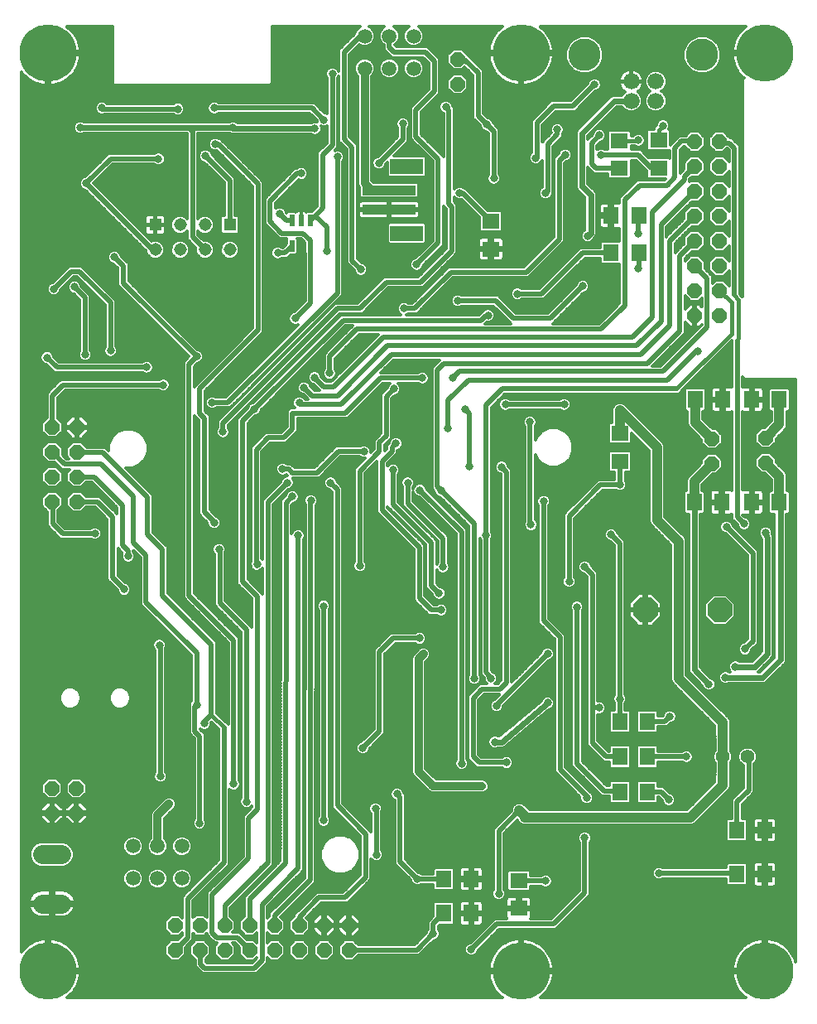
<source format=gbl>
G75*
%MOIN*%
%OFA0B0*%
%FSLAX24Y24*%
%IPPOS*%
%LPD*%
%AMOC8*
5,1,8,0,0,1.08239X$1,22.5*
%
%ADD10R,0.0709X0.0630*%
%ADD11R,0.0710X0.0630*%
%ADD12OC8,0.0600*%
%ADD13R,0.2165X0.0394*%
%ADD14R,0.1339X0.0630*%
%ADD15R,0.0217X0.0472*%
%ADD16R,0.0630X0.0710*%
%ADD17R,0.0630X0.0709*%
%ADD18OC8,0.1000*%
%ADD19C,0.0660*%
%ADD20C,0.1300*%
%ADD21C,0.2300*%
%ADD22C,0.0594*%
%ADD23C,0.0551*%
%ADD24C,0.0780*%
%ADD25R,0.0515X0.0515*%
%ADD26C,0.0515*%
%ADD27C,0.0120*%
%ADD28C,0.0317*%
%ADD29C,0.0197*%
%ADD30C,0.0400*%
%ADD31C,0.0320*%
%ADD32C,0.0160*%
%ADD33C,0.0240*%
D10*
X020757Y004324D03*
X020757Y005426D03*
D11*
X024831Y022315D03*
X024831Y023435D03*
X019635Y030846D03*
X019635Y031966D03*
X024812Y034091D03*
X024812Y035210D03*
X026387Y035226D03*
X026387Y034106D03*
D12*
X027835Y034170D03*
X027835Y035170D03*
X028835Y035170D03*
X028835Y034170D03*
X028835Y033170D03*
X028835Y032170D03*
X027835Y032170D03*
X027835Y033170D03*
X027835Y031170D03*
X027835Y030170D03*
X027835Y029170D03*
X027835Y028170D03*
X028835Y028170D03*
X028835Y029170D03*
X028835Y030170D03*
X028835Y031170D03*
X028532Y023206D03*
X028532Y022206D03*
X030698Y022245D03*
X030698Y023245D03*
X018296Y037481D03*
X018296Y038481D03*
X002969Y023678D03*
X002969Y022678D03*
X001969Y022678D03*
X001969Y023678D03*
X001969Y021678D03*
X001969Y020678D03*
X002969Y020678D03*
X002969Y021678D03*
X002942Y009150D03*
X001957Y009150D03*
X001957Y008150D03*
X002942Y008150D03*
X006922Y003639D03*
X006922Y002639D03*
X007922Y002639D03*
X007922Y003639D03*
X008922Y003639D03*
X008922Y002639D03*
X009922Y002639D03*
X009922Y003639D03*
X010922Y003639D03*
X010922Y002639D03*
X011922Y002639D03*
X011922Y003639D03*
X012922Y003639D03*
X012922Y002639D03*
X013922Y002639D03*
X013922Y003639D03*
D13*
X015540Y032430D03*
X015540Y033217D03*
D14*
X016249Y034162D03*
X016249Y031485D03*
D15*
X012371Y030973D03*
X012371Y031997D03*
X011997Y031997D03*
X011623Y031997D03*
X011623Y030973D03*
D16*
X024469Y030698D03*
X025588Y030698D03*
X025588Y032194D03*
X024469Y032194D03*
X024823Y011839D03*
X025943Y011839D03*
X025943Y010422D03*
X024823Y010422D03*
X024823Y009005D03*
X025943Y009005D03*
X029547Y007469D03*
X030667Y007469D03*
X030667Y005698D03*
X029547Y005698D03*
D17*
X018847Y005501D03*
X018847Y004123D03*
X017745Y004123D03*
X017745Y005501D03*
X027824Y020658D03*
X028926Y020658D03*
X030146Y020658D03*
X031249Y020658D03*
X031249Y024792D03*
X030146Y024792D03*
X028965Y024792D03*
X027863Y024792D03*
D18*
X028851Y016328D03*
X025851Y016328D03*
D19*
X026269Y036807D03*
X026269Y037587D03*
X025284Y037587D03*
X025284Y036807D03*
D20*
X023406Y038657D03*
X028146Y038657D03*
D21*
X001800Y001800D03*
X020855Y001800D03*
X030658Y001800D03*
X030658Y038729D03*
X020855Y038729D03*
X001800Y038729D03*
D22*
X014556Y038119D03*
X015540Y038119D03*
X016524Y038119D03*
X016524Y039418D03*
X015540Y039419D03*
X014556Y039418D03*
X007194Y006820D03*
X006209Y006820D03*
X005225Y006820D03*
X005225Y005520D03*
X006209Y005520D03*
X007194Y005520D03*
D23*
X028977Y010422D03*
X029977Y010422D03*
D24*
X002347Y006491D02*
X001567Y006491D01*
X001567Y004511D02*
X002347Y004511D01*
D25*
X006121Y031825D03*
X009121Y031825D03*
D26*
X008121Y031825D03*
X008121Y030825D03*
X009121Y030825D03*
X007121Y030825D03*
X007121Y031825D03*
X006121Y030825D03*
D27*
X005968Y031170D02*
X003644Y033493D01*
X004410Y034259D01*
X006073Y034259D01*
X006091Y034241D01*
X006193Y034199D01*
X006304Y034199D01*
X006407Y034241D01*
X006485Y034319D01*
X006527Y034422D01*
X006527Y034533D01*
X006485Y034635D01*
X006407Y034713D01*
X006304Y034756D01*
X006193Y034756D01*
X006091Y034713D01*
X006073Y034696D01*
X004229Y034696D01*
X003305Y033771D01*
X003280Y033771D01*
X003178Y033729D01*
X003099Y033651D01*
X003057Y033548D01*
X003057Y033438D01*
X003099Y033335D01*
X003178Y033257D01*
X003280Y033214D01*
X003305Y033214D01*
X005743Y030776D01*
X005743Y030750D01*
X005801Y030611D01*
X005907Y030505D01*
X006046Y030447D01*
X006196Y030447D01*
X006335Y030505D01*
X006441Y030611D01*
X006498Y030750D01*
X006498Y030900D01*
X006441Y031038D01*
X006335Y031145D01*
X006196Y031202D01*
X006046Y031202D01*
X005968Y031170D01*
X005866Y031271D02*
X007408Y031271D01*
X007408Y031237D02*
X007408Y031578D01*
X007335Y031505D01*
X007196Y031447D01*
X007046Y031447D01*
X006907Y031505D01*
X006801Y031611D01*
X006743Y031750D01*
X006743Y031900D01*
X006801Y032038D01*
X006907Y032145D01*
X007046Y032202D01*
X007196Y032202D01*
X007335Y032145D01*
X007408Y032071D01*
X007408Y035489D01*
X007400Y035497D01*
X003247Y035497D01*
X003155Y035459D01*
X003044Y035459D01*
X002941Y035501D01*
X002863Y035579D01*
X002821Y035682D01*
X002821Y035792D01*
X002863Y035895D01*
X002941Y035973D01*
X003044Y036015D01*
X003155Y036015D01*
X003247Y035977D01*
X009093Y035977D01*
X009186Y036015D01*
X009296Y036015D01*
X009399Y035973D01*
X009434Y035938D01*
X012400Y035938D01*
X012493Y035976D01*
X012603Y035976D01*
X012638Y035962D01*
X012624Y035997D01*
X012624Y036021D01*
X012339Y036306D01*
X008668Y036306D01*
X008651Y036288D01*
X008548Y036246D01*
X008438Y036246D01*
X008335Y036288D01*
X008257Y036367D01*
X008214Y036469D01*
X008214Y036580D01*
X008257Y036682D01*
X008335Y036760D01*
X008438Y036803D01*
X008548Y036803D01*
X008651Y036760D01*
X008668Y036743D01*
X012520Y036743D01*
X012933Y036330D01*
X012958Y036330D01*
X013038Y036297D01*
X013038Y037727D01*
X013021Y037745D01*
X012978Y037847D01*
X012978Y037958D01*
X013021Y038060D01*
X013099Y038138D01*
X013201Y038181D01*
X013312Y038181D01*
X013414Y038138D01*
X013493Y038060D01*
X013511Y038017D01*
X013511Y038859D01*
X014139Y039487D01*
X014139Y039501D01*
X014203Y039654D01*
X014320Y039771D01*
X014364Y039790D01*
X010818Y039790D01*
X010818Y037498D01*
X010747Y037428D01*
X004467Y037428D01*
X004397Y037498D01*
X004397Y039790D01*
X002571Y039790D01*
X002581Y039783D01*
X002681Y039701D01*
X002772Y039610D01*
X002853Y039510D01*
X002925Y039403D01*
X002986Y039290D01*
X003035Y039171D01*
X003072Y039048D01*
X003097Y038922D01*
X003110Y038793D01*
X003110Y038789D01*
X001860Y038789D01*
X001860Y038669D01*
X001860Y037419D01*
X001864Y037419D01*
X001992Y037432D01*
X002119Y037457D01*
X002242Y037494D01*
X002361Y037543D01*
X002474Y037604D01*
X002581Y037676D01*
X002681Y037757D01*
X002772Y037848D01*
X002853Y037948D01*
X002925Y038055D01*
X002986Y038168D01*
X003035Y038287D01*
X003072Y038410D01*
X003097Y038537D01*
X003110Y038665D01*
X003110Y038669D01*
X001860Y038669D01*
X001740Y038669D01*
X001740Y037419D01*
X001736Y037419D01*
X001608Y037432D01*
X001481Y037457D01*
X001358Y037494D01*
X001239Y037543D01*
X001126Y037604D01*
X001019Y037676D01*
X000919Y037757D01*
X000828Y037848D01*
X000747Y037948D01*
X000740Y037958D01*
X000740Y002571D01*
X000747Y002581D01*
X000828Y002681D01*
X000919Y002772D01*
X001019Y002853D01*
X001126Y002925D01*
X001239Y002986D01*
X001358Y003035D01*
X001481Y003072D01*
X001608Y003097D01*
X001736Y003110D01*
X001740Y003110D01*
X001740Y001860D01*
X001860Y001860D01*
X001860Y003110D01*
X001864Y003110D01*
X001992Y003097D01*
X002119Y003072D01*
X002242Y003035D01*
X002361Y002986D01*
X002474Y002925D01*
X002581Y002853D01*
X002681Y002772D01*
X002772Y002681D01*
X002853Y002581D01*
X002925Y002474D01*
X002986Y002361D01*
X003035Y002242D01*
X003072Y002119D01*
X003097Y001992D01*
X003110Y001864D01*
X003110Y001860D01*
X001860Y001860D01*
X001860Y001740D01*
X003110Y001740D01*
X003110Y001736D01*
X003097Y001608D01*
X003072Y001481D01*
X003035Y001358D01*
X002986Y001239D01*
X002925Y001126D01*
X002853Y001019D01*
X002772Y000919D01*
X002681Y000828D01*
X002581Y000747D01*
X002571Y000740D01*
X020084Y000740D01*
X020074Y000747D01*
X019974Y000828D01*
X019883Y000919D01*
X019802Y001019D01*
X019730Y001126D01*
X019669Y001239D01*
X019620Y001358D01*
X019583Y001481D01*
X019558Y001608D01*
X019545Y001736D01*
X019545Y001740D01*
X020795Y001740D01*
X020795Y001860D01*
X019545Y001860D01*
X019545Y001864D01*
X019558Y001992D01*
X019583Y002119D01*
X019620Y002242D01*
X019669Y002361D01*
X019730Y002474D01*
X019802Y002581D01*
X019883Y002681D01*
X019974Y002772D01*
X020074Y002853D01*
X020181Y002925D01*
X020294Y002986D01*
X020413Y003035D01*
X020536Y003072D01*
X020663Y003097D01*
X020791Y003110D01*
X020795Y003110D01*
X020795Y001860D01*
X020915Y001860D01*
X020915Y003110D01*
X020919Y003110D01*
X021048Y003097D01*
X021174Y003072D01*
X021297Y003035D01*
X021416Y002986D01*
X021529Y002925D01*
X021636Y002853D01*
X021736Y002772D01*
X021827Y002681D01*
X021909Y002581D01*
X021980Y002474D01*
X022041Y002361D01*
X022090Y002242D01*
X022127Y002119D01*
X022153Y001992D01*
X022165Y001864D01*
X022165Y001860D01*
X020915Y001860D01*
X020915Y001740D01*
X022165Y001740D01*
X022165Y001736D01*
X022153Y001608D01*
X022127Y001481D01*
X022090Y001358D01*
X022041Y001239D01*
X021980Y001126D01*
X021909Y001019D01*
X021827Y000919D01*
X021736Y000828D01*
X021636Y000747D01*
X021626Y000740D01*
X029887Y000740D01*
X029877Y000747D01*
X029777Y000828D01*
X029686Y000919D01*
X029605Y001019D01*
X029533Y001126D01*
X029473Y001239D01*
X029423Y001358D01*
X029386Y001481D01*
X029361Y001608D01*
X029348Y001736D01*
X029348Y001740D01*
X030598Y001740D01*
X030598Y001860D01*
X029348Y001860D01*
X029348Y001864D01*
X029361Y001992D01*
X029386Y002119D01*
X029423Y002242D01*
X029473Y002361D01*
X029533Y002474D01*
X029605Y002581D01*
X029686Y002681D01*
X029777Y002772D01*
X029877Y002853D01*
X029984Y002925D01*
X030097Y002986D01*
X030216Y003035D01*
X030340Y003072D01*
X030466Y003097D01*
X030594Y003110D01*
X030598Y003110D01*
X030598Y001860D01*
X030718Y001860D01*
X030718Y003110D01*
X030723Y003110D01*
X030851Y003097D01*
X030977Y003072D01*
X031100Y003035D01*
X031219Y002986D01*
X031333Y002925D01*
X031440Y002853D01*
X031539Y002772D01*
X031630Y002681D01*
X031712Y002581D01*
X031783Y002474D01*
X031844Y002361D01*
X031893Y002242D01*
X031916Y002168D01*
X031916Y025616D01*
X029844Y025616D01*
X029774Y025686D01*
X029774Y025297D01*
X029810Y025306D01*
X030086Y025306D01*
X030086Y024852D01*
X030206Y024852D01*
X030206Y025306D01*
X030482Y025306D01*
X030523Y025296D01*
X030560Y025274D01*
X030589Y025245D01*
X030611Y025208D01*
X030621Y025168D01*
X030621Y024852D01*
X030206Y024852D01*
X030206Y024732D01*
X030206Y024278D01*
X030482Y024278D01*
X030523Y024289D01*
X030560Y024310D01*
X030589Y024340D01*
X030611Y024376D01*
X030621Y024417D01*
X030621Y024732D01*
X030206Y024732D01*
X030086Y024732D01*
X030086Y024278D01*
X029810Y024278D01*
X029774Y024287D01*
X029774Y021163D01*
X029810Y021173D01*
X030086Y021173D01*
X030086Y020718D01*
X030206Y020718D01*
X030206Y021173D01*
X030482Y021173D01*
X030523Y021162D01*
X030560Y021141D01*
X030589Y021111D01*
X030611Y021074D01*
X030621Y021034D01*
X030621Y020718D01*
X030206Y020718D01*
X030206Y020598D01*
X030206Y020144D01*
X030482Y020144D01*
X030523Y020155D01*
X030560Y020176D01*
X030589Y020206D01*
X030611Y020242D01*
X030621Y020283D01*
X030621Y020598D01*
X030206Y020598D01*
X030086Y020598D01*
X030086Y020144D01*
X029810Y020144D01*
X029781Y020152D01*
X029862Y020071D01*
X029887Y020071D01*
X029989Y020028D01*
X030068Y019950D01*
X030110Y019848D01*
X030110Y019737D01*
X030068Y019634D01*
X029989Y019556D01*
X029887Y019514D01*
X029776Y019514D01*
X029674Y019556D01*
X029595Y019634D01*
X029553Y019737D01*
X029553Y019762D01*
X029337Y019977D01*
X029337Y020175D01*
X029303Y020155D01*
X029262Y020144D01*
X028986Y020144D01*
X028986Y020598D01*
X028866Y020598D01*
X028866Y020144D01*
X028590Y020144D01*
X028549Y020155D01*
X028513Y020176D01*
X028483Y020206D01*
X028462Y020242D01*
X028451Y020283D01*
X028451Y020598D01*
X028866Y020598D01*
X028866Y020718D01*
X028451Y020718D01*
X028451Y021034D01*
X028462Y021074D01*
X028483Y021111D01*
X028513Y021141D01*
X028549Y021162D01*
X028590Y021173D01*
X028866Y021173D01*
X028866Y020718D01*
X028986Y020718D01*
X028986Y021173D01*
X029262Y021173D01*
X029303Y021162D01*
X029337Y021142D01*
X029337Y024287D01*
X029301Y024278D01*
X029025Y024278D01*
X029025Y024732D01*
X028905Y024732D01*
X028490Y024732D01*
X028490Y024417D01*
X028501Y024376D01*
X028522Y024340D01*
X028552Y024310D01*
X028589Y024289D01*
X028629Y024278D01*
X028905Y024278D01*
X028905Y024732D01*
X028905Y024852D01*
X028490Y024852D01*
X028490Y025168D01*
X028501Y025208D01*
X028522Y025245D01*
X028552Y025274D01*
X028589Y025296D01*
X028629Y025306D01*
X028905Y025306D01*
X028905Y024852D01*
X029025Y024852D01*
X029025Y025306D01*
X029301Y025306D01*
X029337Y025297D01*
X029337Y027165D01*
X027333Y025161D01*
X027333Y025135D01*
X027205Y025007D01*
X020198Y025007D01*
X019656Y024465D01*
X019656Y019495D01*
X019674Y019477D01*
X019716Y019375D01*
X019716Y019264D01*
X019674Y019162D01*
X019656Y019144D01*
X019656Y013917D01*
X019710Y013842D01*
X019792Y013808D01*
X019871Y013729D01*
X019913Y013627D01*
X019913Y013516D01*
X019871Y013414D01*
X019814Y013357D01*
X019899Y013357D01*
X020046Y013505D01*
X020046Y021788D01*
X020037Y021797D01*
X020012Y021797D01*
X019910Y021840D01*
X019832Y021918D01*
X019789Y022020D01*
X019789Y022131D01*
X019832Y022233D01*
X019910Y022312D01*
X020012Y022354D01*
X020123Y022354D01*
X020225Y022312D01*
X020304Y022233D01*
X020346Y022131D01*
X020346Y022106D01*
X020483Y021969D01*
X020483Y013430D01*
X021640Y014586D01*
X021640Y014611D01*
X021682Y014714D01*
X021760Y014792D01*
X021863Y014834D01*
X021973Y014834D01*
X022076Y014792D01*
X022154Y014714D01*
X022197Y014611D01*
X022197Y014501D01*
X022154Y014398D01*
X022076Y014320D01*
X021973Y014277D01*
X021949Y014277D01*
X020149Y012478D01*
X020149Y012414D01*
X020107Y012312D01*
X020029Y012233D01*
X019926Y012191D01*
X019815Y012191D01*
X019713Y012233D01*
X019635Y012312D01*
X019592Y012414D01*
X019592Y012525D01*
X019635Y012627D01*
X019713Y012705D01*
X019791Y012737D01*
X019973Y012920D01*
X019371Y012920D01*
X019144Y012694D01*
X019144Y010513D01*
X019253Y010404D01*
X020089Y010404D01*
X020107Y010422D01*
X020209Y010464D01*
X020320Y010464D01*
X020422Y010422D01*
X020501Y010344D01*
X020543Y010241D01*
X020543Y010130D01*
X020501Y010028D01*
X020422Y009950D01*
X020320Y009907D01*
X020209Y009907D01*
X020107Y009950D01*
X020089Y009967D01*
X019072Y009967D01*
X018836Y010204D01*
X018708Y010332D01*
X018708Y012875D01*
X019062Y013229D01*
X019190Y013357D01*
X019456Y013357D01*
X019399Y013414D01*
X019356Y013516D01*
X019356Y013586D01*
X019271Y013706D01*
X019219Y013757D01*
X019219Y013777D01*
X019207Y013794D01*
X019219Y013865D01*
X019219Y019144D01*
X019202Y019162D01*
X019184Y019205D01*
X019184Y013747D01*
X019201Y013729D01*
X019244Y013627D01*
X019244Y013516D01*
X019201Y013414D01*
X019123Y013336D01*
X019021Y013293D01*
X018910Y013293D01*
X018808Y013336D01*
X018729Y013414D01*
X018687Y013516D01*
X018687Y013627D01*
X018729Y013729D01*
X018747Y013747D01*
X018747Y019702D01*
X017596Y020852D01*
X017571Y020852D01*
X017469Y020895D01*
X017391Y020973D01*
X017348Y021075D01*
X017348Y021100D01*
X017251Y021198D01*
X017251Y026064D01*
X017379Y026192D01*
X017572Y026385D01*
X015709Y026385D01*
X015201Y025877D01*
X016703Y025877D01*
X016721Y025894D01*
X016823Y025937D01*
X016934Y025937D01*
X017036Y025894D01*
X017115Y025816D01*
X017157Y025714D01*
X017157Y025603D01*
X017115Y025501D01*
X017036Y025422D01*
X016934Y025380D01*
X016823Y025380D01*
X016721Y025422D01*
X016703Y025440D01*
X015916Y025440D01*
X015973Y025383D01*
X016015Y025281D01*
X016015Y025170D01*
X015973Y025067D01*
X015895Y024989D01*
X015792Y024947D01*
X015767Y024947D01*
X015640Y024820D01*
X015640Y023245D01*
X015513Y023117D01*
X015365Y022969D01*
X015365Y022721D01*
X015440Y022796D01*
X015440Y022953D01*
X015537Y023051D01*
X015537Y023076D01*
X015580Y023178D01*
X015658Y023257D01*
X015760Y023299D01*
X015871Y023299D01*
X015973Y023257D01*
X016052Y023178D01*
X016094Y023076D01*
X016094Y022965D01*
X016052Y022863D01*
X015973Y022784D01*
X015877Y022744D01*
X015877Y022615D01*
X015749Y022487D01*
X015483Y022221D01*
X015483Y022137D01*
X015540Y022194D01*
X015642Y022236D01*
X015753Y022236D01*
X015855Y022194D01*
X015934Y022115D01*
X015976Y022013D01*
X015976Y021902D01*
X015934Y021800D01*
X015916Y021782D01*
X015916Y020670D01*
X017324Y019263D01*
X017451Y019135D01*
X017451Y018174D01*
X017469Y018218D01*
X017487Y018235D01*
X017487Y019111D01*
X016198Y020400D01*
X016070Y020528D01*
X016070Y021270D01*
X016052Y021288D01*
X016010Y021390D01*
X016010Y021501D01*
X016052Y021603D01*
X016130Y021682D01*
X016233Y021724D01*
X016344Y021724D01*
X016446Y021682D01*
X016524Y021603D01*
X016567Y021501D01*
X016567Y021390D01*
X016524Y021288D01*
X016507Y021270D01*
X016507Y021217D01*
X016544Y021308D01*
X016623Y021386D01*
X016725Y021429D01*
X016836Y021429D01*
X016938Y021386D01*
X017016Y021308D01*
X017059Y021206D01*
X017059Y021181D01*
X018672Y019568D01*
X018672Y010322D01*
X018690Y010304D01*
X018732Y010202D01*
X018732Y010091D01*
X018690Y009989D01*
X018611Y009910D01*
X018509Y009868D01*
X018398Y009868D01*
X018296Y009910D01*
X018218Y009989D01*
X018175Y010091D01*
X018175Y010202D01*
X018218Y010304D01*
X018235Y010322D01*
X018235Y019387D01*
X016750Y020872D01*
X016725Y020872D01*
X016623Y020914D01*
X016544Y020993D01*
X016507Y021084D01*
X016507Y020709D01*
X017924Y019292D01*
X017924Y018235D01*
X017942Y018218D01*
X017984Y018115D01*
X017984Y018004D01*
X017942Y017902D01*
X017863Y017824D01*
X017761Y017781D01*
X017650Y017781D01*
X017548Y017824D01*
X017469Y017902D01*
X017451Y017946D01*
X017451Y017402D01*
X017579Y017275D01*
X017603Y017275D01*
X017706Y017233D01*
X017784Y017155D01*
X017826Y017052D01*
X017826Y016941D01*
X017784Y016839D01*
X017706Y016761D01*
X017603Y016718D01*
X017493Y016718D01*
X017390Y016761D01*
X017312Y016839D01*
X017270Y016941D01*
X017270Y016966D01*
X017015Y017221D01*
X017015Y018954D01*
X015483Y020485D01*
X015483Y020434D01*
X016851Y019066D01*
X016979Y018938D01*
X016979Y016890D01*
X017324Y016546D01*
X017451Y016546D01*
X017469Y016564D01*
X017571Y016606D01*
X017682Y016606D01*
X017784Y016564D01*
X017863Y016485D01*
X017905Y016383D01*
X017905Y016272D01*
X017863Y016170D01*
X017784Y016092D01*
X017682Y016049D01*
X017571Y016049D01*
X017469Y016092D01*
X017451Y016109D01*
X017143Y016109D01*
X016542Y016710D01*
X016542Y018757D01*
X015046Y020253D01*
X015046Y022296D01*
X014577Y021828D01*
X014577Y018275D01*
X014595Y018257D01*
X014637Y018155D01*
X014637Y018044D01*
X014595Y017941D01*
X014517Y017863D01*
X014414Y017821D01*
X014304Y017821D01*
X014201Y017863D01*
X014123Y017941D01*
X014081Y018044D01*
X014081Y018155D01*
X014123Y018257D01*
X014141Y018275D01*
X014141Y022009D01*
X014559Y022427D01*
X014461Y022427D01*
X014359Y022469D01*
X014341Y022487D01*
X013583Y022487D01*
X012845Y021749D01*
X012717Y021621D01*
X011664Y021621D01*
X011682Y021603D01*
X011724Y021501D01*
X011724Y021390D01*
X011682Y021288D01*
X011603Y021210D01*
X011501Y021167D01*
X011476Y021167D01*
X010877Y020568D01*
X010877Y006080D01*
X010837Y006040D01*
X009144Y004347D01*
X009144Y004010D01*
X009342Y003813D01*
X009342Y003465D01*
X009234Y003357D01*
X009513Y003357D01*
X009811Y003059D01*
X010096Y003059D01*
X010204Y002951D01*
X010204Y003326D01*
X010096Y003219D01*
X009748Y003219D01*
X009502Y003465D01*
X009502Y003813D01*
X009715Y004026D01*
X009715Y004788D01*
X009843Y004916D01*
X011149Y006221D01*
X011172Y020643D01*
X011172Y020733D01*
X011172Y020733D01*
X011172Y020733D01*
X011236Y020797D01*
X011364Y020925D01*
X011364Y020950D01*
X011406Y021052D01*
X011485Y021131D01*
X011587Y021173D01*
X011698Y021173D01*
X011800Y021131D01*
X011879Y021052D01*
X011921Y020950D01*
X011921Y020839D01*
X011879Y020737D01*
X011800Y020658D01*
X011698Y020616D01*
X011673Y020616D01*
X011609Y020552D01*
X011607Y019391D01*
X011643Y019477D01*
X011721Y019556D01*
X011823Y019598D01*
X011934Y019598D01*
X012036Y019556D01*
X012115Y019477D01*
X012157Y019375D01*
X012157Y019264D01*
X012115Y019162D01*
X012097Y019144D01*
X012097Y005843D01*
X011969Y005715D01*
X010640Y004387D01*
X010640Y003951D01*
X010704Y004014D01*
X010704Y004123D01*
X012133Y005552D01*
X012160Y020574D01*
X012155Y020579D01*
X012112Y020682D01*
X012112Y020792D01*
X012155Y020895D01*
X012233Y020973D01*
X012335Y021015D01*
X012446Y021015D01*
X012548Y020973D01*
X012627Y020895D01*
X012669Y020792D01*
X012669Y020682D01*
X012627Y020579D01*
X012597Y020550D01*
X012570Y005461D01*
X012570Y005371D01*
X012569Y005371D01*
X012569Y005371D01*
X012505Y005307D01*
X011177Y003978D01*
X011342Y003813D01*
X011342Y003465D01*
X011096Y003219D01*
X010748Y003219D01*
X010640Y003326D01*
X010640Y002951D01*
X010748Y003059D01*
X011096Y003059D01*
X011342Y002813D01*
X011342Y002465D01*
X011096Y002219D01*
X010748Y002219D01*
X010640Y002326D01*
X010640Y002143D01*
X010326Y001828D01*
X010198Y001700D01*
X008009Y001700D01*
X007851Y001857D01*
X007723Y001985D01*
X007723Y002243D01*
X007502Y002465D01*
X007502Y002813D01*
X007748Y003059D01*
X008096Y003059D01*
X008342Y002813D01*
X008342Y002465D01*
X008160Y002283D01*
X008160Y002166D01*
X008190Y002137D01*
X010017Y002137D01*
X010204Y002324D01*
X010204Y002326D01*
X010096Y002219D01*
X009748Y002219D01*
X009502Y002465D01*
X009502Y002750D01*
X009332Y002920D01*
X009234Y002920D01*
X009342Y002813D01*
X009342Y002465D01*
X009096Y002219D01*
X008748Y002219D01*
X008502Y002465D01*
X008502Y002813D01*
X008610Y002920D01*
X008521Y002920D01*
X008393Y003048D01*
X008196Y003245D01*
X008196Y003318D01*
X008096Y003219D01*
X007748Y003219D01*
X007648Y003318D01*
X007648Y003056D01*
X007342Y002750D01*
X007342Y002465D01*
X007096Y002219D01*
X006748Y002219D01*
X006502Y002465D01*
X006502Y002813D01*
X006748Y003059D01*
X007033Y003059D01*
X007211Y003237D01*
X007211Y003334D01*
X007096Y003219D01*
X006748Y003219D01*
X006502Y003465D01*
X006502Y003813D01*
X006748Y004059D01*
X007096Y004059D01*
X007211Y003943D01*
X007211Y004804D01*
X008668Y006261D01*
X008668Y011539D01*
X008388Y011819D01*
X008378Y011809D01*
X008378Y011705D01*
X008335Y011603D01*
X008257Y011525D01*
X008155Y011482D01*
X008044Y011482D01*
X007941Y011525D01*
X007924Y011542D01*
X007924Y011536D01*
X007993Y011467D01*
X008121Y011339D01*
X008121Y007920D01*
X008138Y007903D01*
X008181Y007800D01*
X008181Y007689D01*
X008138Y007587D01*
X008060Y007509D01*
X007958Y007466D01*
X007847Y007466D01*
X007745Y007509D01*
X007666Y007587D01*
X007624Y007689D01*
X007624Y007800D01*
X007666Y007903D01*
X007684Y007920D01*
X007684Y011158D01*
X007615Y011227D01*
X007487Y011355D01*
X007487Y012520D01*
X007506Y012539D01*
X007506Y012564D01*
X007548Y012666D01*
X007566Y012684D01*
X007566Y014505D01*
X005647Y016424D01*
X005519Y016552D01*
X005519Y018442D01*
X005247Y018714D01*
X005247Y018668D01*
X005264Y018651D01*
X005307Y018548D01*
X005307Y018438D01*
X005264Y018335D01*
X005186Y018257D01*
X005084Y018214D01*
X004973Y018214D01*
X004871Y018257D01*
X004792Y018335D01*
X004750Y018438D01*
X004750Y018548D01*
X004782Y018627D01*
X004702Y018708D01*
X004617Y018792D01*
X004617Y017717D01*
X004901Y017433D01*
X004926Y017433D01*
X005029Y017390D01*
X005107Y017312D01*
X005149Y017210D01*
X005149Y017099D01*
X005107Y016997D01*
X005029Y016918D01*
X004926Y016876D01*
X004815Y016876D01*
X004713Y016918D01*
X004635Y016997D01*
X004592Y017099D01*
X004592Y017124D01*
X004180Y017536D01*
X004180Y019977D01*
X003698Y020460D01*
X003345Y020460D01*
X003143Y020258D01*
X002795Y020258D01*
X002549Y020504D01*
X002549Y020852D01*
X002795Y021098D01*
X003143Y021098D01*
X003345Y020896D01*
X003879Y020896D01*
X004489Y020286D01*
X004574Y020201D01*
X004574Y020450D01*
X003564Y021460D01*
X003345Y021460D01*
X003143Y021258D01*
X002795Y021258D01*
X002549Y021504D01*
X002549Y021852D01*
X002673Y021975D01*
X002363Y021975D01*
X002080Y022258D01*
X001795Y022258D01*
X001549Y022504D01*
X001549Y022852D01*
X001795Y023098D01*
X002143Y023098D01*
X002389Y022852D01*
X002389Y022567D01*
X002544Y022412D01*
X002641Y022412D01*
X002549Y022504D01*
X002549Y022852D01*
X002795Y023098D01*
X003143Y023098D01*
X003357Y022885D01*
X004095Y022885D01*
X004238Y022741D01*
X004238Y022981D01*
X004359Y023271D01*
X004581Y023493D01*
X004871Y023614D01*
X005185Y023614D01*
X005476Y023493D01*
X005698Y023271D01*
X005818Y022981D01*
X005818Y022666D01*
X005698Y022376D01*
X005476Y022154D01*
X005185Y022034D01*
X004946Y022034D01*
X006034Y020946D01*
X006034Y019450D01*
X006625Y018859D01*
X006625Y017009D01*
X008593Y015040D01*
X008593Y012179D01*
X008951Y011822D01*
X008977Y011822D01*
X009062Y011737D01*
X009062Y015017D01*
X007379Y016700D01*
X007251Y016828D01*
X007251Y026300D01*
X007475Y026524D01*
X004741Y029259D01*
X004613Y029387D01*
X004613Y030075D01*
X004447Y030241D01*
X004422Y030241D01*
X004319Y030284D01*
X004241Y030362D01*
X004199Y030464D01*
X004199Y030575D01*
X004241Y030677D01*
X004319Y030756D01*
X004422Y030798D01*
X004533Y030798D01*
X004635Y030756D01*
X004713Y030677D01*
X004756Y030575D01*
X004756Y030550D01*
X005050Y030256D01*
X005050Y029568D01*
X007815Y026803D01*
X007840Y026803D01*
X007942Y026760D01*
X008020Y026682D01*
X008063Y026580D01*
X008063Y026469D01*
X008020Y026367D01*
X007942Y026288D01*
X007840Y026246D01*
X007815Y026246D01*
X007688Y026119D01*
X007688Y025319D01*
X010046Y027678D01*
X010046Y033363D01*
X008610Y034799D01*
X008588Y034789D01*
X008477Y034789D01*
X008375Y034832D01*
X008296Y034910D01*
X008254Y035012D01*
X008254Y035123D01*
X008296Y035225D01*
X008375Y035304D01*
X008477Y035346D01*
X008588Y035346D01*
X008690Y035304D01*
X008708Y035286D01*
X008741Y035286D01*
X010355Y033672D01*
X010483Y033544D01*
X010483Y027497D01*
X008121Y025135D01*
X008121Y024331D01*
X008318Y024135D01*
X008318Y020355D01*
X008573Y020100D01*
X008651Y020068D01*
X008729Y019989D01*
X008771Y019887D01*
X008771Y019776D01*
X008729Y019674D01*
X008651Y019595D01*
X008548Y019553D01*
X008438Y019553D01*
X008335Y019595D01*
X008257Y019674D01*
X008214Y019776D01*
X008214Y019840D01*
X008009Y020046D01*
X007881Y020174D01*
X007881Y023954D01*
X007812Y024023D01*
X007688Y024147D01*
X007688Y017009D01*
X009499Y015198D01*
X009499Y009495D01*
X009516Y009477D01*
X009559Y009375D01*
X009559Y009264D01*
X009516Y009162D01*
X009438Y009084D01*
X009336Y009041D01*
X009225Y009041D01*
X009123Y009084D01*
X009105Y009101D01*
X009105Y006080D01*
X008977Y005952D01*
X007648Y004623D01*
X007648Y003959D01*
X007748Y004059D01*
X008096Y004059D01*
X008196Y003959D01*
X008196Y004961D01*
X009652Y006418D01*
X009652Y008032D01*
X010007Y008387D01*
X010007Y008432D01*
X009950Y008375D01*
X009848Y008333D01*
X009737Y008333D01*
X009634Y008375D01*
X009556Y008453D01*
X009514Y008556D01*
X009514Y008666D01*
X009556Y008769D01*
X009574Y008786D01*
X009574Y015450D01*
X008639Y016385D01*
X008511Y016513D01*
X008511Y018554D01*
X008454Y018611D01*
X008411Y018713D01*
X008411Y018824D01*
X008454Y018926D01*
X008532Y019005D01*
X008634Y019047D01*
X008745Y019047D01*
X008795Y019026D01*
X008820Y019026D01*
X008837Y019009D01*
X008847Y019005D01*
X008926Y018926D01*
X008930Y018916D01*
X008948Y018898D01*
X008948Y018874D01*
X008968Y018824D01*
X008968Y018713D01*
X008948Y018663D01*
X008948Y016694D01*
X010007Y015634D01*
X010007Y016788D01*
X009544Y017251D01*
X009416Y017379D01*
X009416Y024016D01*
X009829Y024429D01*
X009829Y024454D01*
X009871Y024556D01*
X009949Y024634D01*
X010052Y024677D01*
X010077Y024677D01*
X013599Y028200D01*
X016016Y028200D01*
X015973Y028218D01*
X015895Y028296D01*
X015852Y028398D01*
X015852Y028509D01*
X015895Y028611D01*
X015973Y028690D01*
X016075Y028732D01*
X016186Y028732D01*
X016288Y028690D01*
X016306Y028672D01*
X016473Y028672D01*
X017802Y030001D01*
X017930Y030129D01*
X020961Y030129D01*
X022172Y031339D01*
X022172Y034489D01*
X022348Y034665D01*
X022348Y034690D01*
X022391Y034792D01*
X022469Y034871D01*
X022571Y034913D01*
X022682Y034913D01*
X022784Y034871D01*
X022863Y034792D01*
X022905Y034690D01*
X022905Y034579D01*
X022863Y034477D01*
X022784Y034399D01*
X022682Y034356D01*
X022657Y034356D01*
X022609Y034308D01*
X022609Y031158D01*
X022481Y031030D01*
X021142Y029692D01*
X018111Y029692D01*
X016654Y028235D01*
X016306Y028235D01*
X016288Y028218D01*
X016245Y028200D01*
X019150Y028200D01*
X019276Y028325D01*
X019280Y028336D01*
X019359Y028414D01*
X019461Y028456D01*
X019572Y028456D01*
X019674Y028414D01*
X019753Y028336D01*
X019795Y028233D01*
X019795Y028123D01*
X019753Y028020D01*
X019674Y027942D01*
X019572Y027900D01*
X019468Y027900D01*
X019459Y027891D01*
X019414Y027845D01*
X020446Y027845D01*
X020322Y027969D01*
X019741Y028550D01*
X018471Y028550D01*
X018454Y028532D01*
X018351Y028490D01*
X018241Y028490D01*
X018138Y028532D01*
X018060Y028611D01*
X018018Y028713D01*
X018018Y028824D01*
X018060Y028926D01*
X018138Y029005D01*
X018241Y029047D01*
X018351Y029047D01*
X018454Y029005D01*
X018471Y028987D01*
X019922Y028987D01*
X020631Y028278D01*
X021946Y028278D01*
X023057Y029390D01*
X023057Y029414D01*
X023099Y029517D01*
X023178Y029595D01*
X023280Y029637D01*
X023391Y029637D01*
X023493Y029595D01*
X023571Y029517D01*
X023614Y029414D01*
X023614Y029304D01*
X023571Y029201D01*
X023493Y029123D01*
X023391Y029081D01*
X023366Y029081D01*
X022130Y027845D01*
X023993Y027845D01*
X024810Y028662D01*
X024810Y030223D01*
X024104Y030223D01*
X024034Y030293D01*
X024034Y030479D01*
X023426Y030479D01*
X021772Y028826D01*
X020873Y028826D01*
X020855Y028808D01*
X020753Y028766D01*
X020642Y028766D01*
X020540Y028808D01*
X020462Y028886D01*
X020419Y028989D01*
X020419Y029099D01*
X020462Y029202D01*
X020540Y029280D01*
X020642Y029323D01*
X020753Y029323D01*
X020855Y029280D01*
X020873Y029263D01*
X021591Y029263D01*
X023117Y030788D01*
X023245Y030916D01*
X024034Y030916D01*
X024034Y031102D01*
X024104Y031173D01*
X024810Y031173D01*
X024810Y031680D01*
X024805Y031679D01*
X024529Y031679D01*
X024529Y032134D01*
X024409Y032134D01*
X024409Y031679D01*
X024132Y031679D01*
X024092Y031690D01*
X024055Y031711D01*
X024026Y031741D01*
X024004Y031777D01*
X023994Y031818D01*
X023994Y032134D01*
X024408Y032134D01*
X024408Y032254D01*
X023994Y032254D01*
X023994Y032570D01*
X024004Y032610D01*
X024026Y032647D01*
X024055Y032677D01*
X024092Y032698D01*
X024132Y032709D01*
X024409Y032709D01*
X024409Y032254D01*
X024529Y032254D01*
X024529Y032709D01*
X024805Y032709D01*
X024810Y032707D01*
X024810Y032914D01*
X025400Y033505D01*
X025528Y033633D01*
X026631Y033633D01*
X026670Y033671D01*
X025982Y033671D01*
X025912Y033742D01*
X025912Y033994D01*
X025489Y034416D01*
X025287Y034416D01*
X025287Y033726D01*
X025216Y033656D01*
X024407Y033656D01*
X024337Y033726D01*
X024337Y033872D01*
X023789Y033872D01*
X023599Y034062D01*
X023536Y034125D01*
X023536Y033474D01*
X023786Y033224D01*
X023854Y033156D01*
X023890Y033068D01*
X023890Y031437D01*
X023854Y031349D01*
X023807Y031302D01*
X023768Y031209D01*
X023690Y031131D01*
X023588Y031089D01*
X023477Y031089D01*
X023375Y031131D01*
X023296Y031209D01*
X023254Y031312D01*
X023254Y031422D01*
X023296Y031525D01*
X023375Y031603D01*
X023410Y031618D01*
X023410Y032921D01*
X023093Y033239D01*
X023056Y033327D01*
X023056Y035549D01*
X023093Y035637D01*
X023160Y035704D01*
X024467Y037011D01*
X024555Y037047D01*
X024897Y037047D01*
X024903Y037062D01*
X025017Y037176D01*
X024965Y037214D01*
X024911Y037268D01*
X024865Y037331D01*
X024830Y037399D01*
X024806Y037473D01*
X024794Y037549D01*
X024794Y037557D01*
X025254Y037557D01*
X025254Y037617D01*
X024794Y037617D01*
X024794Y037626D01*
X024806Y037702D01*
X024830Y037775D01*
X024865Y037844D01*
X024911Y037907D01*
X023607Y037907D01*
X023560Y037887D02*
X023843Y038005D01*
X024059Y038221D01*
X024176Y038504D01*
X024176Y038811D01*
X024059Y039094D01*
X023843Y039310D01*
X023560Y039427D01*
X023253Y039427D01*
X022970Y039310D01*
X022754Y039094D01*
X022636Y038811D01*
X022636Y038504D01*
X022754Y038221D01*
X022970Y038005D01*
X023253Y037887D01*
X023560Y037887D01*
X023650Y037705D02*
X023572Y037627D01*
X023529Y037525D01*
X023529Y037500D01*
X022851Y036822D01*
X022064Y036822D01*
X021936Y036694D01*
X021395Y036152D01*
X021267Y036024D01*
X021267Y034731D01*
X021210Y034674D01*
X021167Y034572D01*
X021167Y034461D01*
X021210Y034359D01*
X021288Y034280D01*
X021390Y034238D01*
X021501Y034238D01*
X021603Y034280D01*
X021682Y034359D01*
X021700Y034402D01*
X021700Y033343D01*
X021682Y033335D01*
X021603Y033257D01*
X021561Y033155D01*
X021561Y033044D01*
X021603Y032941D01*
X021682Y032863D01*
X021784Y032821D01*
X021895Y032821D01*
X021997Y032863D01*
X022075Y032941D01*
X022118Y033044D01*
X022118Y033069D01*
X022137Y033087D01*
X022137Y034977D01*
X022402Y035243D01*
X022402Y035243D01*
X022530Y035371D01*
X022530Y035483D01*
X022548Y035501D01*
X022590Y035603D01*
X022590Y035714D01*
X022548Y035816D01*
X022470Y035894D01*
X022367Y035937D01*
X022256Y035937D01*
X022154Y035894D01*
X022076Y035816D01*
X022033Y035714D01*
X022033Y035603D01*
X022066Y035524D01*
X021828Y035286D01*
X021828Y035286D01*
X021703Y035162D01*
X021703Y035843D01*
X022245Y036385D01*
X023032Y036385D01*
X023838Y037191D01*
X023863Y037191D01*
X023966Y037233D01*
X024044Y037312D01*
X024086Y037414D01*
X024086Y037525D01*
X024044Y037627D01*
X023966Y037705D01*
X023863Y037748D01*
X023752Y037748D01*
X023650Y037705D01*
X023615Y037670D02*
X021628Y037670D01*
X021636Y037676D02*
X021736Y037757D01*
X021827Y037848D01*
X021909Y037948D01*
X021980Y038055D01*
X022041Y038168D01*
X022090Y038287D01*
X022127Y038410D01*
X022153Y038537D01*
X022165Y038665D01*
X022165Y038669D01*
X020915Y038669D01*
X020915Y037419D01*
X020919Y037419D01*
X021048Y037432D01*
X021174Y037457D01*
X021297Y037494D01*
X021416Y037543D01*
X021529Y037604D01*
X021636Y037676D01*
X021767Y037789D02*
X024837Y037789D01*
X024801Y037670D02*
X024001Y037670D01*
X024075Y037552D02*
X024794Y037552D01*
X024819Y037433D02*
X024086Y037433D01*
X024045Y037315D02*
X024877Y037315D01*
X024989Y037196D02*
X023876Y037196D01*
X023725Y037078D02*
X024918Y037078D01*
X024415Y036959D02*
X023607Y036959D01*
X023488Y036841D02*
X024296Y036841D01*
X024178Y036722D02*
X023370Y036722D01*
X023251Y036604D02*
X024059Y036604D01*
X023941Y036485D02*
X023133Y036485D01*
X022870Y036841D02*
X019341Y036841D01*
X019341Y036959D02*
X022989Y036959D01*
X023107Y037078D02*
X019341Y037078D01*
X019341Y037196D02*
X023226Y037196D01*
X023344Y037315D02*
X019341Y037315D01*
X019341Y037433D02*
X020656Y037433D01*
X020663Y037432D02*
X020791Y037419D01*
X020795Y037419D01*
X020795Y038669D01*
X020915Y038669D01*
X020915Y038789D01*
X022165Y038789D01*
X022165Y038793D01*
X022153Y038922D01*
X022127Y039048D01*
X022090Y039171D01*
X022041Y039290D01*
X021980Y039403D01*
X021909Y039510D01*
X021827Y039610D01*
X021736Y039701D01*
X021636Y039783D01*
X021626Y039790D01*
X029887Y039790D01*
X029877Y039783D01*
X029777Y039701D01*
X029686Y039610D01*
X029605Y039510D01*
X029533Y039403D01*
X029473Y039290D01*
X029423Y039171D01*
X029386Y039048D01*
X029361Y038922D01*
X029348Y038793D01*
X029348Y038789D01*
X030598Y038789D01*
X030598Y038669D01*
X029348Y038669D01*
X029348Y038665D01*
X029361Y038537D01*
X029386Y038410D01*
X029423Y038287D01*
X029473Y038168D01*
X029533Y038055D01*
X029605Y037948D01*
X029686Y037848D01*
X029777Y037757D01*
X029819Y037723D01*
X029750Y037654D01*
X029750Y028936D01*
X029745Y028941D01*
X029656Y029052D01*
X029656Y035001D01*
X029528Y035129D01*
X029459Y035198D01*
X029331Y035326D01*
X029255Y035326D01*
X029255Y035344D01*
X029009Y035590D01*
X028661Y035590D01*
X028415Y035344D01*
X028415Y034996D01*
X028661Y034750D01*
X029009Y034750D01*
X029148Y034889D01*
X029150Y034889D01*
X029219Y034820D01*
X029219Y034380D01*
X029009Y034590D01*
X028661Y034590D01*
X028415Y034344D01*
X028415Y033996D01*
X028661Y033750D01*
X029009Y033750D01*
X029219Y033960D01*
X029219Y033380D01*
X029009Y033590D01*
X028661Y033590D01*
X028415Y033344D01*
X028415Y032996D01*
X028661Y032750D01*
X029009Y032750D01*
X029219Y032960D01*
X029219Y032380D01*
X029009Y032590D01*
X028661Y032590D01*
X028415Y032344D01*
X028415Y031996D01*
X028661Y031750D01*
X029009Y031750D01*
X029219Y031960D01*
X029219Y031380D01*
X029009Y031590D01*
X028661Y031590D01*
X028415Y031344D01*
X028415Y030996D01*
X028661Y030750D01*
X029009Y030750D01*
X029219Y030960D01*
X029219Y030380D01*
X029009Y030590D01*
X028661Y030590D01*
X028415Y030344D01*
X028415Y029996D01*
X028661Y029750D01*
X029009Y029750D01*
X029219Y029960D01*
X029219Y029380D01*
X029009Y029590D01*
X028661Y029590D01*
X028554Y029482D01*
X028554Y029761D01*
X028426Y029889D01*
X028255Y030059D01*
X028255Y030344D01*
X028009Y030590D01*
X027661Y030590D01*
X027451Y030380D01*
X027451Y030477D01*
X027724Y030750D01*
X028009Y030750D01*
X028255Y030996D01*
X028255Y031344D01*
X028009Y031590D01*
X027661Y031590D01*
X027415Y031344D01*
X027415Y031059D01*
X027143Y030786D01*
X027058Y030701D01*
X027058Y031084D01*
X027724Y031750D01*
X028009Y031750D01*
X028255Y031996D01*
X028255Y032344D01*
X028009Y032590D01*
X027661Y032590D01*
X027415Y032344D01*
X027415Y032059D01*
X026749Y031392D01*
X026703Y031347D01*
X026703Y031729D01*
X027724Y032750D01*
X028009Y032750D01*
X028255Y032996D01*
X028255Y033344D01*
X028009Y033590D01*
X027661Y033590D01*
X027648Y033577D01*
X027648Y033674D01*
X027724Y033750D01*
X028009Y033750D01*
X028255Y033996D01*
X028255Y034344D01*
X028009Y034590D01*
X027661Y034590D01*
X027415Y034344D01*
X027415Y034059D01*
X027339Y033983D01*
X027255Y033898D01*
X027255Y034820D01*
X027402Y034967D01*
X027444Y034967D01*
X027661Y034750D01*
X028009Y034750D01*
X028255Y034996D01*
X028255Y035344D01*
X028009Y035590D01*
X027661Y035590D01*
X027476Y035404D01*
X027221Y035404D01*
X027093Y035276D01*
X026862Y035044D01*
X026862Y035591D01*
X026797Y035655D01*
X026800Y035658D01*
X026842Y035760D01*
X026842Y035871D01*
X026800Y035973D01*
X026721Y036052D01*
X026619Y036094D01*
X026508Y036094D01*
X026406Y036052D01*
X026328Y035973D01*
X026285Y035871D01*
X026285Y035820D01*
X026187Y035721D01*
X026187Y035661D01*
X025982Y035661D01*
X025912Y035591D01*
X025912Y034861D01*
X025982Y034791D01*
X026791Y034791D01*
X026818Y034818D01*
X026818Y034515D01*
X026791Y034541D01*
X025982Y034541D01*
X025798Y034725D01*
X025670Y034853D01*
X025287Y034853D01*
X025287Y035010D01*
X025401Y035010D01*
X025422Y034989D01*
X025524Y034947D01*
X025635Y034947D01*
X025737Y034989D01*
X025816Y035067D01*
X025858Y035170D01*
X025858Y035281D01*
X025816Y035383D01*
X025737Y035461D01*
X025635Y035504D01*
X025524Y035504D01*
X025422Y035461D01*
X025371Y035410D01*
X025287Y035410D01*
X025287Y035575D01*
X025216Y035645D01*
X024407Y035645D01*
X024337Y035575D01*
X024337Y034853D01*
X024259Y034853D01*
X024241Y034871D01*
X024139Y034913D01*
X024028Y034913D01*
X023926Y034871D01*
X023908Y034853D01*
X023908Y035017D01*
X024035Y035144D01*
X024060Y035144D01*
X024162Y035186D01*
X024241Y035264D01*
X024283Y035367D01*
X024283Y035477D01*
X024241Y035580D01*
X024162Y035658D01*
X024060Y035700D01*
X023949Y035700D01*
X023847Y035658D01*
X023769Y035580D01*
X023726Y035477D01*
X023726Y035453D01*
X023536Y035262D01*
X023536Y035401D01*
X024702Y036567D01*
X024897Y036567D01*
X024903Y036552D01*
X025029Y036426D01*
X025195Y036357D01*
X025374Y036357D01*
X025539Y036426D01*
X025666Y036552D01*
X025734Y036718D01*
X025734Y036897D01*
X025666Y037062D01*
X025552Y037176D01*
X025603Y037214D01*
X025658Y037268D01*
X025703Y037331D01*
X025738Y037399D01*
X025762Y037473D01*
X025774Y037549D01*
X025774Y037557D01*
X025314Y037557D01*
X025314Y037617D01*
X025774Y037617D01*
X025774Y037626D01*
X025762Y037702D01*
X025738Y037775D01*
X025703Y037844D01*
X025658Y037907D01*
X025603Y037961D01*
X025541Y038006D01*
X025472Y038042D01*
X025399Y038065D01*
X025323Y038077D01*
X025314Y038077D01*
X025314Y037617D01*
X025254Y037617D01*
X025254Y038077D01*
X025246Y038077D01*
X025170Y038065D01*
X025096Y038042D01*
X025027Y038006D01*
X024965Y037961D01*
X024911Y037907D01*
X025065Y038026D02*
X023864Y038026D01*
X023982Y038144D02*
X027571Y038144D01*
X027494Y038221D02*
X027710Y038005D01*
X027993Y037887D01*
X028300Y037887D01*
X028583Y038005D01*
X028799Y038221D01*
X028916Y038504D01*
X028916Y038811D01*
X028799Y039094D01*
X028583Y039310D01*
X028300Y039427D01*
X027993Y039427D01*
X027710Y039310D01*
X027494Y039094D01*
X027376Y038811D01*
X027376Y038504D01*
X027494Y038221D01*
X027476Y038263D02*
X024076Y038263D01*
X024125Y038381D02*
X027427Y038381D01*
X027378Y038500D02*
X024174Y038500D01*
X024176Y038618D02*
X027376Y038618D01*
X027376Y038737D02*
X024176Y038737D01*
X024158Y038855D02*
X027395Y038855D01*
X027444Y038974D02*
X024109Y038974D01*
X024060Y039092D02*
X027493Y039092D01*
X027611Y039211D02*
X023942Y039211D01*
X023797Y039329D02*
X027756Y039329D01*
X028537Y039329D02*
X029494Y039329D01*
X029440Y039211D02*
X028682Y039211D01*
X028800Y039092D02*
X029399Y039092D01*
X029371Y038974D02*
X028849Y038974D01*
X028898Y038855D02*
X029354Y038855D01*
X029353Y038618D02*
X028916Y038618D01*
X028914Y038500D02*
X029368Y038500D01*
X029395Y038381D02*
X028865Y038381D01*
X028816Y038263D02*
X029434Y038263D01*
X029486Y038144D02*
X028722Y038144D01*
X028604Y038026D02*
X029553Y038026D01*
X029638Y037907D02*
X028347Y037907D01*
X027946Y037907D02*
X026585Y037907D01*
X026523Y037969D02*
X026358Y038037D01*
X026179Y038037D01*
X026014Y037969D01*
X025887Y037842D01*
X025819Y037677D01*
X025819Y037498D01*
X025887Y037332D01*
X026014Y037206D01*
X026034Y037197D01*
X026014Y037189D01*
X025887Y037062D01*
X025819Y036897D01*
X025819Y036718D01*
X025887Y036552D01*
X026014Y036426D01*
X026179Y036357D01*
X026358Y036357D01*
X026523Y036426D01*
X026650Y036552D01*
X026719Y036718D01*
X026719Y036897D01*
X026650Y037062D01*
X026523Y037189D01*
X026503Y037197D01*
X026523Y037206D01*
X026650Y037332D01*
X026719Y037498D01*
X026719Y037677D01*
X026650Y037842D01*
X026523Y037969D01*
X026386Y038026D02*
X027689Y038026D01*
X026719Y037670D02*
X029767Y037670D01*
X029750Y037552D02*
X026719Y037552D01*
X026692Y037433D02*
X029750Y037433D01*
X029750Y037315D02*
X026632Y037315D01*
X026506Y037196D02*
X029750Y037196D01*
X029750Y037078D02*
X026635Y037078D01*
X026693Y036959D02*
X029750Y036959D01*
X029750Y036841D02*
X026719Y036841D01*
X026719Y036722D02*
X029750Y036722D01*
X029750Y036604D02*
X026671Y036604D01*
X026583Y036485D02*
X029750Y036485D01*
X029750Y036367D02*
X026380Y036367D01*
X026157Y036367D02*
X025396Y036367D01*
X025173Y036367D02*
X024501Y036367D01*
X024620Y036485D02*
X024970Y036485D01*
X024383Y036248D02*
X029750Y036248D01*
X029750Y036130D02*
X024264Y036130D01*
X024146Y036011D02*
X026365Y036011D01*
X026294Y035893D02*
X024027Y035893D01*
X023909Y035774D02*
X026239Y035774D01*
X025977Y035656D02*
X024165Y035656D01*
X024258Y035537D02*
X024337Y035537D01*
X024337Y035419D02*
X024283Y035419D01*
X024256Y035300D02*
X024337Y035300D01*
X024337Y035182D02*
X024152Y035182D01*
X024337Y035063D02*
X023955Y035063D01*
X023908Y034945D02*
X024337Y034945D01*
X023751Y035537D02*
X023672Y035537D01*
X023692Y035419D02*
X023553Y035419D01*
X023536Y035300D02*
X023574Y035300D01*
X023790Y035656D02*
X023845Y035656D01*
X023467Y036011D02*
X021871Y036011D01*
X021753Y035893D02*
X022152Y035893D01*
X022058Y035774D02*
X021703Y035774D01*
X021703Y035656D02*
X022033Y035656D01*
X022061Y035537D02*
X021703Y035537D01*
X021703Y035419D02*
X021960Y035419D01*
X021842Y035300D02*
X021703Y035300D01*
X021703Y035182D02*
X021723Y035182D01*
X021267Y035182D02*
X019971Y035182D01*
X019971Y035300D02*
X021267Y035300D01*
X021267Y035419D02*
X019971Y035419D01*
X019971Y035537D02*
X021267Y035537D01*
X021267Y035656D02*
X019971Y035656D01*
X019971Y035670D02*
X019756Y035886D01*
X019756Y035910D01*
X019713Y036013D01*
X019635Y036091D01*
X019533Y036134D01*
X019508Y036134D01*
X019341Y036300D01*
X019341Y038032D01*
X019213Y038160D01*
X018674Y038700D01*
X018672Y038700D01*
X018470Y038901D01*
X018122Y038901D01*
X017876Y038655D01*
X017876Y038307D01*
X018122Y038061D01*
X018470Y038061D01*
X018582Y038173D01*
X018904Y037851D01*
X018904Y036119D01*
X019199Y035825D01*
X019199Y035800D01*
X019241Y035697D01*
X019319Y035619D01*
X019422Y035577D01*
X019447Y035577D01*
X019534Y035489D01*
X019534Y033865D01*
X019517Y033847D01*
X019474Y033745D01*
X019474Y033634D01*
X019517Y033532D01*
X019595Y033454D01*
X019697Y033411D01*
X019808Y033411D01*
X019910Y033454D01*
X019989Y033532D01*
X020031Y033634D01*
X020031Y033745D01*
X019989Y033847D01*
X019971Y033865D01*
X019971Y035670D01*
X019867Y035774D02*
X021267Y035774D01*
X021267Y035893D02*
X019756Y035893D01*
X019714Y036011D02*
X021267Y036011D01*
X021372Y036130D02*
X019542Y036130D01*
X019393Y036248D02*
X021490Y036248D01*
X021609Y036367D02*
X019341Y036367D01*
X019341Y036485D02*
X021727Y036485D01*
X021846Y036604D02*
X019341Y036604D01*
X019341Y036722D02*
X021964Y036722D01*
X022227Y036367D02*
X023822Y036367D01*
X023704Y036248D02*
X022108Y036248D01*
X021990Y036130D02*
X023585Y036130D01*
X023348Y035893D02*
X022471Y035893D01*
X022565Y035774D02*
X023230Y035774D01*
X023111Y035656D02*
X022590Y035656D01*
X022563Y035537D02*
X023056Y035537D01*
X023056Y035419D02*
X022530Y035419D01*
X022459Y035300D02*
X023056Y035300D01*
X023056Y035182D02*
X022341Y035182D01*
X022222Y035063D02*
X023056Y035063D01*
X023056Y034945D02*
X022137Y034945D01*
X022137Y034826D02*
X022424Y034826D01*
X022356Y034708D02*
X022137Y034708D01*
X022137Y034589D02*
X022272Y034589D01*
X022172Y034471D02*
X022137Y034471D01*
X022137Y034352D02*
X022172Y034352D01*
X022172Y034234D02*
X022137Y034234D01*
X022137Y034115D02*
X022172Y034115D01*
X022172Y033997D02*
X022137Y033997D01*
X022137Y033878D02*
X022172Y033878D01*
X022172Y033760D02*
X022137Y033760D01*
X022137Y033641D02*
X022172Y033641D01*
X022172Y033523D02*
X022137Y033523D01*
X022137Y033404D02*
X022172Y033404D01*
X022172Y033286D02*
X022137Y033286D01*
X022137Y033167D02*
X022172Y033167D01*
X022172Y033049D02*
X022118Y033049D01*
X022064Y032930D02*
X022172Y032930D01*
X022172Y032812D02*
X019098Y032812D01*
X018980Y032930D02*
X021615Y032930D01*
X021561Y033049D02*
X018861Y033049D01*
X018743Y033167D02*
X021566Y033167D01*
X021632Y033286D02*
X018624Y033286D01*
X018592Y033318D02*
X018550Y033318D01*
X018533Y033335D01*
X018430Y033378D01*
X018319Y033378D01*
X018217Y033335D01*
X018160Y033278D01*
X018160Y036536D01*
X018102Y036594D01*
X018102Y036619D01*
X018060Y036721D01*
X017981Y036800D01*
X017879Y036842D01*
X017768Y036842D01*
X017666Y036800D01*
X017588Y036721D01*
X017545Y036619D01*
X017545Y036508D01*
X017588Y036406D01*
X017666Y036328D01*
X017723Y036304D01*
X017723Y034571D01*
X016822Y035473D01*
X016822Y036355D01*
X017442Y036975D01*
X017570Y037103D01*
X017570Y038505D01*
X017215Y038859D01*
X017087Y038987D01*
X015827Y038987D01*
X015759Y039056D01*
X015759Y039058D01*
X015776Y039065D01*
X015894Y039182D01*
X015957Y039336D01*
X015957Y039501D01*
X015894Y039655D01*
X015776Y039772D01*
X015734Y039790D01*
X016332Y039790D01*
X016288Y039771D01*
X016171Y039654D01*
X016108Y039501D01*
X016108Y039335D01*
X016171Y039182D01*
X016288Y039065D01*
X016441Y039001D01*
X016607Y039001D01*
X016761Y039065D01*
X016878Y039182D01*
X016941Y039335D01*
X016941Y039501D01*
X016878Y039654D01*
X016761Y039771D01*
X016717Y039790D01*
X020084Y039790D01*
X020074Y039783D01*
X019974Y039701D01*
X019883Y039610D01*
X019802Y039510D01*
X019730Y039403D01*
X019669Y039290D01*
X019620Y039171D01*
X019583Y039048D01*
X019558Y038922D01*
X019545Y038793D01*
X019545Y038789D01*
X020795Y038789D01*
X020795Y038669D01*
X019545Y038669D01*
X019545Y038665D01*
X019558Y038537D01*
X019583Y038410D01*
X019620Y038287D01*
X019669Y038168D01*
X019730Y038055D01*
X019802Y037948D01*
X019883Y037848D01*
X019974Y037757D01*
X020074Y037676D01*
X020181Y037604D01*
X020294Y037543D01*
X020413Y037494D01*
X020536Y037457D01*
X020663Y037432D01*
X020795Y037433D02*
X020915Y037433D01*
X020915Y037552D02*
X020795Y037552D01*
X020795Y037670D02*
X020915Y037670D01*
X020915Y037789D02*
X020795Y037789D01*
X020795Y037907D02*
X020915Y037907D01*
X020915Y038026D02*
X020795Y038026D01*
X020795Y038144D02*
X020915Y038144D01*
X020915Y038263D02*
X020795Y038263D01*
X020795Y038381D02*
X020915Y038381D01*
X020915Y038500D02*
X020795Y038500D01*
X020795Y038618D02*
X020915Y038618D01*
X020915Y038737D02*
X022636Y038737D01*
X022636Y038618D02*
X022161Y038618D01*
X022145Y038500D02*
X022638Y038500D01*
X022687Y038381D02*
X022118Y038381D01*
X022080Y038263D02*
X022736Y038263D01*
X022831Y038144D02*
X022028Y038144D01*
X021961Y038026D02*
X022949Y038026D01*
X023206Y037907D02*
X021875Y037907D01*
X021431Y037552D02*
X023541Y037552D01*
X023463Y037433D02*
X021054Y037433D01*
X020279Y037552D02*
X019341Y037552D01*
X019341Y037670D02*
X020082Y037670D01*
X019943Y037789D02*
X019341Y037789D01*
X019341Y037907D02*
X019835Y037907D01*
X019750Y038026D02*
X019341Y038026D01*
X019229Y038144D02*
X019682Y038144D01*
X019630Y038263D02*
X019111Y038263D01*
X018992Y038381D02*
X019592Y038381D01*
X019565Y038500D02*
X018874Y038500D01*
X018755Y038618D02*
X019550Y038618D01*
X019551Y038855D02*
X018516Y038855D01*
X018635Y038737D02*
X020795Y038737D01*
X019847Y039566D02*
X016914Y039566D01*
X016941Y039448D02*
X019760Y039448D01*
X019690Y039329D02*
X016939Y039329D01*
X016890Y039211D02*
X019637Y039211D01*
X019596Y039092D02*
X016788Y039092D01*
X017101Y038974D02*
X019568Y038974D01*
X019958Y039685D02*
X016847Y039685D01*
X016261Y039092D02*
X015803Y039092D01*
X015905Y039211D02*
X016159Y039211D01*
X016110Y039329D02*
X015954Y039329D01*
X015957Y039448D02*
X016108Y039448D01*
X016135Y039566D02*
X015930Y039566D01*
X015864Y039685D02*
X016201Y039685D01*
X015347Y039790D02*
X015304Y039772D01*
X015187Y039655D01*
X015123Y039501D01*
X015123Y039336D01*
X015187Y039182D01*
X015304Y039065D01*
X015322Y039058D01*
X015322Y038875D01*
X015450Y038747D01*
X015647Y038550D01*
X016906Y038550D01*
X017133Y038324D01*
X017133Y037284D01*
X016385Y036536D01*
X016385Y035292D01*
X016513Y035164D01*
X017290Y034387D01*
X017290Y031182D01*
X016612Y030504D01*
X016587Y030504D01*
X016485Y030461D01*
X016406Y030383D01*
X016364Y030281D01*
X016364Y030170D01*
X016406Y030067D01*
X016485Y029989D01*
X016587Y029947D01*
X016698Y029947D01*
X016800Y029989D01*
X016879Y030067D01*
X016921Y030170D01*
X016921Y030195D01*
X017599Y030873D01*
X017727Y031001D01*
X017727Y032572D01*
X017841Y032458D01*
X017841Y030867D01*
X016710Y029735D01*
X015332Y029735D01*
X015204Y029607D01*
X014269Y028672D01*
X013363Y028672D01*
X013235Y028544D01*
X008629Y023938D01*
X008629Y023668D01*
X008611Y023651D01*
X008569Y023548D01*
X008569Y023438D01*
X008611Y023335D01*
X008690Y023257D01*
X008792Y023214D01*
X008903Y023214D01*
X009005Y023257D01*
X009083Y023335D01*
X009126Y023438D01*
X009126Y023548D01*
X009083Y023651D01*
X009066Y023668D01*
X009066Y023757D01*
X013544Y028235D01*
X014450Y028235D01*
X015513Y029298D01*
X016890Y029298D01*
X018150Y030558D01*
X018278Y030686D01*
X018278Y032639D01*
X018160Y032757D01*
X018160Y032920D01*
X018217Y032863D01*
X018319Y032821D01*
X018430Y032821D01*
X018459Y032833D01*
X019160Y032132D01*
X019160Y031601D01*
X019230Y031531D01*
X020039Y031531D01*
X020110Y031601D01*
X020110Y032331D01*
X020039Y032401D01*
X019509Y032401D01*
X018592Y033318D01*
X018167Y033286D02*
X018160Y033286D01*
X018160Y033404D02*
X021700Y033404D01*
X021700Y033523D02*
X019979Y033523D01*
X020031Y033641D02*
X021700Y033641D01*
X021700Y033760D02*
X020025Y033760D01*
X019971Y033878D02*
X021700Y033878D01*
X021700Y033997D02*
X019971Y033997D01*
X019971Y034115D02*
X021700Y034115D01*
X021700Y034234D02*
X019971Y034234D01*
X019971Y034352D02*
X021216Y034352D01*
X021167Y034471D02*
X019971Y034471D01*
X019971Y034589D02*
X021174Y034589D01*
X021243Y034708D02*
X019971Y034708D01*
X019971Y034826D02*
X021267Y034826D01*
X021267Y034945D02*
X019971Y034945D01*
X019971Y035063D02*
X021267Y035063D01*
X021675Y034352D02*
X021700Y034352D01*
X022609Y034234D02*
X023056Y034234D01*
X023056Y034352D02*
X022653Y034352D01*
X022856Y034471D02*
X023056Y034471D01*
X023056Y034589D02*
X022905Y034589D01*
X022898Y034708D02*
X023056Y034708D01*
X023056Y034826D02*
X022829Y034826D01*
X022609Y034115D02*
X023056Y034115D01*
X023056Y033997D02*
X022609Y033997D01*
X022609Y033878D02*
X023056Y033878D01*
X023056Y033760D02*
X022609Y033760D01*
X022609Y033641D02*
X023056Y033641D01*
X023056Y033523D02*
X022609Y033523D01*
X022609Y033404D02*
X023056Y033404D01*
X023073Y033286D02*
X022609Y033286D01*
X022609Y033167D02*
X023164Y033167D01*
X023283Y033049D02*
X022609Y033049D01*
X022609Y032930D02*
X023401Y032930D01*
X023410Y032812D02*
X022609Y032812D01*
X022609Y032693D02*
X023410Y032693D01*
X023410Y032575D02*
X022609Y032575D01*
X022609Y032456D02*
X023410Y032456D01*
X023410Y032338D02*
X022609Y032338D01*
X022609Y032219D02*
X023410Y032219D01*
X023410Y032101D02*
X022609Y032101D01*
X022609Y031982D02*
X023410Y031982D01*
X023410Y031864D02*
X022609Y031864D01*
X022609Y031745D02*
X023410Y031745D01*
X023410Y031627D02*
X022609Y031627D01*
X022609Y031508D02*
X023289Y031508D01*
X023254Y031390D02*
X022609Y031390D01*
X022609Y031271D02*
X023271Y031271D01*
X023353Y031153D02*
X022603Y031153D01*
X022485Y031034D02*
X024034Y031034D01*
X024084Y031153D02*
X023712Y031153D01*
X023794Y031271D02*
X024810Y031271D01*
X024810Y031390D02*
X023871Y031390D01*
X023890Y031508D02*
X024810Y031508D01*
X024810Y031627D02*
X023890Y031627D01*
X023890Y031745D02*
X024023Y031745D01*
X023994Y031864D02*
X023890Y031864D01*
X023890Y031982D02*
X023994Y031982D01*
X023994Y032101D02*
X023890Y032101D01*
X023890Y032219D02*
X024408Y032219D01*
X024409Y032101D02*
X024529Y032101D01*
X024529Y031982D02*
X024409Y031982D01*
X024409Y031864D02*
X024529Y031864D01*
X024529Y031745D02*
X024409Y031745D01*
X024409Y032338D02*
X024529Y032338D01*
X024529Y032456D02*
X024409Y032456D01*
X024409Y032575D02*
X024529Y032575D01*
X024529Y032693D02*
X024409Y032693D01*
X024084Y032693D02*
X023890Y032693D01*
X023890Y032575D02*
X023995Y032575D01*
X023994Y032456D02*
X023890Y032456D01*
X023890Y032338D02*
X023994Y032338D01*
X023890Y032812D02*
X024810Y032812D01*
X024826Y032930D02*
X023890Y032930D01*
X023890Y033049D02*
X024944Y033049D01*
X025063Y033167D02*
X023843Y033167D01*
X023725Y033286D02*
X025181Y033286D01*
X025300Y033404D02*
X023606Y033404D01*
X023536Y033523D02*
X025418Y033523D01*
X025287Y033760D02*
X025912Y033760D01*
X025912Y033878D02*
X025287Y033878D01*
X025287Y033997D02*
X025909Y033997D01*
X025790Y034115D02*
X025287Y034115D01*
X025287Y034234D02*
X025672Y034234D01*
X025553Y034352D02*
X025287Y034352D01*
X025287Y034945D02*
X025912Y034945D01*
X025912Y035063D02*
X025811Y035063D01*
X025858Y035182D02*
X025912Y035182D01*
X025912Y035300D02*
X025850Y035300D01*
X025912Y035419D02*
X025780Y035419D01*
X025912Y035537D02*
X025287Y035537D01*
X025287Y035419D02*
X025379Y035419D01*
X025697Y034826D02*
X025947Y034826D01*
X025815Y034708D02*
X026818Y034708D01*
X026818Y034589D02*
X025934Y034589D01*
X025982Y034541D02*
X025982Y034541D01*
X026862Y035063D02*
X026880Y035063D01*
X026862Y035182D02*
X026999Y035182D01*
X027117Y035300D02*
X026862Y035300D01*
X026862Y035419D02*
X027490Y035419D01*
X027608Y035537D02*
X026862Y035537D01*
X026797Y035656D02*
X029750Y035656D01*
X029750Y035774D02*
X026842Y035774D01*
X026833Y035893D02*
X029750Y035893D01*
X029750Y036011D02*
X026762Y036011D01*
X027379Y034945D02*
X027467Y034945D01*
X027585Y034826D02*
X027261Y034826D01*
X027255Y034708D02*
X029219Y034708D01*
X029213Y034826D02*
X029085Y034826D01*
X029010Y034589D02*
X029219Y034589D01*
X029219Y034471D02*
X029129Y034471D01*
X028660Y034589D02*
X028010Y034589D01*
X028129Y034471D02*
X028542Y034471D01*
X028423Y034352D02*
X028247Y034352D01*
X028255Y034234D02*
X028415Y034234D01*
X028415Y034115D02*
X028255Y034115D01*
X028255Y033997D02*
X028415Y033997D01*
X028533Y033878D02*
X028137Y033878D01*
X028019Y033760D02*
X028652Y033760D01*
X028594Y033523D02*
X028077Y033523D01*
X028195Y033404D02*
X028475Y033404D01*
X028415Y033286D02*
X028255Y033286D01*
X028255Y033167D02*
X028415Y033167D01*
X028415Y033049D02*
X028255Y033049D01*
X028189Y032930D02*
X028481Y032930D01*
X028600Y032812D02*
X028071Y032812D01*
X028025Y032575D02*
X028646Y032575D01*
X028527Y032456D02*
X028143Y032456D01*
X028255Y032338D02*
X028415Y032338D01*
X028415Y032219D02*
X028255Y032219D01*
X028255Y032101D02*
X028415Y032101D01*
X028429Y031982D02*
X028241Y031982D01*
X028123Y031864D02*
X028548Y031864D01*
X028579Y031508D02*
X028091Y031508D01*
X028210Y031390D02*
X028461Y031390D01*
X028415Y031271D02*
X028255Y031271D01*
X028255Y031153D02*
X028415Y031153D01*
X028415Y031034D02*
X028255Y031034D01*
X028175Y030916D02*
X028496Y030916D01*
X028614Y030797D02*
X028056Y030797D01*
X028039Y030560D02*
X028631Y030560D01*
X028513Y030442D02*
X028158Y030442D01*
X028255Y030323D02*
X028415Y030323D01*
X028415Y030205D02*
X028255Y030205D01*
X028255Y030086D02*
X028415Y030086D01*
X028444Y029968D02*
X028347Y029968D01*
X028465Y029849D02*
X028562Y029849D01*
X028554Y029731D02*
X029219Y029731D01*
X029219Y029849D02*
X029108Y029849D01*
X029219Y029612D02*
X028554Y029612D01*
X028554Y029494D02*
X028565Y029494D01*
X029106Y029494D02*
X029219Y029494D01*
X029656Y029494D02*
X029750Y029494D01*
X029750Y029612D02*
X029656Y029612D01*
X029656Y029731D02*
X029750Y029731D01*
X029750Y029849D02*
X029656Y029849D01*
X029656Y029968D02*
X029750Y029968D01*
X029750Y030086D02*
X029656Y030086D01*
X029656Y030205D02*
X029750Y030205D01*
X029750Y030323D02*
X029656Y030323D01*
X029656Y030442D02*
X029750Y030442D01*
X029750Y030560D02*
X029656Y030560D01*
X029656Y030679D02*
X029750Y030679D01*
X029750Y030797D02*
X029656Y030797D01*
X029656Y030916D02*
X029750Y030916D01*
X029750Y031034D02*
X029656Y031034D01*
X029656Y031153D02*
X029750Y031153D01*
X029750Y031271D02*
X029656Y031271D01*
X029656Y031390D02*
X029750Y031390D01*
X029750Y031508D02*
X029656Y031508D01*
X029656Y031627D02*
X029750Y031627D01*
X029750Y031745D02*
X029656Y031745D01*
X029656Y031864D02*
X029750Y031864D01*
X029750Y031982D02*
X029656Y031982D01*
X029656Y032101D02*
X029750Y032101D01*
X029750Y032219D02*
X029656Y032219D01*
X029656Y032338D02*
X029750Y032338D01*
X029750Y032456D02*
X029656Y032456D01*
X029656Y032575D02*
X029750Y032575D01*
X029750Y032693D02*
X029656Y032693D01*
X029656Y032812D02*
X029750Y032812D01*
X029750Y032930D02*
X029656Y032930D01*
X029656Y033049D02*
X029750Y033049D01*
X029750Y033167D02*
X029656Y033167D01*
X029656Y033286D02*
X029750Y033286D01*
X029750Y033404D02*
X029656Y033404D01*
X029656Y033523D02*
X029750Y033523D01*
X029750Y033641D02*
X029656Y033641D01*
X029656Y033760D02*
X029750Y033760D01*
X029750Y033878D02*
X029656Y033878D01*
X029656Y033997D02*
X029750Y033997D01*
X029750Y034115D02*
X029656Y034115D01*
X029656Y034234D02*
X029750Y034234D01*
X029750Y034352D02*
X029656Y034352D01*
X029656Y034471D02*
X029750Y034471D01*
X029750Y034589D02*
X029656Y034589D01*
X029656Y034708D02*
X029750Y034708D01*
X029750Y034826D02*
X029656Y034826D01*
X029656Y034945D02*
X029750Y034945D01*
X029750Y035063D02*
X029594Y035063D01*
X029528Y035129D02*
X029528Y035129D01*
X029475Y035182D02*
X029750Y035182D01*
X029750Y035300D02*
X029357Y035300D01*
X029459Y035198D02*
X029459Y035198D01*
X029181Y035419D02*
X029750Y035419D01*
X029750Y035537D02*
X029062Y035537D01*
X028608Y035537D02*
X028062Y035537D01*
X028181Y035419D02*
X028490Y035419D01*
X028415Y035300D02*
X028255Y035300D01*
X028255Y035182D02*
X028415Y035182D01*
X028415Y035063D02*
X028255Y035063D01*
X028204Y034945D02*
X028467Y034945D01*
X028585Y034826D02*
X028085Y034826D01*
X027660Y034589D02*
X027255Y034589D01*
X027255Y034471D02*
X027542Y034471D01*
X027423Y034352D02*
X027255Y034352D01*
X027255Y034234D02*
X027415Y034234D01*
X027415Y034115D02*
X027255Y034115D01*
X027255Y033997D02*
X027353Y033997D01*
X027648Y033641D02*
X029219Y033641D01*
X029219Y033523D02*
X029077Y033523D01*
X029195Y033404D02*
X029219Y033404D01*
X029219Y033760D02*
X029019Y033760D01*
X029137Y033878D02*
X029219Y033878D01*
X029189Y032930D02*
X029219Y032930D01*
X029219Y032812D02*
X029071Y032812D01*
X029219Y032693D02*
X027667Y032693D01*
X027646Y032575D02*
X027549Y032575D01*
X027527Y032456D02*
X027430Y032456D01*
X027415Y032338D02*
X027312Y032338D01*
X027415Y032219D02*
X027193Y032219D01*
X027075Y032101D02*
X027415Y032101D01*
X027339Y031982D02*
X026956Y031982D01*
X026838Y031864D02*
X027220Y031864D01*
X027102Y031745D02*
X026719Y031745D01*
X026703Y031627D02*
X026983Y031627D01*
X026865Y031508D02*
X026703Y031508D01*
X026703Y031390D02*
X026746Y031390D01*
X027127Y031153D02*
X027415Y031153D01*
X027415Y031271D02*
X027245Y031271D01*
X027364Y031390D02*
X027461Y031390D01*
X027482Y031508D02*
X027579Y031508D01*
X027601Y031627D02*
X029219Y031627D01*
X029219Y031745D02*
X027719Y031745D01*
X027391Y031034D02*
X027058Y031034D01*
X027058Y030916D02*
X027272Y030916D01*
X027154Y030797D02*
X027058Y030797D01*
X027451Y030442D02*
X027513Y030442D01*
X027534Y030560D02*
X027631Y030560D01*
X027653Y030679D02*
X029219Y030679D01*
X029219Y030797D02*
X029056Y030797D01*
X029175Y030916D02*
X029219Y030916D01*
X029219Y030560D02*
X029039Y030560D01*
X029158Y030442D02*
X029219Y030442D01*
X029210Y031390D02*
X029219Y031390D01*
X029219Y031508D02*
X029091Y031508D01*
X029123Y031864D02*
X029219Y031864D01*
X029219Y032456D02*
X029143Y032456D01*
X029219Y032575D02*
X029025Y032575D01*
X026639Y033641D02*
X023536Y033641D01*
X023536Y033760D02*
X024337Y033760D01*
X023783Y033878D02*
X023536Y033878D01*
X023536Y033997D02*
X023665Y033997D01*
X023546Y034115D02*
X023536Y034115D01*
X022172Y032693D02*
X019217Y032693D01*
X019335Y032575D02*
X022172Y032575D01*
X022172Y032456D02*
X019454Y032456D01*
X019073Y032219D02*
X018278Y032219D01*
X018278Y032101D02*
X019160Y032101D01*
X019160Y031982D02*
X018278Y031982D01*
X018278Y031864D02*
X019160Y031864D01*
X019160Y031745D02*
X018278Y031745D01*
X018278Y031627D02*
X019160Y031627D01*
X019259Y031321D02*
X019218Y031311D01*
X019181Y031289D01*
X019152Y031260D01*
X019131Y031223D01*
X019120Y031182D01*
X019120Y030906D01*
X019575Y030906D01*
X019575Y030786D01*
X019695Y030786D01*
X019695Y030371D01*
X020011Y030371D01*
X020051Y030382D01*
X020088Y030403D01*
X020118Y030433D01*
X020139Y030470D01*
X020150Y030510D01*
X020150Y030786D01*
X019695Y030786D01*
X019695Y030906D01*
X020150Y030906D01*
X020150Y031182D01*
X020139Y031223D01*
X020118Y031260D01*
X020088Y031289D01*
X020051Y031311D01*
X020011Y031321D01*
X019695Y031321D01*
X019695Y030906D01*
X019575Y030906D01*
X019575Y031321D01*
X019259Y031321D01*
X019163Y031271D02*
X018278Y031271D01*
X018278Y031153D02*
X019120Y031153D01*
X019120Y031034D02*
X018278Y031034D01*
X018278Y030916D02*
X019120Y030916D01*
X019120Y030786D02*
X019120Y030510D01*
X019131Y030470D01*
X019152Y030433D01*
X019181Y030403D01*
X019218Y030382D01*
X019259Y030371D01*
X019575Y030371D01*
X019575Y030786D01*
X019120Y030786D01*
X019120Y030679D02*
X018271Y030679D01*
X018278Y030797D02*
X019575Y030797D01*
X019575Y030679D02*
X019695Y030679D01*
X019695Y030797D02*
X021630Y030797D01*
X021511Y030679D02*
X020150Y030679D01*
X020150Y030560D02*
X021393Y030560D01*
X021274Y030442D02*
X020122Y030442D01*
X019695Y030442D02*
X019575Y030442D01*
X019575Y030560D02*
X019695Y030560D01*
X019695Y030916D02*
X019575Y030916D01*
X019575Y031034D02*
X019695Y031034D01*
X019695Y031153D02*
X019575Y031153D01*
X019575Y031271D02*
X019695Y031271D01*
X020106Y031271D02*
X022104Y031271D01*
X022172Y031390D02*
X018278Y031390D01*
X018278Y031508D02*
X022172Y031508D01*
X022172Y031627D02*
X020110Y031627D01*
X020110Y031745D02*
X022172Y031745D01*
X022172Y031864D02*
X020110Y031864D01*
X020110Y031982D02*
X022172Y031982D01*
X022172Y032101D02*
X020110Y032101D01*
X020110Y032219D02*
X022172Y032219D01*
X022172Y032338D02*
X020103Y032338D01*
X018954Y032338D02*
X018278Y032338D01*
X018278Y032456D02*
X018836Y032456D01*
X018717Y032575D02*
X018278Y032575D01*
X018224Y032693D02*
X018599Y032693D01*
X018480Y032812D02*
X018160Y032812D01*
X017841Y032456D02*
X017727Y032456D01*
X017727Y032338D02*
X017841Y032338D01*
X017841Y032219D02*
X017727Y032219D01*
X017727Y032101D02*
X017841Y032101D01*
X017841Y031982D02*
X017727Y031982D01*
X017727Y031864D02*
X017841Y031864D01*
X017841Y031745D02*
X017727Y031745D01*
X017727Y031627D02*
X017841Y031627D01*
X017841Y031508D02*
X017727Y031508D01*
X017727Y031390D02*
X017841Y031390D01*
X017841Y031271D02*
X017727Y031271D01*
X017727Y031153D02*
X017841Y031153D01*
X017841Y031034D02*
X017727Y031034D01*
X017642Y030916D02*
X017841Y030916D01*
X017772Y030797D02*
X017523Y030797D01*
X017405Y030679D02*
X017653Y030679D01*
X017535Y030560D02*
X017286Y030560D01*
X017168Y030442D02*
X017416Y030442D01*
X017298Y030323D02*
X017049Y030323D01*
X016931Y030205D02*
X017179Y030205D01*
X017061Y030086D02*
X016886Y030086D01*
X016942Y029968D02*
X016748Y029968D01*
X016824Y029849D02*
X014613Y029849D01*
X014634Y029871D02*
X014677Y029973D01*
X014677Y030084D01*
X014634Y030186D01*
X014556Y030264D01*
X014454Y030307D01*
X014429Y030307D01*
X014263Y030473D01*
X014263Y035040D01*
X014135Y035168D01*
X014135Y035168D01*
X013948Y035355D01*
X013948Y038678D01*
X014330Y039060D01*
X014473Y039001D01*
X014639Y039001D01*
X014792Y039065D01*
X014909Y039182D01*
X014973Y039335D01*
X014973Y039501D01*
X014909Y039654D01*
X014792Y039771D01*
X014748Y039790D01*
X015347Y039790D01*
X015217Y039685D02*
X014879Y039685D01*
X014946Y039566D02*
X015150Y039566D01*
X015123Y039448D02*
X014973Y039448D01*
X014970Y039329D02*
X015126Y039329D01*
X015175Y039211D02*
X014921Y039211D01*
X014819Y039092D02*
X015277Y039092D01*
X015322Y038974D02*
X014243Y038974D01*
X014125Y038855D02*
X015342Y038855D01*
X015460Y038737D02*
X014006Y038737D01*
X013948Y038618D02*
X015579Y038618D01*
X015623Y038535D02*
X015457Y038535D01*
X015304Y038472D01*
X015187Y038355D01*
X015123Y038201D01*
X015123Y038036D01*
X015187Y037882D01*
X015304Y037765D01*
X015457Y037702D01*
X015623Y037702D01*
X015776Y037765D01*
X015894Y037882D01*
X015957Y038036D01*
X015957Y038201D01*
X015894Y038355D01*
X015776Y038472D01*
X015623Y038535D01*
X015709Y038500D02*
X016354Y038500D01*
X016288Y038472D02*
X016171Y038355D01*
X016108Y038202D01*
X016108Y038036D01*
X016171Y037883D01*
X016288Y037766D01*
X016441Y037702D01*
X016607Y037702D01*
X016761Y037766D01*
X016878Y037883D01*
X016941Y038036D01*
X016941Y038202D01*
X016878Y038355D01*
X016761Y038472D01*
X016607Y038536D01*
X016441Y038536D01*
X016288Y038472D01*
X016197Y038381D02*
X015867Y038381D01*
X015932Y038263D02*
X016133Y038263D01*
X016108Y038144D02*
X015957Y038144D01*
X015953Y038026D02*
X016112Y038026D01*
X016161Y037907D02*
X015904Y037907D01*
X015800Y037789D02*
X016265Y037789D01*
X016784Y037789D02*
X017133Y037789D01*
X017133Y037907D02*
X016888Y037907D01*
X016937Y038026D02*
X017133Y038026D01*
X017133Y038144D02*
X016941Y038144D01*
X016916Y038263D02*
X017133Y038263D01*
X017075Y038381D02*
X016852Y038381D01*
X016957Y038500D02*
X016695Y038500D01*
X017219Y038855D02*
X018076Y038855D01*
X017958Y038737D02*
X017338Y038737D01*
X017456Y038618D02*
X017876Y038618D01*
X017876Y038500D02*
X017570Y038500D01*
X017570Y038381D02*
X017876Y038381D01*
X017921Y038263D02*
X017570Y038263D01*
X017570Y038144D02*
X018039Y038144D01*
X018122Y037901D02*
X017876Y037655D01*
X017876Y037307D01*
X018122Y037061D01*
X018470Y037061D01*
X018716Y037307D01*
X018716Y037655D01*
X018470Y037901D01*
X018122Y037901D01*
X018010Y037789D02*
X017570Y037789D01*
X017570Y037907D02*
X018849Y037907D01*
X018904Y037789D02*
X018583Y037789D01*
X018701Y037670D02*
X018904Y037670D01*
X018904Y037552D02*
X018716Y037552D01*
X018716Y037433D02*
X018904Y037433D01*
X018904Y037315D02*
X018716Y037315D01*
X018605Y037196D02*
X018904Y037196D01*
X018904Y037078D02*
X018487Y037078D01*
X018106Y037078D02*
X017544Y037078D01*
X017570Y037196D02*
X017987Y037196D01*
X017876Y037315D02*
X017570Y037315D01*
X017570Y037433D02*
X017876Y037433D01*
X017876Y037552D02*
X017570Y037552D01*
X017570Y037670D02*
X017891Y037670D01*
X017570Y038026D02*
X018730Y038026D01*
X018612Y038144D02*
X018553Y038144D01*
X018904Y036959D02*
X017425Y036959D01*
X017307Y036841D02*
X017764Y036841D01*
X017883Y036841D02*
X018904Y036841D01*
X018904Y036722D02*
X018059Y036722D01*
X018102Y036604D02*
X018904Y036604D01*
X018904Y036485D02*
X018160Y036485D01*
X018160Y036367D02*
X018904Y036367D01*
X018904Y036248D02*
X018160Y036248D01*
X018160Y036130D02*
X018904Y036130D01*
X019012Y036011D02*
X018160Y036011D01*
X018160Y035893D02*
X019131Y035893D01*
X019209Y035774D02*
X018160Y035774D01*
X018160Y035656D02*
X019283Y035656D01*
X019486Y035537D02*
X018160Y035537D01*
X018160Y035419D02*
X019534Y035419D01*
X019534Y035300D02*
X018160Y035300D01*
X018160Y035182D02*
X019534Y035182D01*
X019534Y035063D02*
X018160Y035063D01*
X018160Y034945D02*
X019534Y034945D01*
X019534Y034826D02*
X018160Y034826D01*
X018160Y034708D02*
X019534Y034708D01*
X019534Y034589D02*
X018160Y034589D01*
X018160Y034471D02*
X019534Y034471D01*
X019534Y034352D02*
X018160Y034352D01*
X018160Y034234D02*
X019534Y034234D01*
X019534Y034115D02*
X018160Y034115D01*
X018160Y033997D02*
X019534Y033997D01*
X019534Y033878D02*
X018160Y033878D01*
X018160Y033760D02*
X019480Y033760D01*
X019474Y033641D02*
X018160Y033641D01*
X018160Y033523D02*
X019526Y033523D01*
X017723Y034589D02*
X017706Y034589D01*
X017723Y034708D02*
X017587Y034708D01*
X017469Y034826D02*
X017723Y034826D01*
X017723Y034945D02*
X017350Y034945D01*
X017232Y035063D02*
X017723Y035063D01*
X017723Y035182D02*
X017113Y035182D01*
X016995Y035300D02*
X017723Y035300D01*
X017723Y035419D02*
X016876Y035419D01*
X016822Y035537D02*
X017723Y035537D01*
X017723Y035656D02*
X016822Y035656D01*
X016822Y035774D02*
X017723Y035774D01*
X017723Y035893D02*
X016822Y035893D01*
X016822Y036011D02*
X017723Y036011D01*
X017723Y036130D02*
X016822Y036130D01*
X016822Y036248D02*
X017723Y036248D01*
X017627Y036367D02*
X016833Y036367D01*
X016951Y036485D02*
X017555Y036485D01*
X017545Y036604D02*
X017070Y036604D01*
X017188Y036722D02*
X017588Y036722D01*
X017045Y037196D02*
X014836Y037196D01*
X014836Y037078D02*
X016926Y037078D01*
X016808Y036959D02*
X014836Y036959D01*
X014836Y036841D02*
X016689Y036841D01*
X016571Y036722D02*
X014836Y036722D01*
X014836Y036604D02*
X016452Y036604D01*
X016385Y036485D02*
X014836Y036485D01*
X014836Y036367D02*
X016385Y036367D01*
X016385Y036248D02*
X014836Y036248D01*
X014836Y036130D02*
X015933Y036130D01*
X015934Y036131D02*
X015855Y036052D01*
X015813Y035950D01*
X015813Y035839D01*
X015855Y035737D01*
X015873Y035719D01*
X015873Y035355D01*
X015096Y034578D01*
X015071Y034578D01*
X014969Y034536D01*
X014891Y034458D01*
X014848Y034355D01*
X014848Y034245D01*
X014891Y034142D01*
X014969Y034064D01*
X015071Y034022D01*
X015182Y034022D01*
X015284Y034064D01*
X015363Y034142D01*
X015405Y034245D01*
X015405Y034270D01*
X015460Y034324D01*
X015460Y033798D01*
X015530Y033727D01*
X016968Y033727D01*
X017038Y033798D01*
X017038Y034527D01*
X016968Y034597D01*
X015733Y034597D01*
X016310Y035174D01*
X016310Y035719D01*
X016327Y035737D01*
X016370Y035839D01*
X016370Y035950D01*
X016327Y036052D01*
X016249Y036131D01*
X016147Y036173D01*
X016036Y036173D01*
X015934Y036131D01*
X015838Y036011D02*
X014836Y036011D01*
X014836Y035893D02*
X015813Y035893D01*
X015840Y035774D02*
X014836Y035774D01*
X014836Y035656D02*
X015873Y035656D01*
X015873Y035537D02*
X014836Y035537D01*
X014836Y035419D02*
X015873Y035419D01*
X015818Y035300D02*
X014836Y035300D01*
X014836Y035182D02*
X015699Y035182D01*
X015581Y035063D02*
X014836Y035063D01*
X014836Y034945D02*
X015462Y034945D01*
X015344Y034826D02*
X014836Y034826D01*
X014836Y034708D02*
X015225Y034708D01*
X015107Y034589D02*
X014836Y034589D01*
X014836Y034471D02*
X014904Y034471D01*
X014848Y034352D02*
X014836Y034352D01*
X014836Y034234D02*
X014853Y034234D01*
X014836Y034115D02*
X014918Y034115D01*
X014836Y033997D02*
X015460Y033997D01*
X015460Y034115D02*
X015336Y034115D01*
X015401Y034234D02*
X015460Y034234D01*
X015460Y033878D02*
X014836Y033878D01*
X014836Y033760D02*
X015497Y033760D01*
X014911Y033534D02*
X014836Y033609D01*
X014836Y037809D01*
X014909Y037883D01*
X014973Y038036D01*
X014973Y038202D01*
X014909Y038355D01*
X014792Y038472D01*
X014639Y038536D01*
X014473Y038536D01*
X014320Y038472D01*
X014203Y038355D01*
X014139Y038202D01*
X014139Y038036D01*
X014203Y037883D01*
X014276Y037809D01*
X014276Y033437D01*
X014319Y033334D01*
X014337Y033315D01*
X014337Y032971D01*
X014408Y032900D01*
X016673Y032900D01*
X016743Y032971D01*
X016743Y033464D01*
X016673Y033534D01*
X014911Y033534D01*
X014836Y033641D02*
X017290Y033641D01*
X017290Y033523D02*
X016684Y033523D01*
X016743Y033404D02*
X017290Y033404D01*
X017290Y033286D02*
X016743Y033286D01*
X016743Y033167D02*
X017290Y033167D01*
X017290Y033049D02*
X016743Y033049D01*
X016702Y032930D02*
X017290Y032930D01*
X017290Y032812D02*
X014263Y032812D01*
X014329Y032725D02*
X014308Y032689D01*
X014297Y032648D01*
X014297Y032468D01*
X015502Y032468D01*
X015502Y032391D01*
X015579Y032391D01*
X015579Y032468D01*
X016783Y032468D01*
X016783Y032648D01*
X016772Y032689D01*
X016751Y032725D01*
X016721Y032755D01*
X016685Y032776D01*
X016644Y032787D01*
X015579Y032787D01*
X015579Y032468D01*
X015502Y032468D01*
X015502Y032787D01*
X014436Y032787D01*
X014396Y032776D01*
X014359Y032755D01*
X014329Y032725D01*
X014311Y032693D02*
X014263Y032693D01*
X014263Y032575D02*
X014297Y032575D01*
X014263Y032456D02*
X015502Y032456D01*
X015502Y032391D02*
X014297Y032391D01*
X014297Y032212D01*
X014308Y032171D01*
X014329Y032135D01*
X014359Y032105D01*
X014396Y032084D01*
X014436Y032073D01*
X015502Y032073D01*
X015502Y032391D01*
X015502Y032338D02*
X015579Y032338D01*
X015579Y032391D02*
X015579Y032073D01*
X016644Y032073D01*
X016685Y032084D01*
X016721Y032105D01*
X016751Y032135D01*
X016772Y032171D01*
X016783Y032212D01*
X016783Y032391D01*
X015579Y032391D01*
X015579Y032456D02*
X017290Y032456D01*
X017290Y032338D02*
X016783Y032338D01*
X016783Y032219D02*
X017290Y032219D01*
X017290Y032101D02*
X016713Y032101D01*
X016968Y031920D02*
X015530Y031920D01*
X015460Y031850D01*
X015460Y031120D01*
X015530Y031050D01*
X016968Y031050D01*
X017038Y031120D01*
X017038Y031850D01*
X016968Y031920D01*
X017024Y031864D02*
X017290Y031864D01*
X017290Y031982D02*
X014263Y031982D01*
X014263Y031864D02*
X015473Y031864D01*
X015460Y031745D02*
X014263Y031745D01*
X014263Y031627D02*
X015460Y031627D01*
X015460Y031508D02*
X014263Y031508D01*
X014263Y031390D02*
X015460Y031390D01*
X015460Y031271D02*
X014263Y031271D01*
X014263Y031153D02*
X015460Y031153D01*
X014616Y030205D02*
X016364Y030205D01*
X016382Y030323D02*
X014413Y030323D01*
X014294Y030442D02*
X016465Y030442D01*
X016669Y030560D02*
X014263Y030560D01*
X014263Y030679D02*
X016787Y030679D01*
X016906Y030797D02*
X014263Y030797D01*
X014263Y030916D02*
X017024Y030916D01*
X017143Y031034D02*
X014263Y031034D01*
X013826Y031034D02*
X013672Y031034D01*
X013672Y030916D02*
X013826Y030916D01*
X013826Y030797D02*
X013672Y030797D01*
X013672Y030679D02*
X013826Y030679D01*
X013826Y030560D02*
X013672Y030560D01*
X013672Y030442D02*
X013826Y030442D01*
X013826Y030323D02*
X013672Y030323D01*
X013672Y030205D02*
X013913Y030205D01*
X013826Y030292D02*
X014120Y029998D01*
X014120Y029973D01*
X014162Y029871D01*
X014241Y029792D01*
X014343Y029750D01*
X014454Y029750D01*
X014556Y029792D01*
X014634Y029871D01*
X014675Y029968D02*
X016537Y029968D01*
X016399Y030086D02*
X014676Y030086D01*
X015209Y029612D02*
X013672Y029612D01*
X013672Y029494D02*
X015090Y029494D01*
X014972Y029375D02*
X013672Y029375D01*
X013672Y029257D02*
X014853Y029257D01*
X014735Y029138D02*
X013672Y029138D01*
X013672Y029020D02*
X014616Y029020D01*
X014498Y028901D02*
X013580Y028901D01*
X013672Y028993D02*
X013672Y034381D01*
X013690Y034398D01*
X013732Y034501D01*
X013732Y034611D01*
X013690Y034714D01*
X013611Y034792D01*
X013509Y034834D01*
X013398Y034834D01*
X013353Y034816D01*
X013475Y034938D01*
X013475Y037727D01*
X013493Y037745D01*
X013511Y037788D01*
X013511Y035174D01*
X013826Y034859D01*
X013826Y030292D01*
X013672Y030086D02*
X014032Y030086D01*
X014122Y029968D02*
X013672Y029968D01*
X013672Y029849D02*
X014184Y029849D01*
X013672Y029731D02*
X015327Y029731D01*
X015471Y029257D02*
X017058Y029257D01*
X016967Y029375D02*
X017176Y029375D01*
X017086Y029494D02*
X017295Y029494D01*
X017204Y029612D02*
X017413Y029612D01*
X017323Y029731D02*
X017532Y029731D01*
X017441Y029849D02*
X017650Y029849D01*
X017560Y029968D02*
X017769Y029968D01*
X017678Y030086D02*
X017887Y030086D01*
X017797Y030205D02*
X021037Y030205D01*
X021156Y030323D02*
X017915Y030323D01*
X018034Y030442D02*
X019147Y030442D01*
X019120Y030560D02*
X018152Y030560D01*
X018031Y029612D02*
X021941Y029612D01*
X021822Y029494D02*
X017913Y029494D01*
X017794Y029375D02*
X021704Y029375D01*
X021966Y029020D02*
X022687Y029020D01*
X022806Y029138D02*
X022085Y029138D01*
X022203Y029257D02*
X022924Y029257D01*
X023043Y029375D02*
X022322Y029375D01*
X022440Y029494D02*
X023090Y029494D01*
X023219Y029612D02*
X022559Y029612D01*
X022677Y029731D02*
X024810Y029731D01*
X024810Y029849D02*
X022796Y029849D01*
X022914Y029968D02*
X024810Y029968D01*
X024810Y030086D02*
X023033Y030086D01*
X023151Y030205D02*
X024810Y030205D01*
X024810Y029612D02*
X023452Y029612D01*
X023581Y029494D02*
X024810Y029494D01*
X024810Y029375D02*
X023614Y029375D01*
X023594Y029257D02*
X024810Y029257D01*
X024810Y029138D02*
X023508Y029138D01*
X023305Y029020D02*
X024810Y029020D01*
X024810Y028901D02*
X023186Y028901D01*
X023068Y028783D02*
X024810Y028783D01*
X024810Y028664D02*
X022949Y028664D01*
X022831Y028546D02*
X024693Y028546D01*
X024575Y028427D02*
X022712Y028427D01*
X022594Y028309D02*
X024456Y028309D01*
X024338Y028190D02*
X022475Y028190D01*
X022357Y028072D02*
X024219Y028072D01*
X024101Y027953D02*
X022238Y027953D01*
X021976Y028309D02*
X020600Y028309D01*
X020482Y028427D02*
X022095Y028427D01*
X022213Y028546D02*
X020363Y028546D01*
X020245Y028664D02*
X022332Y028664D01*
X022450Y028783D02*
X020794Y028783D01*
X020601Y028783D02*
X020126Y028783D01*
X020008Y028901D02*
X020456Y028901D01*
X020419Y029020D02*
X018417Y029020D01*
X018175Y029020D02*
X017439Y029020D01*
X017557Y029138D02*
X020435Y029138D01*
X020516Y029257D02*
X017676Y029257D01*
X017320Y028901D02*
X018050Y028901D01*
X018018Y028783D02*
X017202Y028783D01*
X017083Y028664D02*
X018038Y028664D01*
X018125Y028546D02*
X016965Y028546D01*
X016846Y028427D02*
X019390Y028427D01*
X019260Y028309D02*
X016728Y028309D01*
X016584Y028783D02*
X014997Y028783D01*
X015115Y028901D02*
X016702Y028901D01*
X016821Y029020D02*
X015234Y029020D01*
X015352Y029138D02*
X016939Y029138D01*
X015948Y028664D02*
X014878Y028664D01*
X014760Y028546D02*
X015867Y028546D01*
X015852Y028427D02*
X014641Y028427D01*
X014523Y028309D02*
X015889Y028309D01*
X015092Y027408D02*
X015086Y027402D01*
X013206Y025522D01*
X012993Y025522D01*
X012807Y025708D01*
X012807Y025733D01*
X012764Y025836D01*
X012686Y025914D01*
X012584Y025956D01*
X012473Y025956D01*
X012371Y025914D01*
X012292Y025836D01*
X012250Y025733D01*
X012250Y025623D01*
X012292Y025520D01*
X012371Y025442D01*
X012473Y025400D01*
X012498Y025400D01*
X012729Y025168D01*
X012520Y025168D01*
X012393Y025295D01*
X012393Y025320D01*
X012351Y025422D01*
X012273Y025501D01*
X012170Y025543D01*
X012060Y025543D01*
X012010Y025522D01*
X011985Y025522D01*
X011968Y025505D01*
X011957Y025501D01*
X011879Y025422D01*
X011875Y025412D01*
X011857Y025394D01*
X011857Y025370D01*
X011837Y025320D01*
X011837Y025209D01*
X011879Y025107D01*
X011957Y025029D01*
X012060Y024986D01*
X012084Y024986D01*
X012257Y024814D01*
X012162Y024814D01*
X012154Y024832D01*
X012076Y024910D01*
X011973Y024952D01*
X011863Y024952D01*
X011760Y024910D01*
X011682Y024832D01*
X011640Y024729D01*
X011640Y024619D01*
X011682Y024516D01*
X011739Y024459D01*
X011552Y024459D01*
X011424Y024331D01*
X011424Y023701D01*
X011198Y023475D01*
X010568Y023475D01*
X010095Y023003D01*
X009967Y022875D01*
X009967Y018283D01*
X009947Y018233D01*
X009947Y018123D01*
X009952Y018110D01*
X009967Y018064D01*
X009967Y018009D01*
X009995Y017981D01*
X010007Y017944D01*
X010056Y017920D01*
X010095Y017881D01*
X010134Y017881D01*
X010169Y017863D01*
X010221Y017881D01*
X010276Y017881D01*
X010304Y017908D01*
X010341Y017921D01*
X010343Y017925D01*
X010383Y017942D01*
X010440Y017999D01*
X010440Y016973D01*
X009853Y017560D01*
X009853Y023836D01*
X010138Y024120D01*
X010162Y024120D01*
X010265Y024162D01*
X010343Y024241D01*
X010386Y024343D01*
X010386Y024368D01*
X013780Y027763D01*
X014068Y027763D01*
X013048Y026743D01*
X012920Y026615D01*
X012920Y026030D01*
X012903Y026013D01*
X012860Y025910D01*
X012860Y025800D01*
X012903Y025697D01*
X012981Y025619D01*
X013083Y025577D01*
X013194Y025577D01*
X013296Y025619D01*
X013375Y025697D01*
X013417Y025800D01*
X013417Y025910D01*
X013375Y026013D01*
X013357Y026030D01*
X013357Y026434D01*
X014331Y027408D01*
X015092Y027408D01*
X015044Y027361D02*
X014284Y027361D01*
X014165Y027242D02*
X014925Y027242D01*
X014807Y027124D02*
X014047Y027124D01*
X013928Y027005D02*
X014688Y027005D01*
X014570Y026887D02*
X013810Y026887D01*
X013691Y026768D02*
X014451Y026768D01*
X014333Y026650D02*
X013573Y026650D01*
X013454Y026531D02*
X014214Y026531D01*
X014096Y026413D02*
X013357Y026413D01*
X013357Y026294D02*
X013977Y026294D01*
X013859Y026176D02*
X013357Y026176D01*
X013357Y026057D02*
X013740Y026057D01*
X013622Y025939D02*
X013405Y025939D01*
X013417Y025820D02*
X013503Y025820D01*
X013385Y025702D02*
X013376Y025702D01*
X013266Y025583D02*
X013209Y025583D01*
X013068Y025583D02*
X012932Y025583D01*
X012901Y025702D02*
X012814Y025702D01*
X012771Y025820D02*
X012860Y025820D01*
X012872Y025939D02*
X012627Y025939D01*
X012430Y025939D02*
X011956Y025939D01*
X012075Y026057D02*
X012920Y026057D01*
X012920Y026176D02*
X012193Y026176D01*
X012312Y026294D02*
X012920Y026294D01*
X012920Y026413D02*
X012430Y026413D01*
X012549Y026531D02*
X012920Y026531D01*
X012955Y026650D02*
X012667Y026650D01*
X012786Y026768D02*
X013073Y026768D01*
X013192Y026887D02*
X012904Y026887D01*
X013023Y027005D02*
X013310Y027005D01*
X013429Y027124D02*
X013141Y027124D01*
X013260Y027242D02*
X013547Y027242D01*
X013666Y027361D02*
X013378Y027361D01*
X013497Y027479D02*
X013784Y027479D01*
X013903Y027598D02*
X013615Y027598D01*
X013734Y027716D02*
X014021Y027716D01*
X013590Y028190D02*
X013499Y028190D01*
X013471Y028072D02*
X013380Y028072D01*
X013353Y027953D02*
X013262Y027953D01*
X013234Y027835D02*
X013143Y027835D01*
X013116Y027716D02*
X013025Y027716D01*
X012997Y027598D02*
X012906Y027598D01*
X012879Y027479D02*
X012788Y027479D01*
X012760Y027361D02*
X012669Y027361D01*
X012642Y027242D02*
X012551Y027242D01*
X012523Y027124D02*
X012432Y027124D01*
X012405Y027005D02*
X012314Y027005D01*
X012286Y026887D02*
X012195Y026887D01*
X012168Y026768D02*
X012077Y026768D01*
X012049Y026650D02*
X011958Y026650D01*
X011931Y026531D02*
X011840Y026531D01*
X011812Y026413D02*
X011721Y026413D01*
X011694Y026294D02*
X011603Y026294D01*
X011575Y026176D02*
X011484Y026176D01*
X011457Y026057D02*
X011366Y026057D01*
X011338Y025939D02*
X011247Y025939D01*
X011220Y025820D02*
X011129Y025820D01*
X011101Y025702D02*
X011010Y025702D01*
X010983Y025583D02*
X010892Y025583D01*
X010864Y025465D02*
X010773Y025465D01*
X010746Y025346D02*
X010655Y025346D01*
X010627Y025228D02*
X010536Y025228D01*
X010509Y025109D02*
X010418Y025109D01*
X010390Y024991D02*
X010299Y024991D01*
X010272Y024872D02*
X010181Y024872D01*
X010153Y024754D02*
X010062Y024754D01*
X009951Y024635D02*
X009944Y024635D01*
X009855Y024517D02*
X009825Y024517D01*
X009798Y024398D02*
X009707Y024398D01*
X009679Y024280D02*
X009588Y024280D01*
X009561Y024161D02*
X009470Y024161D01*
X009442Y024043D02*
X009351Y024043D01*
X009416Y023924D02*
X009233Y023924D01*
X009114Y023806D02*
X009416Y023806D01*
X009416Y023687D02*
X009066Y023687D01*
X009117Y023569D02*
X009416Y023569D01*
X009416Y023450D02*
X009126Y023450D01*
X009080Y023332D02*
X009416Y023332D01*
X009416Y023213D02*
X008318Y023213D01*
X008318Y023095D02*
X009416Y023095D01*
X009416Y022976D02*
X008318Y022976D01*
X008318Y022858D02*
X009416Y022858D01*
X009416Y022739D02*
X008318Y022739D01*
X008318Y022621D02*
X009416Y022621D01*
X009416Y022502D02*
X008318Y022502D01*
X008318Y022384D02*
X009416Y022384D01*
X009416Y022265D02*
X008318Y022265D01*
X008318Y022147D02*
X009416Y022147D01*
X009416Y022028D02*
X008318Y022028D01*
X008318Y021910D02*
X009416Y021910D01*
X009416Y021791D02*
X008318Y021791D01*
X008318Y021673D02*
X009416Y021673D01*
X009416Y021554D02*
X008318Y021554D01*
X008318Y021436D02*
X009416Y021436D01*
X009416Y021317D02*
X008318Y021317D01*
X008318Y021199D02*
X009416Y021199D01*
X009416Y021080D02*
X008318Y021080D01*
X008318Y020962D02*
X009416Y020962D01*
X009416Y020843D02*
X008318Y020843D01*
X008318Y020725D02*
X009416Y020725D01*
X009416Y020606D02*
X008318Y020606D01*
X008318Y020488D02*
X009416Y020488D01*
X009416Y020369D02*
X008318Y020369D01*
X008422Y020251D02*
X009416Y020251D01*
X009416Y020132D02*
X008541Y020132D01*
X008705Y020014D02*
X009416Y020014D01*
X009416Y019895D02*
X008768Y019895D01*
X008771Y019777D02*
X009416Y019777D01*
X009416Y019658D02*
X008713Y019658D01*
X008273Y019658D02*
X007688Y019658D01*
X007688Y019540D02*
X009416Y019540D01*
X009416Y019421D02*
X007688Y019421D01*
X007688Y019303D02*
X009416Y019303D01*
X009416Y019184D02*
X007688Y019184D01*
X007688Y019066D02*
X009416Y019066D01*
X009416Y018947D02*
X008905Y018947D01*
X008966Y018829D02*
X009416Y018829D01*
X009416Y018710D02*
X008967Y018710D01*
X008948Y018592D02*
X009416Y018592D01*
X009416Y018473D02*
X008948Y018473D01*
X008948Y018355D02*
X009416Y018355D01*
X009416Y018236D02*
X008948Y018236D01*
X008948Y018118D02*
X009416Y018118D01*
X009416Y017999D02*
X008948Y017999D01*
X008948Y017881D02*
X009416Y017881D01*
X009416Y017762D02*
X008948Y017762D01*
X008948Y017644D02*
X009416Y017644D01*
X009416Y017525D02*
X008948Y017525D01*
X008948Y017407D02*
X009416Y017407D01*
X009507Y017288D02*
X008948Y017288D01*
X008948Y017170D02*
X009625Y017170D01*
X009744Y017051D02*
X008948Y017051D01*
X008948Y016933D02*
X009862Y016933D01*
X009981Y016814D02*
X008948Y016814D01*
X008948Y016696D02*
X010007Y016696D01*
X010007Y016577D02*
X009064Y016577D01*
X009183Y016459D02*
X010007Y016459D01*
X010007Y016340D02*
X009301Y016340D01*
X009420Y016222D02*
X010007Y016222D01*
X010007Y016103D02*
X009538Y016103D01*
X009657Y015985D02*
X010007Y015985D01*
X010007Y015866D02*
X009775Y015866D01*
X009894Y015748D02*
X010007Y015748D01*
X009513Y015511D02*
X009186Y015511D01*
X009067Y015629D02*
X009394Y015629D01*
X009276Y015748D02*
X008949Y015748D01*
X008830Y015866D02*
X009157Y015866D01*
X009039Y015985D02*
X008712Y015985D01*
X008593Y016103D02*
X008920Y016103D01*
X008802Y016222D02*
X008475Y016222D01*
X008356Y016340D02*
X008683Y016340D01*
X008565Y016459D02*
X008238Y016459D01*
X008119Y016577D02*
X008511Y016577D01*
X008511Y016696D02*
X008001Y016696D01*
X007882Y016814D02*
X008511Y016814D01*
X008511Y016933D02*
X007764Y016933D01*
X007688Y017051D02*
X008511Y017051D01*
X008511Y017170D02*
X007688Y017170D01*
X007688Y017288D02*
X008511Y017288D01*
X008511Y017407D02*
X007688Y017407D01*
X007688Y017525D02*
X008511Y017525D01*
X008511Y017644D02*
X007688Y017644D01*
X007688Y017762D02*
X008511Y017762D01*
X008511Y017881D02*
X007688Y017881D01*
X007688Y017999D02*
X008511Y017999D01*
X008511Y018118D02*
X007688Y018118D01*
X007688Y018236D02*
X008511Y018236D01*
X008511Y018355D02*
X007688Y018355D01*
X007688Y018473D02*
X008511Y018473D01*
X008473Y018592D02*
X007688Y018592D01*
X007688Y018710D02*
X008413Y018710D01*
X008413Y018829D02*
X007688Y018829D01*
X007688Y018947D02*
X008475Y018947D01*
X008214Y019777D02*
X007688Y019777D01*
X007688Y019895D02*
X008160Y019895D01*
X008041Y020014D02*
X007688Y020014D01*
X007688Y020132D02*
X007923Y020132D01*
X007881Y020251D02*
X007688Y020251D01*
X007688Y020369D02*
X007881Y020369D01*
X007881Y020488D02*
X007688Y020488D01*
X007688Y020606D02*
X007881Y020606D01*
X007881Y020725D02*
X007688Y020725D01*
X007688Y020843D02*
X007881Y020843D01*
X007881Y020962D02*
X007688Y020962D01*
X007688Y021080D02*
X007881Y021080D01*
X007881Y021199D02*
X007688Y021199D01*
X007688Y021317D02*
X007881Y021317D01*
X007881Y021436D02*
X007688Y021436D01*
X007688Y021554D02*
X007881Y021554D01*
X007881Y021673D02*
X007688Y021673D01*
X007688Y021791D02*
X007881Y021791D01*
X007881Y021910D02*
X007688Y021910D01*
X007688Y022028D02*
X007881Y022028D01*
X007881Y022147D02*
X007688Y022147D01*
X007688Y022265D02*
X007881Y022265D01*
X007881Y022384D02*
X007688Y022384D01*
X007688Y022502D02*
X007881Y022502D01*
X007881Y022621D02*
X007688Y022621D01*
X007688Y022739D02*
X007881Y022739D01*
X007881Y022858D02*
X007688Y022858D01*
X007688Y022976D02*
X007881Y022976D01*
X007881Y023095D02*
X007688Y023095D01*
X007688Y023213D02*
X007881Y023213D01*
X007881Y023332D02*
X007688Y023332D01*
X007688Y023450D02*
X007881Y023450D01*
X007881Y023569D02*
X007688Y023569D01*
X007688Y023687D02*
X007881Y023687D01*
X007881Y023806D02*
X007688Y023806D01*
X007688Y023924D02*
X007881Y023924D01*
X007792Y024043D02*
X007688Y024043D01*
X007251Y024043D02*
X003255Y024043D01*
X003160Y024138D02*
X003429Y023868D01*
X003429Y023718D01*
X003009Y023718D01*
X002929Y023718D01*
X002929Y023638D01*
X002509Y023638D01*
X002509Y023487D01*
X002779Y023218D01*
X002929Y023218D01*
X002929Y023638D01*
X003009Y023638D01*
X003009Y023218D01*
X003160Y023218D01*
X003429Y023487D01*
X003429Y023638D01*
X003009Y023638D01*
X003009Y023718D01*
X003009Y024138D01*
X003160Y024138D01*
X003009Y024043D02*
X002929Y024043D01*
X002929Y024138D02*
X002779Y024138D01*
X002509Y023868D01*
X002509Y023718D01*
X002929Y023718D01*
X002929Y024138D01*
X002929Y023924D02*
X003009Y023924D01*
X003009Y023806D02*
X002929Y023806D01*
X002929Y023687D02*
X002389Y023687D01*
X002389Y023569D02*
X002509Y023569D01*
X002547Y023450D02*
X002335Y023450D01*
X002389Y023504D02*
X002389Y023852D01*
X002188Y024053D01*
X002188Y024859D01*
X002493Y025164D01*
X006270Y025164D01*
X006288Y025147D01*
X006390Y025104D01*
X006501Y025104D01*
X006603Y025147D01*
X006682Y025225D01*
X006724Y025327D01*
X006724Y025438D01*
X006682Y025540D01*
X006603Y025619D01*
X006501Y025661D01*
X006390Y025661D01*
X006288Y025619D01*
X006270Y025601D01*
X002312Y025601D01*
X001879Y025168D01*
X001751Y025040D01*
X001751Y024053D01*
X001549Y023852D01*
X001549Y023504D01*
X001795Y023258D01*
X002143Y023258D01*
X002389Y023504D01*
X002217Y023332D02*
X002665Y023332D01*
X002929Y023332D02*
X003009Y023332D01*
X003009Y023450D02*
X002929Y023450D01*
X002929Y023569D02*
X003009Y023569D01*
X003009Y023687D02*
X007251Y023687D01*
X007251Y023569D02*
X005294Y023569D01*
X005519Y023450D02*
X007251Y023450D01*
X007251Y023332D02*
X005638Y023332D01*
X005722Y023213D02*
X007251Y023213D01*
X007251Y023095D02*
X005771Y023095D01*
X005818Y022976D02*
X007251Y022976D01*
X007251Y022858D02*
X005818Y022858D01*
X005818Y022739D02*
X007251Y022739D01*
X007251Y022621D02*
X005799Y022621D01*
X005750Y022502D02*
X007251Y022502D01*
X007251Y022384D02*
X005701Y022384D01*
X005587Y022265D02*
X007251Y022265D01*
X007251Y022147D02*
X005458Y022147D01*
X005189Y021791D02*
X007251Y021791D01*
X007251Y021673D02*
X005307Y021673D01*
X005426Y021554D02*
X007251Y021554D01*
X007251Y021436D02*
X005544Y021436D01*
X005663Y021317D02*
X007251Y021317D01*
X007251Y021199D02*
X005781Y021199D01*
X005900Y021080D02*
X007251Y021080D01*
X007251Y020962D02*
X006018Y020962D01*
X006034Y020843D02*
X007251Y020843D01*
X007251Y020725D02*
X006034Y020725D01*
X006034Y020606D02*
X007251Y020606D01*
X007251Y020488D02*
X006034Y020488D01*
X006034Y020369D02*
X007251Y020369D01*
X007251Y020251D02*
X006034Y020251D01*
X006034Y020132D02*
X007251Y020132D01*
X007251Y020014D02*
X006034Y020014D01*
X006034Y019895D02*
X007251Y019895D01*
X007251Y019777D02*
X006034Y019777D01*
X006034Y019658D02*
X007251Y019658D01*
X007251Y019540D02*
X006034Y019540D01*
X006063Y019421D02*
X007251Y019421D01*
X007251Y019303D02*
X006181Y019303D01*
X006300Y019184D02*
X007251Y019184D01*
X007251Y019066D02*
X006418Y019066D01*
X006537Y018947D02*
X007251Y018947D01*
X007251Y018829D02*
X006625Y018829D01*
X006625Y018710D02*
X007251Y018710D01*
X007251Y018592D02*
X006625Y018592D01*
X006625Y018473D02*
X007251Y018473D01*
X007251Y018355D02*
X006625Y018355D01*
X006625Y018236D02*
X007251Y018236D01*
X007251Y018118D02*
X006625Y018118D01*
X006625Y017999D02*
X007251Y017999D01*
X007251Y017881D02*
X006625Y017881D01*
X006625Y017762D02*
X007251Y017762D01*
X007251Y017644D02*
X006625Y017644D01*
X006625Y017525D02*
X007251Y017525D01*
X007251Y017407D02*
X006625Y017407D01*
X006625Y017288D02*
X007251Y017288D01*
X007251Y017170D02*
X006625Y017170D01*
X006625Y017051D02*
X007251Y017051D01*
X007251Y016933D02*
X006701Y016933D01*
X006819Y016814D02*
X007264Y016814D01*
X007383Y016696D02*
X006938Y016696D01*
X007056Y016577D02*
X007501Y016577D01*
X007620Y016459D02*
X007175Y016459D01*
X007293Y016340D02*
X007738Y016340D01*
X007857Y016222D02*
X007412Y016222D01*
X007530Y016103D02*
X007975Y016103D01*
X008094Y015985D02*
X007649Y015985D01*
X007767Y015866D02*
X008212Y015866D01*
X008331Y015748D02*
X007886Y015748D01*
X008004Y015629D02*
X008449Y015629D01*
X008568Y015511D02*
X008123Y015511D01*
X008241Y015392D02*
X008686Y015392D01*
X008805Y015274D02*
X008360Y015274D01*
X008478Y015155D02*
X008923Y015155D01*
X009042Y015037D02*
X008593Y015037D01*
X008593Y014918D02*
X009062Y014918D01*
X009062Y014800D02*
X008593Y014800D01*
X008593Y014681D02*
X009062Y014681D01*
X009062Y014563D02*
X008593Y014563D01*
X008593Y014444D02*
X009062Y014444D01*
X009062Y014326D02*
X008593Y014326D01*
X008593Y014207D02*
X009062Y014207D01*
X009062Y014089D02*
X008593Y014089D01*
X008593Y013970D02*
X009062Y013970D01*
X009062Y013852D02*
X008593Y013852D01*
X008593Y013733D02*
X009062Y013733D01*
X009062Y013615D02*
X008593Y013615D01*
X008593Y013496D02*
X009062Y013496D01*
X009062Y013378D02*
X008593Y013378D01*
X008593Y013259D02*
X009062Y013259D01*
X009062Y013141D02*
X008593Y013141D01*
X008593Y013022D02*
X009062Y013022D01*
X009062Y012904D02*
X008593Y012904D01*
X008593Y012785D02*
X009062Y012785D01*
X009062Y012667D02*
X008593Y012667D01*
X008593Y012548D02*
X009062Y012548D01*
X009062Y012430D02*
X008593Y012430D01*
X008593Y012311D02*
X009062Y012311D01*
X009062Y012193D02*
X008593Y012193D01*
X008699Y012074D02*
X009062Y012074D01*
X009062Y011956D02*
X008817Y011956D01*
X008936Y011837D02*
X009062Y011837D01*
X008607Y011600D02*
X008332Y011600D01*
X008378Y011719D02*
X008488Y011719D01*
X008668Y011482D02*
X007979Y011482D01*
X008097Y011363D02*
X008668Y011363D01*
X008668Y011245D02*
X008121Y011245D01*
X008121Y011126D02*
X008668Y011126D01*
X008668Y011008D02*
X008121Y011008D01*
X008121Y010889D02*
X008668Y010889D01*
X008668Y010771D02*
X008121Y010771D01*
X008121Y010652D02*
X008668Y010652D01*
X008668Y010534D02*
X008121Y010534D01*
X008121Y010415D02*
X008668Y010415D01*
X008668Y010297D02*
X008121Y010297D01*
X008121Y010178D02*
X008668Y010178D01*
X008668Y010060D02*
X008121Y010060D01*
X008121Y009941D02*
X008668Y009941D01*
X008668Y009823D02*
X008121Y009823D01*
X008121Y009704D02*
X008668Y009704D01*
X008668Y009586D02*
X008121Y009586D01*
X008121Y009467D02*
X008668Y009467D01*
X008668Y009349D02*
X008121Y009349D01*
X008121Y009230D02*
X008668Y009230D01*
X008668Y009112D02*
X008121Y009112D01*
X008121Y008993D02*
X008668Y008993D01*
X008668Y008875D02*
X008121Y008875D01*
X008121Y008756D02*
X008668Y008756D01*
X008668Y008638D02*
X008121Y008638D01*
X008121Y008519D02*
X008668Y008519D01*
X008668Y008401D02*
X008121Y008401D01*
X008121Y008282D02*
X008668Y008282D01*
X008668Y008164D02*
X008121Y008164D01*
X008121Y008045D02*
X008668Y008045D01*
X008668Y007927D02*
X008121Y007927D01*
X008178Y007808D02*
X008668Y007808D01*
X008668Y007690D02*
X008181Y007690D01*
X008122Y007571D02*
X008668Y007571D01*
X008668Y007453D02*
X006489Y007453D01*
X006489Y007571D02*
X007682Y007571D01*
X007624Y007690D02*
X006489Y007690D01*
X006489Y007808D02*
X007627Y007808D01*
X007684Y007927D02*
X006489Y007927D01*
X006489Y007944D02*
X006919Y008374D01*
X006962Y008477D01*
X006962Y008588D01*
X006919Y008691D01*
X006840Y008770D01*
X006738Y008812D01*
X006626Y008812D01*
X006523Y008770D01*
X005972Y008218D01*
X005929Y008116D01*
X005929Y007130D01*
X005856Y007056D01*
X005793Y006903D01*
X005793Y006737D01*
X005856Y006584D01*
X005973Y006467D01*
X006127Y006403D01*
X006292Y006403D01*
X006446Y006467D01*
X006563Y006584D01*
X006626Y006737D01*
X006626Y006903D01*
X006563Y007056D01*
X006489Y007130D01*
X006489Y007944D01*
X006591Y008045D02*
X007684Y008045D01*
X007684Y008164D02*
X006709Y008164D01*
X006828Y008282D02*
X007684Y008282D01*
X007684Y008401D02*
X006930Y008401D01*
X006962Y008519D02*
X007684Y008519D01*
X007684Y008638D02*
X006941Y008638D01*
X006854Y008756D02*
X007684Y008756D01*
X007684Y008875D02*
X003260Y008875D01*
X003362Y008976D02*
X003116Y008730D01*
X002768Y008730D01*
X002522Y008976D01*
X002522Y009324D01*
X002768Y009570D01*
X003116Y009570D01*
X003362Y009324D01*
X003362Y008976D01*
X003362Y008993D02*
X007684Y008993D01*
X007684Y009112D02*
X003362Y009112D01*
X003362Y009230D02*
X007684Y009230D01*
X007684Y009349D02*
X003338Y009349D01*
X003219Y009467D02*
X006101Y009467D01*
X006092Y009477D02*
X006170Y009399D01*
X006272Y009356D01*
X006383Y009356D01*
X006485Y009399D01*
X006564Y009477D01*
X006606Y009579D01*
X006606Y009690D01*
X006564Y009792D01*
X006546Y009810D01*
X006546Y014805D01*
X006567Y014855D01*
X006567Y014966D01*
X006524Y015068D01*
X006446Y015146D01*
X006344Y015189D01*
X006233Y015189D01*
X006130Y015146D01*
X006052Y015068D01*
X006010Y014966D01*
X006010Y014855D01*
X006052Y014753D01*
X006109Y014696D01*
X006109Y009810D01*
X006092Y009792D01*
X006049Y009690D01*
X006049Y009579D01*
X006092Y009477D01*
X006049Y009586D02*
X000740Y009586D01*
X000740Y009704D02*
X006055Y009704D01*
X006109Y009823D02*
X000740Y009823D01*
X000740Y009941D02*
X006109Y009941D01*
X006109Y010060D02*
X000740Y010060D01*
X000740Y010178D02*
X006109Y010178D01*
X006109Y010297D02*
X000740Y010297D01*
X000740Y010415D02*
X006109Y010415D01*
X006109Y010534D02*
X000740Y010534D01*
X000740Y010652D02*
X006109Y010652D01*
X006109Y010771D02*
X000740Y010771D01*
X000740Y010889D02*
X006109Y010889D01*
X006109Y011008D02*
X000740Y011008D01*
X000740Y011126D02*
X006109Y011126D01*
X006109Y011245D02*
X000740Y011245D01*
X000740Y011363D02*
X006109Y011363D01*
X006109Y011482D02*
X000740Y011482D01*
X000740Y011600D02*
X006109Y011600D01*
X006109Y011719D02*
X000740Y011719D01*
X000740Y011837D02*
X006109Y011837D01*
X006109Y011956D02*
X000740Y011956D01*
X000740Y012074D02*
X006109Y012074D01*
X006109Y012193D02*
X000740Y012193D01*
X000740Y012311D02*
X006109Y012311D01*
X006109Y012430D02*
X004951Y012430D01*
X004937Y012415D02*
X005059Y012538D01*
X005125Y012698D01*
X005125Y012871D01*
X005059Y013031D01*
X004937Y013154D01*
X004776Y013220D01*
X004603Y013220D01*
X004443Y013154D01*
X004320Y013031D01*
X004254Y012871D01*
X004254Y012698D01*
X004320Y012538D01*
X004443Y012415D01*
X004603Y012349D01*
X004776Y012349D01*
X004937Y012415D01*
X005063Y012548D02*
X006109Y012548D01*
X006109Y012667D02*
X005112Y012667D01*
X005125Y012785D02*
X006109Y012785D01*
X006109Y012904D02*
X005112Y012904D01*
X005063Y013022D02*
X006109Y013022D01*
X006109Y013141D02*
X004949Y013141D01*
X004430Y013141D02*
X002949Y013141D01*
X002937Y013154D02*
X002776Y013220D01*
X002603Y013220D01*
X002443Y013154D01*
X002320Y013031D01*
X002254Y012871D01*
X002254Y012698D01*
X002320Y012538D01*
X002443Y012415D01*
X002603Y012349D01*
X002776Y012349D01*
X002937Y012415D01*
X003059Y012538D01*
X003125Y012698D01*
X003125Y012871D01*
X003059Y013031D01*
X002937Y013154D01*
X003063Y013022D02*
X004317Y013022D01*
X004268Y012904D02*
X003112Y012904D01*
X003125Y012785D02*
X004254Y012785D01*
X004267Y012667D02*
X003112Y012667D01*
X003063Y012548D02*
X004316Y012548D01*
X004428Y012430D02*
X002951Y012430D01*
X002428Y012430D02*
X000740Y012430D01*
X000740Y012548D02*
X002316Y012548D01*
X002267Y012667D02*
X000740Y012667D01*
X000740Y012785D02*
X002254Y012785D01*
X002268Y012904D02*
X000740Y012904D01*
X000740Y013022D02*
X002317Y013022D01*
X002430Y013141D02*
X000740Y013141D01*
X000740Y013259D02*
X006109Y013259D01*
X006109Y013378D02*
X000740Y013378D01*
X000740Y013496D02*
X006109Y013496D01*
X006109Y013615D02*
X000740Y013615D01*
X000740Y013733D02*
X006109Y013733D01*
X006109Y013852D02*
X000740Y013852D01*
X000740Y013970D02*
X006109Y013970D01*
X006109Y014089D02*
X000740Y014089D01*
X000740Y014207D02*
X006109Y014207D01*
X006109Y014326D02*
X000740Y014326D01*
X000740Y014444D02*
X006109Y014444D01*
X006109Y014563D02*
X000740Y014563D01*
X000740Y014681D02*
X006109Y014681D01*
X006033Y014800D02*
X000740Y014800D01*
X000740Y014918D02*
X006010Y014918D01*
X006039Y015037D02*
X000740Y015037D01*
X000740Y015155D02*
X006152Y015155D01*
X006425Y015155D02*
X006916Y015155D01*
X007034Y015037D02*
X006537Y015037D01*
X006567Y014918D02*
X007153Y014918D01*
X007271Y014800D02*
X006546Y014800D01*
X006546Y014681D02*
X007390Y014681D01*
X007508Y014563D02*
X006546Y014563D01*
X006546Y014444D02*
X007566Y014444D01*
X007566Y014326D02*
X006546Y014326D01*
X006546Y014207D02*
X007566Y014207D01*
X007566Y014089D02*
X006546Y014089D01*
X006546Y013970D02*
X007566Y013970D01*
X007566Y013852D02*
X006546Y013852D01*
X006546Y013733D02*
X007566Y013733D01*
X007566Y013615D02*
X006546Y013615D01*
X006546Y013496D02*
X007566Y013496D01*
X007566Y013378D02*
X006546Y013378D01*
X006546Y013259D02*
X007566Y013259D01*
X007566Y013141D02*
X006546Y013141D01*
X006546Y013022D02*
X007566Y013022D01*
X007566Y012904D02*
X006546Y012904D01*
X006546Y012785D02*
X007566Y012785D01*
X007548Y012667D02*
X006546Y012667D01*
X006546Y012548D02*
X007506Y012548D01*
X007487Y012430D02*
X006546Y012430D01*
X006546Y012311D02*
X007487Y012311D01*
X007487Y012193D02*
X006546Y012193D01*
X006546Y012074D02*
X007487Y012074D01*
X007487Y011956D02*
X006546Y011956D01*
X006546Y011837D02*
X007487Y011837D01*
X007487Y011719D02*
X006546Y011719D01*
X006546Y011600D02*
X007487Y011600D01*
X007487Y011482D02*
X006546Y011482D01*
X006546Y011363D02*
X007487Y011363D01*
X007598Y011245D02*
X006546Y011245D01*
X006546Y011126D02*
X007684Y011126D01*
X007684Y011008D02*
X006546Y011008D01*
X006546Y010889D02*
X007684Y010889D01*
X007684Y010771D02*
X006546Y010771D01*
X006546Y010652D02*
X007684Y010652D01*
X007684Y010534D02*
X006546Y010534D01*
X006546Y010415D02*
X007684Y010415D01*
X007684Y010297D02*
X006546Y010297D01*
X006546Y010178D02*
X007684Y010178D01*
X007684Y010060D02*
X006546Y010060D01*
X006546Y009941D02*
X007684Y009941D01*
X007684Y009823D02*
X006546Y009823D01*
X006600Y009704D02*
X007684Y009704D01*
X007684Y009586D02*
X006606Y009586D01*
X006554Y009467D02*
X007684Y009467D01*
X006510Y008756D02*
X003141Y008756D01*
X003132Y008610D02*
X002982Y008610D01*
X002982Y008190D01*
X003402Y008190D01*
X003402Y008341D01*
X003132Y008610D01*
X003224Y008519D02*
X006273Y008519D01*
X006391Y008638D02*
X000740Y008638D01*
X000740Y008756D02*
X001758Y008756D01*
X001784Y008730D02*
X002131Y008730D01*
X002377Y008976D01*
X002377Y009324D01*
X002131Y009570D01*
X001784Y009570D01*
X001537Y009324D01*
X001537Y008976D01*
X001784Y008730D01*
X001767Y008610D02*
X001497Y008341D01*
X001497Y008190D01*
X001917Y008190D01*
X001917Y008110D01*
X001497Y008110D01*
X001497Y007960D01*
X001767Y007690D01*
X001917Y007690D01*
X001917Y008110D01*
X001997Y008110D01*
X001997Y007690D01*
X002148Y007690D01*
X002417Y007960D01*
X002417Y008110D01*
X001997Y008110D01*
X001997Y008190D01*
X001917Y008190D01*
X001917Y008610D01*
X001767Y008610D01*
X001676Y008519D02*
X000740Y008519D01*
X000740Y008401D02*
X001557Y008401D01*
X001497Y008282D02*
X000740Y008282D01*
X000740Y008164D02*
X001917Y008164D01*
X001997Y008164D02*
X002902Y008164D01*
X002902Y008190D02*
X002902Y008110D01*
X002982Y008110D01*
X002982Y007690D01*
X003132Y007690D01*
X003402Y007960D01*
X003402Y008110D01*
X002982Y008110D01*
X002982Y008190D01*
X002902Y008190D01*
X002482Y008190D01*
X002482Y008341D01*
X002751Y008610D01*
X002902Y008610D01*
X002902Y008190D01*
X002902Y008110D02*
X002482Y008110D01*
X002482Y007960D01*
X002751Y007690D01*
X002902Y007690D01*
X002902Y008110D01*
X002902Y008045D02*
X002982Y008045D01*
X002982Y007927D02*
X002902Y007927D01*
X002902Y007808D02*
X002982Y007808D01*
X003250Y007808D02*
X005929Y007808D01*
X005929Y007690D02*
X000740Y007690D01*
X000740Y007808D02*
X001649Y007808D01*
X001531Y007927D02*
X000740Y007927D01*
X000740Y008045D02*
X001497Y008045D01*
X001917Y008045D02*
X001997Y008045D01*
X001997Y007927D02*
X001917Y007927D01*
X001917Y007808D02*
X001997Y007808D01*
X002266Y007808D02*
X002634Y007808D01*
X002515Y007927D02*
X002384Y007927D01*
X002417Y008045D02*
X002482Y008045D01*
X002417Y008190D02*
X002417Y008341D01*
X002148Y008610D01*
X001997Y008610D01*
X001997Y008190D01*
X002417Y008190D01*
X002417Y008282D02*
X002482Y008282D01*
X002541Y008401D02*
X002358Y008401D01*
X002239Y008519D02*
X002660Y008519D01*
X002902Y008519D02*
X002982Y008519D01*
X002982Y008401D02*
X002902Y008401D01*
X002902Y008282D02*
X002982Y008282D01*
X002982Y008164D02*
X005949Y008164D01*
X005929Y008045D02*
X003402Y008045D01*
X003368Y007927D02*
X005929Y007927D01*
X005929Y007571D02*
X000740Y007571D01*
X000740Y007453D02*
X005929Y007453D01*
X005929Y007334D02*
X000740Y007334D01*
X000740Y007216D02*
X005092Y007216D01*
X005142Y007237D02*
X004989Y007173D01*
X004872Y007056D01*
X004808Y006903D01*
X004808Y006737D01*
X004872Y006584D01*
X004989Y006466D01*
X005142Y006403D01*
X005308Y006403D01*
X005461Y006466D01*
X005579Y006584D01*
X005642Y006737D01*
X005642Y006903D01*
X005579Y007056D01*
X005461Y007173D01*
X005308Y007237D01*
X005142Y007237D01*
X005359Y007216D02*
X005929Y007216D01*
X005897Y007097D02*
X005537Y007097D01*
X005611Y006979D02*
X005824Y006979D01*
X005793Y006860D02*
X005642Y006860D01*
X005642Y006742D02*
X005793Y006742D01*
X005840Y006623D02*
X005595Y006623D01*
X005500Y006505D02*
X005935Y006505D01*
X006483Y006505D02*
X006919Y006505D01*
X006958Y006466D02*
X007111Y006403D01*
X007277Y006403D01*
X007430Y006466D01*
X007547Y006584D01*
X007611Y006737D01*
X007611Y006903D01*
X007547Y007056D01*
X007430Y007173D01*
X007277Y007237D01*
X007111Y007237D01*
X006958Y007173D01*
X006840Y007056D01*
X006777Y006903D01*
X006777Y006737D01*
X006840Y006584D01*
X006958Y006466D01*
X006824Y006623D02*
X006579Y006623D01*
X006626Y006742D02*
X006777Y006742D01*
X006777Y006860D02*
X006626Y006860D01*
X006595Y006979D02*
X006808Y006979D01*
X006882Y007097D02*
X006522Y007097D01*
X006489Y007216D02*
X007060Y007216D01*
X007327Y007216D02*
X008668Y007216D01*
X008668Y007334D02*
X006489Y007334D01*
X006036Y008282D02*
X003402Y008282D01*
X003342Y008401D02*
X006154Y008401D01*
X004913Y007097D02*
X000740Y007097D01*
X000740Y006979D02*
X001412Y006979D01*
X001466Y007001D02*
X001279Y006923D01*
X001135Y006780D01*
X001057Y006592D01*
X001057Y006389D01*
X001135Y006202D01*
X001279Y006058D01*
X001466Y005981D01*
X002449Y005981D01*
X002636Y006058D01*
X002780Y006202D01*
X002857Y006389D01*
X002857Y006592D01*
X002780Y006780D01*
X002636Y006923D01*
X002449Y007001D01*
X001466Y007001D01*
X001215Y006860D02*
X000740Y006860D01*
X000740Y006742D02*
X001119Y006742D01*
X001070Y006623D02*
X000740Y006623D01*
X000740Y006505D02*
X001057Y006505D01*
X001059Y006386D02*
X000740Y006386D01*
X000740Y006268D02*
X001108Y006268D01*
X001188Y006149D02*
X000740Y006149D01*
X000740Y006031D02*
X001346Y006031D01*
X000740Y005912D02*
X005081Y005912D01*
X005142Y005937D02*
X004989Y005874D01*
X004872Y005757D01*
X004808Y005603D01*
X004808Y005438D01*
X000740Y005438D01*
X000740Y005320D02*
X004857Y005320D01*
X004872Y005284D02*
X004808Y005438D01*
X004808Y005557D02*
X000740Y005557D01*
X000740Y005675D02*
X004838Y005675D01*
X004909Y005794D02*
X000740Y005794D01*
X000740Y005201D02*
X004955Y005201D01*
X004989Y005167D02*
X005142Y005104D01*
X005308Y005104D01*
X005461Y005167D01*
X005579Y005284D01*
X005642Y005438D01*
X005793Y005438D01*
X005793Y005437D02*
X005856Y005284D01*
X005973Y005167D01*
X006127Y005103D01*
X006292Y005103D01*
X006446Y005167D01*
X006563Y005284D01*
X006626Y005437D01*
X006626Y005603D01*
X006563Y005756D01*
X006446Y005873D01*
X006292Y005937D01*
X006127Y005937D01*
X005973Y005873D01*
X005856Y005756D01*
X005793Y005603D01*
X005793Y005437D01*
X005793Y005557D02*
X005642Y005557D01*
X005642Y005603D02*
X005579Y005757D01*
X005461Y005874D01*
X005308Y005937D01*
X005142Y005937D01*
X005369Y005912D02*
X006066Y005912D01*
X005893Y005794D02*
X005542Y005794D01*
X005612Y005675D02*
X005822Y005675D01*
X005642Y005603D02*
X005642Y005438D01*
X005593Y005320D02*
X005841Y005320D01*
X005939Y005201D02*
X005495Y005201D01*
X004989Y005167D02*
X004872Y005284D01*
X004951Y006505D02*
X002857Y006505D01*
X002845Y006623D02*
X004855Y006623D01*
X004808Y006742D02*
X002796Y006742D01*
X002699Y006860D02*
X004808Y006860D01*
X004840Y006979D02*
X002503Y006979D01*
X002856Y006386D02*
X008668Y006386D01*
X008668Y006268D02*
X002807Y006268D01*
X002727Y006149D02*
X008557Y006149D01*
X008438Y006031D02*
X002569Y006031D01*
X002391Y005061D02*
X002017Y005061D01*
X002017Y004571D01*
X001897Y004571D01*
X001897Y004451D01*
X001020Y004451D01*
X001031Y004382D01*
X001058Y004300D01*
X001097Y004223D01*
X001148Y004152D01*
X001209Y004091D01*
X001279Y004040D01*
X001356Y004001D01*
X001439Y003974D01*
X001524Y003961D01*
X001897Y003961D01*
X001897Y004451D01*
X002017Y004451D01*
X002017Y003961D01*
X002391Y003961D01*
X002476Y003974D01*
X002559Y004001D01*
X002636Y004040D01*
X002706Y004091D01*
X002767Y004152D01*
X002818Y004223D01*
X002857Y004300D01*
X002884Y004382D01*
X002895Y004451D01*
X002017Y004451D01*
X002017Y004571D01*
X002895Y004571D01*
X002884Y004640D01*
X002857Y004722D01*
X002818Y004799D01*
X002767Y004869D01*
X002706Y004930D01*
X002636Y004981D01*
X002559Y005020D01*
X002476Y005047D01*
X002391Y005061D01*
X002659Y004964D02*
X007372Y004964D01*
X007490Y005083D02*
X000740Y005083D01*
X000740Y004964D02*
X001256Y004964D01*
X001279Y004981D02*
X001209Y004930D01*
X001148Y004869D01*
X001097Y004799D01*
X001058Y004722D01*
X001031Y004640D01*
X001020Y004571D01*
X001897Y004571D01*
X001897Y005061D01*
X001524Y005061D01*
X001439Y005047D01*
X001356Y005020D01*
X001279Y004981D01*
X001131Y004846D02*
X000740Y004846D01*
X000740Y004727D02*
X001060Y004727D01*
X001026Y004609D02*
X000740Y004609D01*
X000740Y004490D02*
X001897Y004490D01*
X001897Y004372D02*
X002017Y004372D01*
X002017Y004490D02*
X007211Y004490D01*
X007211Y004372D02*
X002881Y004372D01*
X002833Y004253D02*
X007211Y004253D01*
X007211Y004135D02*
X002749Y004135D01*
X002588Y004016D02*
X006706Y004016D01*
X006587Y003898D02*
X000740Y003898D01*
X000740Y004016D02*
X001327Y004016D01*
X001166Y004135D02*
X000740Y004135D01*
X000740Y004253D02*
X001082Y004253D01*
X001034Y004372D02*
X000740Y004372D01*
X000740Y003779D02*
X006502Y003779D01*
X006502Y003661D02*
X000740Y003661D01*
X000740Y003542D02*
X006502Y003542D01*
X006543Y003424D02*
X000740Y003424D01*
X000740Y003305D02*
X006662Y003305D01*
X006639Y002950D02*
X002428Y002950D01*
X002609Y002831D02*
X006521Y002831D01*
X006502Y002713D02*
X002740Y002713D01*
X002843Y002594D02*
X006502Y002594D01*
X006502Y002476D02*
X002924Y002476D01*
X002987Y002357D02*
X006610Y002357D01*
X006728Y002239D02*
X003036Y002239D01*
X003072Y002120D02*
X007723Y002120D01*
X007723Y002002D02*
X003096Y002002D01*
X003108Y001883D02*
X007825Y001883D01*
X007944Y001765D02*
X001860Y001765D01*
X001860Y001883D02*
X001740Y001883D01*
X001740Y002002D02*
X001860Y002002D01*
X001860Y002120D02*
X001740Y002120D01*
X001740Y002239D02*
X001860Y002239D01*
X001860Y002357D02*
X001740Y002357D01*
X001740Y002476D02*
X001860Y002476D01*
X001860Y002594D02*
X001740Y002594D01*
X001740Y002713D02*
X001860Y002713D01*
X001860Y002831D02*
X001740Y002831D01*
X001740Y002950D02*
X001860Y002950D01*
X001860Y003068D02*
X001740Y003068D01*
X001467Y003068D02*
X000740Y003068D01*
X000740Y002950D02*
X001172Y002950D01*
X000991Y002831D02*
X000740Y002831D01*
X000740Y002713D02*
X000860Y002713D01*
X000757Y002594D02*
X000740Y002594D01*
X000740Y003187D02*
X007161Y003187D01*
X007182Y003305D02*
X007211Y003305D01*
X007043Y003068D02*
X002133Y003068D01*
X002017Y004016D02*
X001897Y004016D01*
X001897Y004135D02*
X002017Y004135D01*
X002017Y004253D02*
X001897Y004253D01*
X001897Y004609D02*
X002017Y004609D01*
X002017Y004727D02*
X001897Y004727D01*
X001897Y004846D02*
X002017Y004846D01*
X002017Y004964D02*
X001897Y004964D01*
X002784Y004846D02*
X007253Y004846D01*
X007211Y004727D02*
X002855Y004727D01*
X002889Y004609D02*
X007211Y004609D01*
X007648Y004609D02*
X008196Y004609D01*
X008196Y004727D02*
X007752Y004727D01*
X007871Y004846D02*
X008196Y004846D01*
X008198Y004964D02*
X007989Y004964D01*
X008108Y005083D02*
X008317Y005083D01*
X008226Y005201D02*
X008435Y005201D01*
X008345Y005320D02*
X008554Y005320D01*
X008463Y005438D02*
X008672Y005438D01*
X008582Y005557D02*
X008791Y005557D01*
X008700Y005675D02*
X008909Y005675D01*
X008819Y005794D02*
X009028Y005794D01*
X008937Y005912D02*
X009146Y005912D01*
X009056Y006031D02*
X009265Y006031D01*
X009383Y006149D02*
X009105Y006149D01*
X009105Y006268D02*
X009502Y006268D01*
X009620Y006386D02*
X009105Y006386D01*
X009105Y006505D02*
X009652Y006505D01*
X009652Y006623D02*
X009105Y006623D01*
X009105Y006742D02*
X009652Y006742D01*
X009652Y006860D02*
X009105Y006860D01*
X009105Y006979D02*
X009652Y006979D01*
X009652Y007097D02*
X009105Y007097D01*
X009105Y007216D02*
X009652Y007216D01*
X009652Y007334D02*
X009105Y007334D01*
X009105Y007453D02*
X009652Y007453D01*
X009652Y007571D02*
X009105Y007571D01*
X009105Y007690D02*
X009652Y007690D01*
X009652Y007808D02*
X009105Y007808D01*
X009105Y007927D02*
X009652Y007927D01*
X009665Y008045D02*
X009105Y008045D01*
X009105Y008164D02*
X009784Y008164D01*
X009902Y008282D02*
X009105Y008282D01*
X009105Y008401D02*
X009609Y008401D01*
X009529Y008519D02*
X009105Y008519D01*
X009105Y008638D02*
X009514Y008638D01*
X009551Y008756D02*
X009105Y008756D01*
X009105Y008875D02*
X009574Y008875D01*
X009574Y008993D02*
X009105Y008993D01*
X009466Y009112D02*
X009574Y009112D01*
X009574Y009230D02*
X009545Y009230D01*
X009559Y009349D02*
X009574Y009349D01*
X009574Y009467D02*
X009521Y009467D01*
X009499Y009586D02*
X009574Y009586D01*
X009574Y009704D02*
X009499Y009704D01*
X009499Y009823D02*
X009574Y009823D01*
X009574Y009941D02*
X009499Y009941D01*
X009499Y010060D02*
X009574Y010060D01*
X009574Y010178D02*
X009499Y010178D01*
X009499Y010297D02*
X009574Y010297D01*
X009574Y010415D02*
X009499Y010415D01*
X009499Y010534D02*
X009574Y010534D01*
X009574Y010652D02*
X009499Y010652D01*
X009499Y010771D02*
X009574Y010771D01*
X009574Y010889D02*
X009499Y010889D01*
X009499Y011008D02*
X009574Y011008D01*
X009574Y011126D02*
X009499Y011126D01*
X009499Y011245D02*
X009574Y011245D01*
X009574Y011363D02*
X009499Y011363D01*
X009499Y011482D02*
X009574Y011482D01*
X009574Y011600D02*
X009499Y011600D01*
X009499Y011719D02*
X009574Y011719D01*
X009574Y011837D02*
X009499Y011837D01*
X009499Y011956D02*
X009574Y011956D01*
X009574Y012074D02*
X009499Y012074D01*
X009499Y012193D02*
X009574Y012193D01*
X009574Y012311D02*
X009499Y012311D01*
X009499Y012430D02*
X009574Y012430D01*
X009574Y012548D02*
X009499Y012548D01*
X009499Y012667D02*
X009574Y012667D01*
X009574Y012785D02*
X009499Y012785D01*
X009499Y012904D02*
X009574Y012904D01*
X009574Y013022D02*
X009499Y013022D01*
X009499Y013141D02*
X009574Y013141D01*
X009574Y013259D02*
X009499Y013259D01*
X009499Y013378D02*
X009574Y013378D01*
X009574Y013496D02*
X009499Y013496D01*
X009499Y013615D02*
X009574Y013615D01*
X009574Y013733D02*
X009499Y013733D01*
X009499Y013852D02*
X009574Y013852D01*
X009574Y013970D02*
X009499Y013970D01*
X009499Y014089D02*
X009574Y014089D01*
X009574Y014207D02*
X009499Y014207D01*
X009499Y014326D02*
X009574Y014326D01*
X009574Y014444D02*
X009499Y014444D01*
X009499Y014563D02*
X009574Y014563D01*
X009574Y014681D02*
X009499Y014681D01*
X009499Y014800D02*
X009574Y014800D01*
X009574Y014918D02*
X009499Y014918D01*
X009499Y015037D02*
X009574Y015037D01*
X009574Y015155D02*
X009499Y015155D01*
X009574Y015274D02*
X009423Y015274D01*
X009304Y015392D02*
X009574Y015392D01*
X010877Y015392D02*
X011164Y015392D01*
X011163Y015274D02*
X010877Y015274D01*
X010877Y015155D02*
X011163Y015155D01*
X011163Y015037D02*
X010877Y015037D01*
X010877Y014918D02*
X011163Y014918D01*
X011163Y014800D02*
X010877Y014800D01*
X010877Y014681D02*
X011162Y014681D01*
X011162Y014563D02*
X010877Y014563D01*
X010877Y014444D02*
X011162Y014444D01*
X011162Y014326D02*
X010877Y014326D01*
X010877Y014207D02*
X011162Y014207D01*
X011161Y014089D02*
X010877Y014089D01*
X010877Y013970D02*
X011161Y013970D01*
X011161Y013852D02*
X010877Y013852D01*
X010877Y013733D02*
X011161Y013733D01*
X011161Y013615D02*
X010877Y013615D01*
X010877Y013496D02*
X011160Y013496D01*
X011160Y013378D02*
X010877Y013378D01*
X010877Y013259D02*
X011160Y013259D01*
X011160Y013141D02*
X010877Y013141D01*
X010877Y013022D02*
X011160Y013022D01*
X011160Y012904D02*
X010877Y012904D01*
X010877Y012785D02*
X011159Y012785D01*
X011159Y012667D02*
X010877Y012667D01*
X010877Y012548D02*
X011159Y012548D01*
X011159Y012430D02*
X010877Y012430D01*
X010877Y012311D02*
X011159Y012311D01*
X011158Y012193D02*
X010877Y012193D01*
X010877Y012074D02*
X011158Y012074D01*
X011158Y011956D02*
X010877Y011956D01*
X010877Y011837D02*
X011158Y011837D01*
X011158Y011719D02*
X010877Y011719D01*
X010877Y011600D02*
X011157Y011600D01*
X011157Y011482D02*
X010877Y011482D01*
X010877Y011363D02*
X011157Y011363D01*
X011157Y011245D02*
X010877Y011245D01*
X010877Y011126D02*
X011157Y011126D01*
X011156Y011008D02*
X010877Y011008D01*
X010877Y010889D02*
X011156Y010889D01*
X011156Y010771D02*
X010877Y010771D01*
X010877Y010652D02*
X011156Y010652D01*
X011156Y010534D02*
X010877Y010534D01*
X010877Y010415D02*
X011155Y010415D01*
X011155Y010297D02*
X010877Y010297D01*
X010877Y010178D02*
X011155Y010178D01*
X011155Y010060D02*
X010877Y010060D01*
X010877Y009941D02*
X011155Y009941D01*
X011155Y009823D02*
X010877Y009823D01*
X010877Y009704D02*
X011154Y009704D01*
X011154Y009586D02*
X010877Y009586D01*
X010877Y009467D02*
X011154Y009467D01*
X011154Y009349D02*
X010877Y009349D01*
X010877Y009230D02*
X011154Y009230D01*
X011153Y009112D02*
X010877Y009112D01*
X010877Y008993D02*
X011153Y008993D01*
X011153Y008875D02*
X010877Y008875D01*
X010877Y008756D02*
X011153Y008756D01*
X011153Y008638D02*
X010877Y008638D01*
X010877Y008519D02*
X011152Y008519D01*
X011152Y008401D02*
X010877Y008401D01*
X010877Y008282D02*
X011152Y008282D01*
X011152Y008164D02*
X010877Y008164D01*
X010877Y008045D02*
X011152Y008045D01*
X011151Y007927D02*
X010877Y007927D01*
X010877Y007808D02*
X011151Y007808D01*
X011151Y007690D02*
X010877Y007690D01*
X010877Y007571D02*
X011151Y007571D01*
X011151Y007453D02*
X010877Y007453D01*
X010877Y007334D02*
X011150Y007334D01*
X011150Y007216D02*
X010877Y007216D01*
X010877Y007097D02*
X011150Y007097D01*
X011150Y006979D02*
X010877Y006979D01*
X010877Y006860D02*
X011150Y006860D01*
X011150Y006742D02*
X010877Y006742D01*
X010877Y006623D02*
X011149Y006623D01*
X011149Y006505D02*
X010877Y006505D01*
X010877Y006386D02*
X011149Y006386D01*
X011149Y006268D02*
X010877Y006268D01*
X010877Y006149D02*
X011076Y006149D01*
X010958Y006031D02*
X010828Y006031D01*
X010839Y005912D02*
X010709Y005912D01*
X010721Y005794D02*
X010591Y005794D01*
X010602Y005675D02*
X010472Y005675D01*
X010484Y005557D02*
X010354Y005557D01*
X010365Y005438D02*
X010235Y005438D01*
X010247Y005320D02*
X010117Y005320D01*
X010128Y005201D02*
X009998Y005201D01*
X010010Y005083D02*
X009880Y005083D01*
X009891Y004964D02*
X009761Y004964D01*
X009773Y004846D02*
X009643Y004846D01*
X009715Y004727D02*
X009524Y004727D01*
X009406Y004609D02*
X009715Y004609D01*
X009715Y004490D02*
X009287Y004490D01*
X009169Y004372D02*
X009715Y004372D01*
X009715Y004253D02*
X009144Y004253D01*
X009144Y004135D02*
X009715Y004135D01*
X009706Y004016D02*
X009144Y004016D01*
X009257Y003898D02*
X009587Y003898D01*
X009502Y003779D02*
X009342Y003779D01*
X009342Y003661D02*
X009502Y003661D01*
X009502Y003542D02*
X009342Y003542D01*
X009301Y003424D02*
X009543Y003424D01*
X009564Y003305D02*
X009662Y003305D01*
X009683Y003187D02*
X010204Y003187D01*
X010204Y003305D02*
X010182Y003305D01*
X010204Y003068D02*
X009801Y003068D01*
X009421Y002831D02*
X009324Y002831D01*
X009342Y002713D02*
X009502Y002713D01*
X009502Y002594D02*
X009342Y002594D01*
X009342Y002476D02*
X009502Y002476D01*
X009610Y002357D02*
X009234Y002357D01*
X009116Y002239D02*
X009728Y002239D01*
X010116Y002239D02*
X010119Y002239D01*
X010381Y001883D02*
X019547Y001883D01*
X019560Y002002D02*
X010499Y002002D01*
X010618Y002120D02*
X019583Y002120D01*
X019619Y002239D02*
X014116Y002239D01*
X014096Y002219D02*
X014298Y002420D01*
X016745Y002420D01*
X017342Y003018D01*
X017367Y003018D01*
X017470Y003060D01*
X017548Y003138D01*
X017590Y003241D01*
X017590Y003351D01*
X017548Y003454D01*
X017530Y003471D01*
X017530Y003599D01*
X017579Y003649D01*
X018110Y003649D01*
X018180Y003719D01*
X018180Y004527D01*
X018110Y004597D01*
X017380Y004597D01*
X017310Y004527D01*
X017310Y003997D01*
X017093Y003780D01*
X017093Y003471D01*
X017076Y003454D01*
X017033Y003351D01*
X017033Y003327D01*
X016564Y002857D01*
X014298Y002857D01*
X014096Y003059D01*
X013748Y003059D01*
X013502Y002813D01*
X013502Y002465D01*
X013748Y002219D01*
X014096Y002219D01*
X014234Y002357D02*
X019668Y002357D01*
X019731Y002476D02*
X019050Y002476D01*
X019083Y002508D02*
X019126Y002611D01*
X019126Y002636D01*
X019961Y003471D01*
X022245Y003471D01*
X023505Y004731D01*
X023633Y004859D01*
X023633Y006979D01*
X023650Y006997D01*
X023693Y007099D01*
X023693Y007210D01*
X023650Y007312D01*
X023572Y007390D01*
X023470Y007433D01*
X023359Y007433D01*
X023256Y007390D01*
X023178Y007312D01*
X023136Y007210D01*
X023136Y007099D01*
X023178Y006997D01*
X023196Y006979D01*
X023196Y005040D01*
X022064Y003908D01*
X021237Y003908D01*
X021239Y003910D01*
X021260Y003947D01*
X021271Y003988D01*
X021271Y004264D01*
X020817Y004264D01*
X020817Y004384D01*
X020697Y004384D01*
X020697Y004799D01*
X020381Y004799D01*
X020341Y004788D01*
X020304Y004767D01*
X020274Y004737D01*
X020253Y004700D01*
X020242Y004660D01*
X020242Y004384D01*
X020697Y004384D01*
X020697Y004264D01*
X020242Y004264D01*
X020242Y003988D01*
X020253Y003947D01*
X020274Y003910D01*
X020277Y003908D01*
X019780Y003908D01*
X019652Y003780D01*
X018817Y002945D01*
X018792Y002945D01*
X018690Y002902D01*
X018611Y002824D01*
X018569Y002722D01*
X018569Y002611D01*
X018611Y002508D01*
X018690Y002430D01*
X018792Y002388D01*
X018903Y002388D01*
X019005Y002430D01*
X019083Y002508D01*
X019119Y002594D02*
X019812Y002594D01*
X019915Y002713D02*
X019203Y002713D01*
X019321Y002831D02*
X020046Y002831D01*
X020227Y002950D02*
X019440Y002950D01*
X019558Y003068D02*
X020522Y003068D01*
X020795Y003068D02*
X020915Y003068D01*
X020915Y002950D02*
X020795Y002950D01*
X020795Y002831D02*
X020915Y002831D01*
X020915Y002713D02*
X020795Y002713D01*
X020795Y002594D02*
X020915Y002594D01*
X020915Y002476D02*
X020795Y002476D01*
X020795Y002357D02*
X020915Y002357D01*
X020915Y002239D02*
X020795Y002239D01*
X020795Y002120D02*
X020915Y002120D01*
X020915Y002002D02*
X020795Y002002D01*
X020795Y001883D02*
X020915Y001883D01*
X020915Y001765D02*
X030598Y001765D01*
X030598Y001883D02*
X030718Y001883D01*
X030718Y002002D02*
X030598Y002002D01*
X030598Y002120D02*
X030718Y002120D01*
X030718Y002239D02*
X030598Y002239D01*
X030598Y002357D02*
X030718Y002357D01*
X030718Y002476D02*
X030598Y002476D01*
X030598Y002594D02*
X030718Y002594D01*
X030718Y002713D02*
X030598Y002713D01*
X030598Y002831D02*
X030718Y002831D01*
X030718Y002950D02*
X030598Y002950D01*
X030598Y003068D02*
X030718Y003068D01*
X030991Y003068D02*
X031916Y003068D01*
X031916Y002950D02*
X031287Y002950D01*
X031467Y002831D02*
X031916Y002831D01*
X031916Y002713D02*
X031598Y002713D01*
X031701Y002594D02*
X031916Y002594D01*
X031916Y002476D02*
X031782Y002476D01*
X031845Y002357D02*
X031916Y002357D01*
X031916Y002239D02*
X031894Y002239D01*
X031916Y003187D02*
X019677Y003187D01*
X019795Y003305D02*
X031916Y003305D01*
X031916Y003424D02*
X019914Y003424D01*
X019651Y003779D02*
X019322Y003779D01*
X019322Y003747D02*
X019322Y004063D01*
X018907Y004063D01*
X018907Y003609D01*
X019183Y003609D01*
X019224Y003619D01*
X019260Y003640D01*
X019290Y003670D01*
X019311Y003707D01*
X019322Y003747D01*
X019281Y003661D02*
X019533Y003661D01*
X019414Y003542D02*
X017530Y003542D01*
X017560Y003424D02*
X019296Y003424D01*
X019177Y003305D02*
X017590Y003305D01*
X017568Y003187D02*
X019059Y003187D01*
X018940Y003068D02*
X017478Y003068D01*
X017274Y002950D02*
X018822Y002950D01*
X018618Y002831D02*
X017156Y002831D01*
X017037Y002713D02*
X018569Y002713D01*
X018576Y002594D02*
X016919Y002594D01*
X016800Y002476D02*
X018644Y002476D01*
X018511Y003609D02*
X018471Y003619D01*
X018434Y003640D01*
X018404Y003670D01*
X018383Y003707D01*
X018372Y003747D01*
X018372Y004063D01*
X018787Y004063D01*
X018787Y004183D01*
X018372Y004183D01*
X018372Y004498D01*
X018383Y004539D01*
X018404Y004575D01*
X018434Y004605D01*
X018471Y004626D01*
X018511Y004637D01*
X018787Y004637D01*
X018787Y004183D01*
X018907Y004183D01*
X018907Y004637D01*
X019183Y004637D01*
X019224Y004626D01*
X019260Y004605D01*
X019290Y004575D01*
X019311Y004539D01*
X019322Y004498D01*
X019322Y004183D01*
X018907Y004183D01*
X018907Y004063D01*
X018787Y004063D01*
X018787Y003609D01*
X018511Y003609D01*
X018414Y003661D02*
X018122Y003661D01*
X018180Y003779D02*
X018372Y003779D01*
X018372Y003898D02*
X018180Y003898D01*
X018180Y004016D02*
X018372Y004016D01*
X018180Y004135D02*
X018787Y004135D01*
X018787Y004253D02*
X018907Y004253D01*
X018907Y004135D02*
X020242Y004135D01*
X020242Y004253D02*
X019322Y004253D01*
X019322Y004372D02*
X020697Y004372D01*
X020697Y004490D02*
X020817Y004490D01*
X020817Y004384D02*
X020817Y004799D01*
X021132Y004799D01*
X021173Y004788D01*
X021209Y004767D01*
X021239Y004737D01*
X021260Y004700D01*
X021271Y004660D01*
X021271Y004384D01*
X020817Y004384D01*
X020817Y004372D02*
X022527Y004372D01*
X022646Y004490D02*
X021271Y004490D01*
X021271Y004609D02*
X022764Y004609D01*
X022883Y004727D02*
X021245Y004727D01*
X021161Y004991D02*
X021231Y005061D01*
X021231Y005204D01*
X021664Y005204D01*
X021682Y005186D01*
X021784Y005144D01*
X021895Y005144D01*
X021997Y005186D01*
X022075Y005264D01*
X022118Y005367D01*
X022118Y005477D01*
X022075Y005580D01*
X021997Y005658D01*
X021895Y005700D01*
X021784Y005700D01*
X021682Y005658D01*
X021664Y005640D01*
X021231Y005640D01*
X021231Y005791D01*
X021161Y005861D01*
X020353Y005861D01*
X020282Y005791D01*
X020282Y005061D01*
X020353Y004991D01*
X021161Y004991D01*
X021231Y005083D02*
X023196Y005083D01*
X023196Y005201D02*
X022012Y005201D01*
X022098Y005320D02*
X023196Y005320D01*
X023196Y005438D02*
X022118Y005438D01*
X022085Y005557D02*
X023196Y005557D01*
X023196Y005675D02*
X021956Y005675D01*
X021723Y005675D02*
X021231Y005675D01*
X021228Y005794D02*
X023196Y005794D01*
X023196Y005912D02*
X020168Y005912D01*
X020168Y005794D02*
X020285Y005794D01*
X020282Y005675D02*
X020168Y005675D01*
X020168Y005557D02*
X020282Y005557D01*
X020282Y005438D02*
X020168Y005438D01*
X020168Y005320D02*
X020282Y005320D01*
X020282Y005201D02*
X020168Y005201D01*
X020168Y005086D02*
X020168Y007339D01*
X020692Y007863D01*
X020702Y007839D01*
X020741Y007800D01*
X020831Y007710D01*
X020949Y007661D01*
X027730Y007661D01*
X027847Y007710D01*
X027867Y007730D01*
X029190Y009053D01*
X029235Y009096D01*
X029235Y009098D01*
X029237Y009099D01*
X029260Y009156D01*
X029285Y009213D01*
X029285Y009215D01*
X029285Y009217D01*
X029285Y009279D01*
X029295Y010180D01*
X029313Y010198D01*
X029373Y010343D01*
X029373Y010501D01*
X029313Y010646D01*
X029295Y010664D01*
X029285Y011801D01*
X029285Y011864D01*
X029285Y011865D01*
X029285Y011866D01*
X029260Y011924D01*
X029237Y011981D01*
X029236Y011982D01*
X029235Y011984D01*
X029191Y012027D01*
X027514Y013704D01*
X027514Y019147D01*
X027465Y019265D01*
X026648Y020082D01*
X026648Y022927D01*
X026599Y023044D01*
X025013Y024630D01*
X024895Y024679D01*
X024768Y024679D01*
X024650Y024630D01*
X024560Y024540D01*
X024511Y024423D01*
X024511Y024295D01*
X024511Y023870D01*
X024427Y023870D01*
X024357Y023799D01*
X024357Y023070D01*
X024427Y023000D01*
X025236Y023000D01*
X025306Y023070D01*
X025306Y023432D01*
X026008Y022730D01*
X026008Y019886D01*
X026056Y019768D01*
X026146Y019678D01*
X026874Y018951D01*
X026874Y013508D01*
X026922Y013390D01*
X027012Y013300D01*
X028646Y011666D01*
X028655Y010659D01*
X028642Y010646D01*
X028582Y010501D01*
X028582Y010343D01*
X028642Y010198D01*
X028655Y010185D01*
X028647Y009414D01*
X027534Y008301D01*
X021185Y008301D01*
X020958Y008528D01*
X020840Y008577D01*
X020713Y008577D01*
X020595Y008528D01*
X020505Y008438D01*
X020456Y008320D01*
X020456Y008246D01*
X019859Y007648D01*
X019731Y007520D01*
X019731Y005086D01*
X019714Y005068D01*
X019671Y004966D01*
X019671Y004855D01*
X019714Y004753D01*
X019792Y004674D01*
X019894Y004632D01*
X020005Y004632D01*
X020107Y004674D01*
X020186Y004753D01*
X020228Y004855D01*
X020228Y004966D01*
X020186Y005068D01*
X020168Y005086D01*
X020171Y005083D02*
X020282Y005083D01*
X020228Y004964D02*
X023120Y004964D01*
X023001Y004846D02*
X020224Y004846D01*
X020269Y004727D02*
X020160Y004727D01*
X020242Y004609D02*
X019255Y004609D01*
X019322Y004490D02*
X020242Y004490D01*
X020697Y004609D02*
X020817Y004609D01*
X020817Y004727D02*
X020697Y004727D01*
X021231Y005201D02*
X021667Y005201D01*
X021271Y004253D02*
X022409Y004253D01*
X022290Y004135D02*
X021271Y004135D01*
X021271Y004016D02*
X022172Y004016D01*
X022434Y003661D02*
X031916Y003661D01*
X031916Y003779D02*
X022553Y003779D01*
X022671Y003898D02*
X031916Y003898D01*
X031916Y004016D02*
X022790Y004016D01*
X022908Y004135D02*
X031916Y004135D01*
X031916Y004253D02*
X023027Y004253D01*
X023145Y004372D02*
X031916Y004372D01*
X031916Y004490D02*
X023264Y004490D01*
X023382Y004609D02*
X031916Y004609D01*
X031916Y004727D02*
X023501Y004727D01*
X023619Y004846D02*
X031916Y004846D01*
X031916Y004964D02*
X023633Y004964D01*
X023633Y005083D02*
X031916Y005083D01*
X031916Y005201D02*
X031056Y005201D01*
X031044Y005194D02*
X031080Y005215D01*
X031110Y005244D01*
X031131Y005281D01*
X031142Y005322D01*
X031142Y005638D01*
X030727Y005638D01*
X030727Y005758D01*
X030607Y005758D01*
X030607Y006213D01*
X030331Y006213D01*
X030290Y006202D01*
X030254Y006181D01*
X030224Y006151D01*
X030203Y006114D01*
X030192Y006074D01*
X030192Y005758D01*
X030607Y005758D01*
X030607Y005638D01*
X030192Y005638D01*
X030192Y005322D01*
X030203Y005281D01*
X030224Y005244D01*
X030254Y005215D01*
X030290Y005194D01*
X030331Y005183D01*
X030607Y005183D01*
X030607Y005638D01*
X030727Y005638D01*
X030727Y005183D01*
X031003Y005183D01*
X031044Y005194D01*
X031141Y005320D02*
X031916Y005320D01*
X031916Y005438D02*
X031142Y005438D01*
X031142Y005557D02*
X031916Y005557D01*
X031916Y005675D02*
X030727Y005675D01*
X030727Y005758D02*
X031142Y005758D01*
X031142Y006074D01*
X031131Y006114D01*
X031110Y006151D01*
X031080Y006181D01*
X031044Y006202D01*
X031003Y006213D01*
X030727Y006213D01*
X030727Y005758D01*
X030727Y005794D02*
X030607Y005794D01*
X030607Y005912D02*
X030727Y005912D01*
X030727Y006031D02*
X030607Y006031D01*
X030607Y006149D02*
X030727Y006149D01*
X031111Y006149D02*
X031916Y006149D01*
X031916Y006031D02*
X031142Y006031D01*
X031142Y005912D02*
X031916Y005912D01*
X031916Y005794D02*
X031142Y005794D01*
X030727Y005557D02*
X030607Y005557D01*
X030607Y005675D02*
X029982Y005675D01*
X029982Y005557D02*
X030192Y005557D01*
X030192Y005438D02*
X029982Y005438D01*
X029982Y005320D02*
X030193Y005320D01*
X030277Y005201D02*
X023633Y005201D01*
X023633Y005320D02*
X029112Y005320D01*
X029112Y005293D02*
X029183Y005223D01*
X029912Y005223D01*
X029982Y005293D01*
X029982Y006102D01*
X029912Y006173D01*
X029183Y006173D01*
X029112Y006102D01*
X029112Y005955D01*
X026582Y005955D01*
X026564Y005973D01*
X026462Y006015D01*
X026351Y006015D01*
X026249Y005973D01*
X026170Y005895D01*
X026128Y005792D01*
X026128Y005682D01*
X026170Y005579D01*
X026249Y005501D01*
X026351Y005459D01*
X026462Y005459D01*
X026564Y005501D01*
X026582Y005519D01*
X029112Y005519D01*
X029112Y005293D01*
X029112Y005438D02*
X023633Y005438D01*
X023633Y005557D02*
X026193Y005557D01*
X026131Y005675D02*
X023633Y005675D01*
X023633Y005794D02*
X026128Y005794D01*
X026188Y005912D02*
X023633Y005912D01*
X023633Y006031D02*
X029112Y006031D01*
X029159Y006149D02*
X023633Y006149D01*
X023633Y006268D02*
X031916Y006268D01*
X031916Y006386D02*
X023633Y006386D01*
X023633Y006505D02*
X031916Y006505D01*
X031916Y006623D02*
X023633Y006623D01*
X023633Y006742D02*
X031916Y006742D01*
X031916Y006860D02*
X023633Y006860D01*
X023633Y006979D02*
X030267Y006979D01*
X030254Y006986D02*
X030290Y006965D01*
X030331Y006954D01*
X030607Y006954D01*
X030607Y007409D01*
X030727Y007409D01*
X030727Y006954D01*
X031003Y006954D01*
X031044Y006965D01*
X031080Y006986D01*
X031110Y007016D01*
X031131Y007053D01*
X031142Y007093D01*
X031142Y007409D01*
X030727Y007409D01*
X030727Y007529D01*
X031142Y007529D01*
X031142Y007845D01*
X031131Y007886D01*
X031110Y007922D01*
X031080Y007952D01*
X031044Y007973D01*
X031003Y007984D01*
X030727Y007984D01*
X030727Y007529D01*
X030607Y007529D01*
X030607Y007409D01*
X030192Y007409D01*
X030192Y007093D01*
X030203Y007053D01*
X030224Y007016D01*
X030254Y006986D01*
X030192Y007097D02*
X029982Y007097D01*
X029982Y007065D02*
X029982Y007874D01*
X029912Y007944D01*
X029766Y007944D01*
X029766Y008512D01*
X030119Y008865D01*
X030247Y008993D01*
X030247Y010132D01*
X030313Y010198D01*
X030373Y010343D01*
X030373Y010501D01*
X030313Y010646D01*
X030201Y010757D01*
X030056Y010818D01*
X029898Y010818D01*
X029753Y010757D01*
X029642Y010646D01*
X029582Y010501D01*
X029582Y010343D01*
X029642Y010198D01*
X029753Y010087D01*
X029810Y010063D01*
X029810Y009174D01*
X029329Y008693D01*
X029329Y007944D01*
X029183Y007944D01*
X029112Y007874D01*
X029112Y007065D01*
X029183Y006994D01*
X029912Y006994D01*
X029982Y007065D01*
X029982Y007216D02*
X030192Y007216D01*
X030192Y007334D02*
X029982Y007334D01*
X029982Y007453D02*
X030607Y007453D01*
X030607Y007529D02*
X030192Y007529D01*
X030192Y007845D01*
X030203Y007886D01*
X030224Y007922D01*
X030254Y007952D01*
X030290Y007973D01*
X030331Y007984D01*
X030607Y007984D01*
X030607Y007529D01*
X030607Y007571D02*
X030727Y007571D01*
X030727Y007453D02*
X031916Y007453D01*
X031916Y007571D02*
X031142Y007571D01*
X031142Y007690D02*
X031916Y007690D01*
X031916Y007808D02*
X031142Y007808D01*
X031106Y007927D02*
X031916Y007927D01*
X031916Y008045D02*
X029766Y008045D01*
X029766Y008164D02*
X031916Y008164D01*
X031916Y008282D02*
X029766Y008282D01*
X029766Y008401D02*
X031916Y008401D01*
X031916Y008519D02*
X029773Y008519D01*
X029891Y008638D02*
X031916Y008638D01*
X031916Y008756D02*
X030010Y008756D01*
X030128Y008875D02*
X031916Y008875D01*
X031916Y008993D02*
X030247Y008993D01*
X030247Y009112D02*
X031916Y009112D01*
X031916Y009230D02*
X030247Y009230D01*
X030247Y009349D02*
X031916Y009349D01*
X031916Y009467D02*
X030247Y009467D01*
X030247Y009586D02*
X031916Y009586D01*
X031916Y009704D02*
X030247Y009704D01*
X030247Y009823D02*
X031916Y009823D01*
X031916Y009941D02*
X030247Y009941D01*
X030247Y010060D02*
X031916Y010060D01*
X031916Y010178D02*
X030293Y010178D01*
X030353Y010297D02*
X031916Y010297D01*
X031916Y010415D02*
X030373Y010415D01*
X030359Y010534D02*
X031916Y010534D01*
X031916Y010652D02*
X030307Y010652D01*
X030170Y010771D02*
X031916Y010771D01*
X031916Y010889D02*
X029293Y010889D01*
X029294Y010771D02*
X029785Y010771D01*
X029648Y010652D02*
X029307Y010652D01*
X029359Y010534D02*
X029595Y010534D01*
X029582Y010415D02*
X029373Y010415D01*
X029353Y010297D02*
X029601Y010297D01*
X029662Y010178D02*
X029295Y010178D01*
X029293Y010060D02*
X029810Y010060D01*
X029810Y009941D02*
X029292Y009941D01*
X029291Y009823D02*
X029810Y009823D01*
X029810Y009704D02*
X029290Y009704D01*
X029289Y009586D02*
X029810Y009586D01*
X029810Y009467D02*
X029287Y009467D01*
X029286Y009349D02*
X029810Y009349D01*
X029810Y009230D02*
X029285Y009230D01*
X029242Y009112D02*
X029748Y009112D01*
X029629Y008993D02*
X029131Y008993D01*
X029012Y008875D02*
X029511Y008875D01*
X029392Y008756D02*
X028894Y008756D01*
X028775Y008638D02*
X029329Y008638D01*
X029329Y008519D02*
X028657Y008519D01*
X028538Y008401D02*
X029329Y008401D01*
X029329Y008282D02*
X028420Y008282D01*
X028301Y008164D02*
X029329Y008164D01*
X029329Y008045D02*
X028183Y008045D01*
X028064Y007927D02*
X029165Y007927D01*
X029112Y007808D02*
X027946Y007808D01*
X027798Y007690D02*
X029112Y007690D01*
X029112Y007571D02*
X020400Y007571D01*
X020518Y007690D02*
X020880Y007690D01*
X020733Y007808D02*
X020637Y007808D01*
X020374Y008164D02*
X016192Y008164D01*
X016192Y008282D02*
X020456Y008282D01*
X020490Y008401D02*
X016192Y008401D01*
X016192Y008519D02*
X020586Y008519D01*
X020967Y008519D02*
X023368Y008519D01*
X023335Y008532D02*
X023438Y008490D01*
X023548Y008490D01*
X023651Y008532D01*
X023729Y008611D01*
X023771Y008713D01*
X023771Y008824D01*
X023729Y008926D01*
X023651Y009005D01*
X023640Y009009D01*
X022648Y010001D01*
X022648Y015316D01*
X021979Y015985D01*
X021979Y020522D01*
X021997Y020540D01*
X022039Y020642D01*
X022039Y020753D01*
X021997Y020855D01*
X021918Y020934D01*
X021816Y020976D01*
X021705Y020976D01*
X021603Y020934D01*
X021525Y020855D01*
X021482Y020753D01*
X021482Y020642D01*
X021525Y020540D01*
X021542Y020522D01*
X021542Y015804D01*
X021670Y015676D01*
X022211Y015135D01*
X022211Y009820D01*
X022339Y009692D01*
X023214Y008817D01*
X023214Y008713D01*
X023257Y008611D01*
X023335Y008532D01*
X023246Y008638D02*
X016192Y008638D01*
X016192Y008756D02*
X023214Y008756D01*
X023157Y008875D02*
X016192Y008875D01*
X016192Y008898D02*
X016134Y008956D01*
X016134Y008981D01*
X016091Y009084D01*
X016013Y009162D01*
X015910Y009204D01*
X015800Y009204D01*
X015697Y009162D01*
X015619Y009084D01*
X015577Y008981D01*
X015577Y008871D01*
X015619Y008768D01*
X015697Y008690D01*
X015755Y008666D01*
X015755Y006119D01*
X015883Y005991D01*
X016403Y005470D01*
X016403Y005445D01*
X016446Y005343D01*
X016524Y005265D01*
X016627Y005222D01*
X016737Y005222D01*
X016840Y005265D01*
X016857Y005282D01*
X017310Y005282D01*
X017310Y005097D01*
X017380Y005026D01*
X018110Y005026D01*
X018180Y005097D01*
X018180Y005905D01*
X018110Y005975D01*
X017380Y005975D01*
X017310Y005905D01*
X017310Y005719D01*
X016857Y005719D01*
X016840Y005737D01*
X016737Y005779D01*
X016712Y005779D01*
X016192Y006300D01*
X016192Y008898D01*
X016129Y008993D02*
X017179Y008993D01*
X017153Y009004D02*
X017256Y008961D01*
X017368Y008961D01*
X019336Y008961D01*
X019439Y009004D01*
X019518Y009082D01*
X019560Y009185D01*
X019560Y009297D01*
X019518Y009400D01*
X019439Y009478D01*
X019336Y009521D01*
X017428Y009521D01*
X017001Y009947D01*
X017001Y014243D01*
X017155Y014397D01*
X017198Y014500D01*
X017198Y014612D01*
X017155Y014715D01*
X017077Y014793D01*
X016974Y014836D01*
X016862Y014836D01*
X016760Y014793D01*
X016484Y014518D01*
X016441Y014415D01*
X016441Y009776D01*
X016484Y009673D01*
X016563Y009594D01*
X017153Y009004D01*
X017045Y009112D02*
X016063Y009112D01*
X015647Y009112D02*
X013672Y009112D01*
X013672Y009230D02*
X016927Y009230D01*
X016808Y009349D02*
X013672Y009349D01*
X013672Y009467D02*
X016690Y009467D01*
X016571Y009586D02*
X013672Y009586D01*
X013672Y009704D02*
X016471Y009704D01*
X016441Y009823D02*
X013672Y009823D01*
X013672Y009941D02*
X016441Y009941D01*
X016441Y010060D02*
X013672Y010060D01*
X013672Y010178D02*
X016441Y010178D01*
X016441Y010297D02*
X013672Y010297D01*
X013672Y010415D02*
X016441Y010415D01*
X016441Y010534D02*
X014618Y010534D01*
X014635Y010540D02*
X014713Y010619D01*
X014756Y010721D01*
X014756Y010746D01*
X015365Y011355D01*
X015365Y014544D01*
X015788Y014967D01*
X016585Y014967D01*
X016603Y014950D01*
X016705Y014907D01*
X016816Y014907D01*
X016918Y014950D01*
X016997Y015028D01*
X017039Y015130D01*
X017039Y015241D01*
X016997Y015344D01*
X016918Y015422D01*
X016816Y015464D01*
X016705Y015464D01*
X016603Y015422D01*
X016585Y015404D01*
X015607Y015404D01*
X015056Y014853D01*
X014928Y014725D01*
X014928Y011536D01*
X014447Y011055D01*
X014422Y011055D01*
X014319Y011012D01*
X014241Y010934D01*
X014199Y010832D01*
X014199Y010721D01*
X014241Y010619D01*
X014319Y010540D01*
X014422Y010498D01*
X014533Y010498D01*
X014635Y010540D01*
X014727Y010652D02*
X016441Y010652D01*
X016441Y010771D02*
X014780Y010771D01*
X014899Y010889D02*
X016441Y010889D01*
X016441Y011008D02*
X015017Y011008D01*
X015136Y011126D02*
X016441Y011126D01*
X016441Y011245D02*
X015254Y011245D01*
X015365Y011363D02*
X016441Y011363D01*
X016441Y011482D02*
X015365Y011482D01*
X015365Y011600D02*
X016441Y011600D01*
X016441Y011719D02*
X015365Y011719D01*
X015365Y011837D02*
X016441Y011837D01*
X016441Y011956D02*
X015365Y011956D01*
X015365Y012074D02*
X016441Y012074D01*
X016441Y012193D02*
X015365Y012193D01*
X015365Y012311D02*
X016441Y012311D01*
X016441Y012430D02*
X015365Y012430D01*
X015365Y012548D02*
X016441Y012548D01*
X016441Y012667D02*
X015365Y012667D01*
X015365Y012785D02*
X016441Y012785D01*
X016441Y012904D02*
X015365Y012904D01*
X015365Y013022D02*
X016441Y013022D01*
X016441Y013141D02*
X015365Y013141D01*
X015365Y013259D02*
X016441Y013259D01*
X016441Y013378D02*
X015365Y013378D01*
X015365Y013496D02*
X016441Y013496D01*
X016441Y013615D02*
X015365Y013615D01*
X015365Y013733D02*
X016441Y013733D01*
X016441Y013852D02*
X015365Y013852D01*
X015365Y013970D02*
X016441Y013970D01*
X016441Y014089D02*
X015365Y014089D01*
X015365Y014207D02*
X016441Y014207D01*
X016441Y014326D02*
X015365Y014326D01*
X015365Y014444D02*
X016453Y014444D01*
X016529Y014563D02*
X015383Y014563D01*
X015502Y014681D02*
X016647Y014681D01*
X016775Y014800D02*
X015620Y014800D01*
X015739Y014918D02*
X016680Y014918D01*
X016842Y014918D02*
X018235Y014918D01*
X018235Y014800D02*
X017062Y014800D01*
X017169Y014681D02*
X018235Y014681D01*
X018235Y014563D02*
X017198Y014563D01*
X017175Y014444D02*
X018235Y014444D01*
X018235Y014326D02*
X017084Y014326D01*
X017001Y014207D02*
X018235Y014207D01*
X018235Y014089D02*
X017001Y014089D01*
X017001Y013970D02*
X018235Y013970D01*
X018235Y013852D02*
X017001Y013852D01*
X017001Y013733D02*
X018235Y013733D01*
X018235Y013615D02*
X017001Y013615D01*
X017001Y013496D02*
X018235Y013496D01*
X018235Y013378D02*
X017001Y013378D01*
X017001Y013259D02*
X018235Y013259D01*
X018235Y013141D02*
X017001Y013141D01*
X017001Y013022D02*
X018235Y013022D01*
X018235Y012904D02*
X017001Y012904D01*
X017001Y012785D02*
X018235Y012785D01*
X018235Y012667D02*
X017001Y012667D01*
X017001Y012548D02*
X018235Y012548D01*
X018235Y012430D02*
X017001Y012430D01*
X017001Y012311D02*
X018235Y012311D01*
X018235Y012193D02*
X017001Y012193D01*
X017001Y012074D02*
X018235Y012074D01*
X018235Y011956D02*
X017001Y011956D01*
X017001Y011837D02*
X018235Y011837D01*
X018235Y011719D02*
X017001Y011719D01*
X017001Y011600D02*
X018235Y011600D01*
X018235Y011482D02*
X017001Y011482D01*
X017001Y011363D02*
X018235Y011363D01*
X018235Y011245D02*
X017001Y011245D01*
X017001Y011126D02*
X018235Y011126D01*
X018235Y011008D02*
X017001Y011008D01*
X017001Y010889D02*
X018235Y010889D01*
X018235Y010771D02*
X017001Y010771D01*
X017001Y010652D02*
X018235Y010652D01*
X018235Y010534D02*
X017001Y010534D01*
X017001Y010415D02*
X018235Y010415D01*
X018214Y010297D02*
X017001Y010297D01*
X017001Y010178D02*
X018175Y010178D01*
X018188Y010060D02*
X017001Y010060D01*
X017008Y009941D02*
X018265Y009941D01*
X018642Y009941D02*
X020128Y009941D01*
X020401Y009941D02*
X022211Y009941D01*
X022211Y009823D02*
X017126Y009823D01*
X017245Y009704D02*
X022327Y009704D01*
X022446Y009586D02*
X017363Y009586D01*
X018719Y010060D02*
X018980Y010060D01*
X018861Y010178D02*
X018732Y010178D01*
X018743Y010297D02*
X018693Y010297D01*
X018708Y010415D02*
X018672Y010415D01*
X018672Y010534D02*
X018708Y010534D01*
X018708Y010652D02*
X018672Y010652D01*
X018672Y010771D02*
X018708Y010771D01*
X018708Y010889D02*
X018672Y010889D01*
X018672Y011008D02*
X018708Y011008D01*
X018708Y011126D02*
X018672Y011126D01*
X018672Y011245D02*
X018708Y011245D01*
X018708Y011363D02*
X018672Y011363D01*
X018672Y011482D02*
X018708Y011482D01*
X018708Y011600D02*
X018672Y011600D01*
X018672Y011719D02*
X018708Y011719D01*
X018708Y011837D02*
X018672Y011837D01*
X018672Y011956D02*
X018708Y011956D01*
X018708Y012074D02*
X018672Y012074D01*
X018672Y012193D02*
X018708Y012193D01*
X018708Y012311D02*
X018672Y012311D01*
X018672Y012430D02*
X018708Y012430D01*
X018708Y012548D02*
X018672Y012548D01*
X018672Y012667D02*
X018708Y012667D01*
X018708Y012785D02*
X018672Y012785D01*
X018672Y012904D02*
X018736Y012904D01*
X018672Y013022D02*
X018855Y013022D01*
X018973Y013141D02*
X018672Y013141D01*
X018672Y013259D02*
X019092Y013259D01*
X019165Y013378D02*
X019435Y013378D01*
X019365Y013496D02*
X019235Y013496D01*
X019244Y013615D02*
X019336Y013615D01*
X019243Y013733D02*
X019198Y013733D01*
X019184Y013852D02*
X019217Y013852D01*
X019219Y013970D02*
X019184Y013970D01*
X019184Y014089D02*
X019219Y014089D01*
X019219Y014207D02*
X019184Y014207D01*
X019184Y014326D02*
X019219Y014326D01*
X019219Y014444D02*
X019184Y014444D01*
X019184Y014563D02*
X019219Y014563D01*
X019219Y014681D02*
X019184Y014681D01*
X019184Y014800D02*
X019219Y014800D01*
X019219Y014918D02*
X019184Y014918D01*
X019184Y015037D02*
X019219Y015037D01*
X019219Y015155D02*
X019184Y015155D01*
X019184Y015274D02*
X019219Y015274D01*
X019219Y015392D02*
X019184Y015392D01*
X019184Y015511D02*
X019219Y015511D01*
X019219Y015629D02*
X019184Y015629D01*
X019184Y015748D02*
X019219Y015748D01*
X019219Y015866D02*
X019184Y015866D01*
X019184Y015985D02*
X019219Y015985D01*
X019219Y016103D02*
X019184Y016103D01*
X019184Y016222D02*
X019219Y016222D01*
X019219Y016340D02*
X019184Y016340D01*
X019184Y016459D02*
X019219Y016459D01*
X019219Y016577D02*
X019184Y016577D01*
X019184Y016696D02*
X019219Y016696D01*
X019219Y016814D02*
X019184Y016814D01*
X019184Y016933D02*
X019219Y016933D01*
X019219Y017051D02*
X019184Y017051D01*
X019184Y017170D02*
X019219Y017170D01*
X019219Y017288D02*
X019184Y017288D01*
X019184Y017407D02*
X019219Y017407D01*
X019219Y017525D02*
X019184Y017525D01*
X019184Y017644D02*
X019219Y017644D01*
X019219Y017762D02*
X019184Y017762D01*
X019184Y017881D02*
X019219Y017881D01*
X019219Y017999D02*
X019184Y017999D01*
X019184Y018118D02*
X019219Y018118D01*
X019219Y018236D02*
X019184Y018236D01*
X019184Y018355D02*
X019219Y018355D01*
X019219Y018473D02*
X019184Y018473D01*
X019184Y018592D02*
X019219Y018592D01*
X019219Y018710D02*
X019184Y018710D01*
X019184Y018829D02*
X019219Y018829D01*
X019219Y018947D02*
X019184Y018947D01*
X019184Y019066D02*
X019219Y019066D01*
X019193Y019184D02*
X019184Y019184D01*
X019656Y019066D02*
X020046Y019066D01*
X020046Y019184D02*
X019683Y019184D01*
X019716Y019303D02*
X020046Y019303D01*
X020046Y019421D02*
X019697Y019421D01*
X019656Y019540D02*
X020046Y019540D01*
X020046Y019658D02*
X019656Y019658D01*
X019656Y019777D02*
X020046Y019777D01*
X020046Y019895D02*
X019656Y019895D01*
X019656Y020014D02*
X020046Y020014D01*
X020046Y020132D02*
X019656Y020132D01*
X019656Y020251D02*
X020046Y020251D01*
X020046Y020369D02*
X019656Y020369D01*
X019656Y020488D02*
X020046Y020488D01*
X020046Y020606D02*
X019656Y020606D01*
X019656Y020725D02*
X020046Y020725D01*
X020046Y020843D02*
X019656Y020843D01*
X019656Y020962D02*
X020046Y020962D01*
X020046Y021080D02*
X019656Y021080D01*
X019656Y021199D02*
X020046Y021199D01*
X020046Y021317D02*
X019656Y021317D01*
X019656Y021436D02*
X020046Y021436D01*
X020046Y021554D02*
X019656Y021554D01*
X019656Y021673D02*
X020046Y021673D01*
X020043Y021791D02*
X019656Y021791D01*
X019656Y021910D02*
X019840Y021910D01*
X019789Y022028D02*
X019656Y022028D01*
X019656Y022147D02*
X019796Y022147D01*
X019863Y022265D02*
X019656Y022265D01*
X019656Y022384D02*
X020991Y022384D01*
X020991Y022502D02*
X019656Y022502D01*
X019656Y022621D02*
X020991Y022621D01*
X020991Y022739D02*
X019656Y022739D01*
X019656Y022858D02*
X020991Y022858D01*
X020991Y022976D02*
X019656Y022976D01*
X019656Y023095D02*
X020991Y023095D01*
X020991Y023213D02*
X019656Y023213D01*
X019656Y023332D02*
X020991Y023332D01*
X020991Y023450D02*
X019656Y023450D01*
X019656Y023569D02*
X020991Y023569D01*
X020991Y023687D02*
X019656Y023687D01*
X019656Y023806D02*
X020942Y023806D01*
X020931Y023831D02*
X020973Y023729D01*
X020991Y023711D01*
X020991Y019858D01*
X020970Y019808D01*
X020970Y019697D01*
X021013Y019595D01*
X021091Y019517D01*
X021193Y019474D01*
X021304Y019474D01*
X021407Y019517D01*
X021485Y019595D01*
X021527Y019697D01*
X021527Y019808D01*
X021485Y019910D01*
X021428Y019967D01*
X021428Y022553D01*
X021485Y022416D01*
X021707Y022193D01*
X021997Y022073D01*
X022311Y022073D01*
X022602Y022193D01*
X022824Y022416D01*
X022944Y022706D01*
X022944Y023020D01*
X022824Y023310D01*
X022602Y023533D01*
X022311Y023653D01*
X021997Y023653D01*
X021707Y023533D01*
X021485Y023310D01*
X021428Y023173D01*
X021428Y023711D01*
X021445Y023729D01*
X021488Y023831D01*
X021488Y023942D01*
X021445Y024044D01*
X021367Y024123D01*
X021265Y024165D01*
X021154Y024165D01*
X021052Y024123D01*
X020973Y024044D01*
X020931Y023942D01*
X020931Y023831D01*
X020931Y023924D02*
X019656Y023924D01*
X019656Y024043D02*
X020973Y024043D01*
X021145Y024161D02*
X019656Y024161D01*
X019656Y024280D02*
X024511Y024280D01*
X024511Y024398D02*
X022784Y024398D01*
X022745Y024359D02*
X022823Y024438D01*
X022866Y024540D01*
X022866Y024651D01*
X022823Y024753D01*
X022745Y024831D01*
X022643Y024874D01*
X022532Y024874D01*
X022430Y024831D01*
X022412Y024814D01*
X020401Y024814D01*
X020383Y024831D01*
X020281Y024874D01*
X020170Y024874D01*
X020067Y024831D01*
X019989Y024753D01*
X019947Y024651D01*
X019947Y024540D01*
X019989Y024438D01*
X020067Y024359D01*
X020170Y024317D01*
X020281Y024317D01*
X020383Y024359D01*
X020401Y024377D01*
X022412Y024377D01*
X022430Y024359D01*
X022532Y024317D01*
X022643Y024317D01*
X022745Y024359D01*
X022856Y024517D02*
X024550Y024517D01*
X024662Y024635D02*
X022866Y024635D01*
X022823Y024754D02*
X027428Y024754D01*
X027428Y024872D02*
X022647Y024872D01*
X022528Y024872D02*
X020284Y024872D01*
X020166Y024872D02*
X020063Y024872D01*
X019990Y024754D02*
X019944Y024754D01*
X019947Y024635D02*
X019826Y024635D01*
X019707Y024517D02*
X019956Y024517D01*
X020029Y024398D02*
X019656Y024398D01*
X020181Y024991D02*
X027428Y024991D01*
X027428Y025109D02*
X027308Y025109D01*
X027428Y025196D02*
X027428Y024388D01*
X027498Y024318D01*
X027543Y024318D01*
X027543Y023811D01*
X027592Y023694D01*
X028112Y023173D01*
X028112Y023032D01*
X028358Y022786D01*
X028706Y022786D01*
X028952Y023032D01*
X028952Y023379D01*
X028706Y023626D01*
X028565Y023626D01*
X028183Y024007D01*
X028183Y024318D01*
X028228Y024318D01*
X028298Y024388D01*
X028298Y025196D01*
X028228Y025266D01*
X027498Y025266D01*
X027428Y025196D01*
X027400Y025228D02*
X027459Y025228D01*
X027519Y025346D02*
X029337Y025346D01*
X029337Y025465D02*
X027637Y025465D01*
X027756Y025583D02*
X029337Y025583D01*
X029337Y025702D02*
X027874Y025702D01*
X027993Y025820D02*
X029337Y025820D01*
X029337Y025939D02*
X028111Y025939D01*
X028230Y026057D02*
X029337Y026057D01*
X029337Y026176D02*
X028348Y026176D01*
X028467Y026294D02*
X029337Y026294D01*
X029337Y026413D02*
X028585Y026413D01*
X028704Y026531D02*
X029337Y026531D01*
X029337Y026650D02*
X028822Y026650D01*
X028941Y026768D02*
X029337Y026768D01*
X029337Y026887D02*
X029059Y026887D01*
X029178Y027005D02*
X029337Y027005D01*
X029337Y027124D02*
X029296Y027124D01*
X029774Y025583D02*
X031916Y025583D01*
X031916Y025465D02*
X029774Y025465D01*
X029774Y025346D02*
X031916Y025346D01*
X031916Y025228D02*
X031652Y025228D01*
X031684Y025196D02*
X031613Y025266D01*
X030884Y025266D01*
X030814Y025196D01*
X030814Y024388D01*
X030884Y024318D01*
X030929Y024318D01*
X030929Y023929D01*
X030665Y023665D01*
X030524Y023665D01*
X030278Y023419D01*
X030278Y023071D01*
X030524Y022825D01*
X030872Y022825D01*
X031118Y023071D01*
X031118Y023212D01*
X031520Y023615D01*
X031569Y023732D01*
X031569Y024318D01*
X031613Y024318D01*
X031684Y024388D01*
X031684Y025196D01*
X031684Y025109D02*
X031916Y025109D01*
X031916Y024991D02*
X031684Y024991D01*
X031684Y024872D02*
X031916Y024872D01*
X031916Y024754D02*
X031684Y024754D01*
X031684Y024635D02*
X031916Y024635D01*
X031916Y024517D02*
X031684Y024517D01*
X031684Y024398D02*
X031916Y024398D01*
X031916Y024280D02*
X031569Y024280D01*
X031569Y024161D02*
X031916Y024161D01*
X031916Y024043D02*
X031569Y024043D01*
X031569Y023924D02*
X031916Y023924D01*
X031916Y023806D02*
X031569Y023806D01*
X031550Y023687D02*
X031916Y023687D01*
X031916Y023569D02*
X031474Y023569D01*
X031355Y023450D02*
X031916Y023450D01*
X031916Y023332D02*
X031237Y023332D01*
X031118Y023213D02*
X031916Y023213D01*
X031916Y023095D02*
X031118Y023095D01*
X031023Y022976D02*
X031916Y022976D01*
X031916Y022858D02*
X030904Y022858D01*
X030872Y022665D02*
X030524Y022665D01*
X030278Y022419D01*
X030278Y022071D01*
X030524Y021825D01*
X030665Y021825D01*
X030929Y021561D01*
X030929Y021133D01*
X030884Y021133D01*
X030814Y021062D01*
X030814Y020254D01*
X030884Y020184D01*
X031048Y020184D01*
X031048Y014419D01*
X030480Y013851D01*
X030411Y013851D01*
X030912Y014352D01*
X030980Y014420D01*
X031016Y014508D01*
X031016Y019193D01*
X031019Y019232D01*
X031016Y019241D01*
X031016Y019249D01*
X031001Y019286D01*
X030972Y019373D01*
X030976Y019382D01*
X030976Y019493D01*
X030934Y019596D01*
X030855Y019674D01*
X030753Y019716D01*
X030642Y019716D01*
X030540Y019674D01*
X030462Y019596D01*
X030419Y019493D01*
X030419Y019382D01*
X030462Y019280D01*
X030515Y019227D01*
X030536Y019163D01*
X030536Y014655D01*
X030165Y014284D01*
X029625Y014284D01*
X029533Y014323D01*
X029422Y014323D01*
X029319Y014280D01*
X029241Y014202D01*
X029199Y014099D01*
X029199Y013989D01*
X029241Y013886D01*
X029276Y013851D01*
X029232Y013851D01*
X029139Y013889D01*
X029028Y013889D01*
X028926Y013847D01*
X028847Y013769D01*
X028805Y013666D01*
X028805Y013556D01*
X028847Y013453D01*
X028926Y013375D01*
X029028Y013333D01*
X029139Y013333D01*
X029232Y013371D01*
X030627Y013371D01*
X030715Y013408D01*
X031424Y014116D01*
X031492Y014184D01*
X031528Y014272D01*
X031528Y020184D01*
X031613Y020184D01*
X031684Y020254D01*
X031684Y021062D01*
X031613Y021133D01*
X031569Y021133D01*
X031569Y021757D01*
X031520Y021875D01*
X031118Y022277D01*
X031118Y022419D01*
X030872Y022665D01*
X030916Y022621D02*
X031916Y022621D01*
X031916Y022739D02*
X029774Y022739D01*
X029774Y022621D02*
X030479Y022621D01*
X030361Y022502D02*
X029774Y022502D01*
X029774Y022384D02*
X030278Y022384D01*
X030278Y022265D02*
X029774Y022265D01*
X029774Y022147D02*
X030278Y022147D01*
X030320Y022028D02*
X029774Y022028D01*
X029774Y021910D02*
X030439Y021910D01*
X030699Y021791D02*
X029774Y021791D01*
X029774Y021673D02*
X030817Y021673D01*
X030929Y021554D02*
X029774Y021554D01*
X029774Y021436D02*
X030929Y021436D01*
X030929Y021317D02*
X029774Y021317D01*
X029774Y021199D02*
X030929Y021199D01*
X030832Y021080D02*
X030607Y021080D01*
X030621Y020962D02*
X030814Y020962D01*
X030814Y020843D02*
X030621Y020843D01*
X030621Y020725D02*
X030814Y020725D01*
X030814Y020606D02*
X030206Y020606D01*
X030206Y020488D02*
X030086Y020488D01*
X030086Y020369D02*
X030206Y020369D01*
X030206Y020251D02*
X030086Y020251D01*
X030004Y020014D02*
X031048Y020014D01*
X031048Y020132D02*
X029800Y020132D01*
X030090Y019895D02*
X031048Y019895D01*
X031048Y019777D02*
X030110Y019777D01*
X030077Y019658D02*
X030524Y019658D01*
X030438Y019540D02*
X029949Y019540D01*
X029714Y019540D02*
X029566Y019540D01*
X029586Y019658D02*
X029448Y019658D01*
X029401Y019704D02*
X029401Y019729D01*
X029359Y019832D01*
X029281Y019910D01*
X029178Y019952D01*
X029067Y019952D01*
X028965Y019910D01*
X028887Y019832D01*
X028844Y019729D01*
X028844Y019619D01*
X028887Y019516D01*
X028965Y019438D01*
X029067Y019396D01*
X029092Y019396D01*
X029967Y018521D01*
X029967Y015158D01*
X029840Y015031D01*
X029815Y015031D01*
X029713Y014989D01*
X029635Y014910D01*
X029592Y014808D01*
X029592Y014697D01*
X029635Y014595D01*
X029713Y014517D01*
X029815Y014474D01*
X029926Y014474D01*
X030029Y014517D01*
X030107Y014595D01*
X030149Y014697D01*
X030149Y014722D01*
X030276Y014849D01*
X030404Y014977D01*
X030404Y018701D01*
X029401Y019704D01*
X029382Y019777D02*
X029538Y019777D01*
X029420Y019895D02*
X029296Y019895D01*
X029337Y020014D02*
X028064Y020014D01*
X028064Y020132D02*
X029337Y020132D01*
X028986Y020251D02*
X028866Y020251D01*
X028866Y020369D02*
X028986Y020369D01*
X028986Y020488D02*
X028866Y020488D01*
X028866Y020606D02*
X028259Y020606D01*
X028259Y020488D02*
X028451Y020488D01*
X028451Y020369D02*
X028259Y020369D01*
X028259Y020254D02*
X028259Y021062D01*
X028188Y021133D01*
X028144Y021133D01*
X028144Y021364D01*
X028565Y021786D01*
X028706Y021786D01*
X028952Y022032D01*
X028952Y022379D01*
X028706Y022626D01*
X028358Y022626D01*
X028112Y022379D01*
X028112Y022238D01*
X027552Y021678D01*
X027504Y021561D01*
X027504Y021133D01*
X027459Y021133D01*
X027389Y021062D01*
X027389Y020254D01*
X027459Y020184D01*
X027584Y020184D01*
X027584Y013878D01*
X027620Y013790D01*
X027688Y013723D01*
X028140Y013270D01*
X028178Y013178D01*
X028256Y013099D01*
X028359Y013057D01*
X028470Y013057D01*
X028572Y013099D01*
X028650Y013178D01*
X028693Y013280D01*
X028693Y013391D01*
X028650Y013493D01*
X028572Y013571D01*
X028479Y013610D01*
X028064Y014025D01*
X028064Y020184D01*
X028188Y020184D01*
X028259Y020254D01*
X028255Y020251D02*
X028460Y020251D01*
X028451Y020725D02*
X028259Y020725D01*
X028259Y020843D02*
X028451Y020843D01*
X028451Y020962D02*
X028259Y020962D01*
X028241Y021080D02*
X028465Y021080D01*
X028144Y021199D02*
X029337Y021199D01*
X029337Y021317D02*
X028144Y021317D01*
X028215Y021436D02*
X029337Y021436D01*
X029337Y021554D02*
X028333Y021554D01*
X028452Y021673D02*
X029337Y021673D01*
X029337Y021791D02*
X028712Y021791D01*
X028830Y021910D02*
X029337Y021910D01*
X029337Y022028D02*
X028949Y022028D01*
X028952Y022147D02*
X029337Y022147D01*
X029337Y022265D02*
X028952Y022265D01*
X028948Y022384D02*
X029337Y022384D01*
X029337Y022502D02*
X028830Y022502D01*
X028711Y022621D02*
X029337Y022621D01*
X029337Y022739D02*
X026648Y022739D01*
X026648Y022621D02*
X028353Y022621D01*
X028235Y022502D02*
X026648Y022502D01*
X026648Y022384D02*
X028116Y022384D01*
X028112Y022265D02*
X026648Y022265D01*
X026648Y022147D02*
X028021Y022147D01*
X027902Y022028D02*
X026648Y022028D01*
X026648Y021910D02*
X027784Y021910D01*
X027665Y021791D02*
X026648Y021791D01*
X026648Y021673D02*
X027550Y021673D01*
X027504Y021554D02*
X026648Y021554D01*
X026648Y021436D02*
X027504Y021436D01*
X027504Y021317D02*
X026648Y021317D01*
X026648Y021199D02*
X027504Y021199D01*
X027406Y021080D02*
X026648Y021080D01*
X026648Y020962D02*
X027389Y020962D01*
X027389Y020843D02*
X026648Y020843D01*
X026648Y020725D02*
X027389Y020725D01*
X027389Y020606D02*
X026648Y020606D01*
X026648Y020488D02*
X027389Y020488D01*
X027389Y020369D02*
X026648Y020369D01*
X026648Y020251D02*
X027392Y020251D01*
X027584Y020132D02*
X026648Y020132D01*
X026716Y020014D02*
X027584Y020014D01*
X027584Y019895D02*
X026835Y019895D01*
X026953Y019777D02*
X027584Y019777D01*
X027584Y019658D02*
X027072Y019658D01*
X027190Y019540D02*
X027584Y019540D01*
X027584Y019421D02*
X027309Y019421D01*
X027427Y019303D02*
X027584Y019303D01*
X027584Y019184D02*
X027498Y019184D01*
X027514Y019066D02*
X027584Y019066D01*
X027584Y018947D02*
X027514Y018947D01*
X027514Y018829D02*
X027584Y018829D01*
X027584Y018710D02*
X027514Y018710D01*
X027514Y018592D02*
X027584Y018592D01*
X027584Y018473D02*
X027514Y018473D01*
X027514Y018355D02*
X027584Y018355D01*
X027584Y018236D02*
X027514Y018236D01*
X027514Y018118D02*
X027584Y018118D01*
X027584Y017999D02*
X027514Y017999D01*
X027514Y017881D02*
X027584Y017881D01*
X027584Y017762D02*
X027514Y017762D01*
X027514Y017644D02*
X027584Y017644D01*
X027584Y017525D02*
X027514Y017525D01*
X027514Y017407D02*
X027584Y017407D01*
X027584Y017288D02*
X027514Y017288D01*
X027514Y017170D02*
X027584Y017170D01*
X027584Y017051D02*
X027514Y017051D01*
X027514Y016933D02*
X027584Y016933D01*
X027584Y016814D02*
X027514Y016814D01*
X027514Y016696D02*
X027584Y016696D01*
X027584Y016577D02*
X027514Y016577D01*
X027514Y016459D02*
X027584Y016459D01*
X027584Y016340D02*
X027514Y016340D01*
X027514Y016222D02*
X027584Y016222D01*
X027584Y016103D02*
X027514Y016103D01*
X027514Y015985D02*
X027584Y015985D01*
X027584Y015866D02*
X027514Y015866D01*
X027514Y015748D02*
X027584Y015748D01*
X027584Y015629D02*
X027514Y015629D01*
X027514Y015511D02*
X027584Y015511D01*
X027584Y015392D02*
X027514Y015392D01*
X027514Y015274D02*
X027584Y015274D01*
X027584Y015155D02*
X027514Y015155D01*
X027514Y015037D02*
X027584Y015037D01*
X027584Y014918D02*
X027514Y014918D01*
X027514Y014800D02*
X027584Y014800D01*
X027584Y014681D02*
X027514Y014681D01*
X027514Y014563D02*
X027584Y014563D01*
X027584Y014444D02*
X027514Y014444D01*
X027514Y014326D02*
X027584Y014326D01*
X027584Y014207D02*
X027514Y014207D01*
X027514Y014089D02*
X027584Y014089D01*
X027584Y013970D02*
X027514Y013970D01*
X027514Y013852D02*
X027595Y013852D01*
X027514Y013733D02*
X027677Y013733D01*
X027603Y013615D02*
X027796Y013615D01*
X027722Y013496D02*
X027914Y013496D01*
X027840Y013378D02*
X028033Y013378D01*
X027959Y013259D02*
X028144Y013259D01*
X028077Y013141D02*
X028215Y013141D01*
X028196Y013022D02*
X031916Y013022D01*
X031916Y012904D02*
X028314Y012904D01*
X028433Y012785D02*
X031916Y012785D01*
X031916Y012667D02*
X028551Y012667D01*
X028670Y012548D02*
X031916Y012548D01*
X031916Y012430D02*
X028788Y012430D01*
X028907Y012311D02*
X031916Y012311D01*
X031916Y012193D02*
X029025Y012193D01*
X029144Y012074D02*
X031916Y012074D01*
X031916Y011956D02*
X029247Y011956D01*
X029285Y011837D02*
X031916Y011837D01*
X031916Y011719D02*
X029286Y011719D01*
X029287Y011600D02*
X031916Y011600D01*
X031916Y011482D02*
X029288Y011482D01*
X029289Y011363D02*
X031916Y011363D01*
X031916Y011245D02*
X029290Y011245D01*
X029291Y011126D02*
X031916Y011126D01*
X031916Y011008D02*
X029292Y011008D01*
X028652Y011008D02*
X024004Y011008D01*
X023948Y011064D02*
X023948Y012113D01*
X023949Y012112D01*
X024060Y012112D01*
X024162Y012155D01*
X024241Y012233D01*
X024283Y012335D01*
X024283Y012446D01*
X024241Y012548D01*
X024604Y012548D01*
X024604Y012570D02*
X024604Y012314D01*
X024458Y012314D01*
X024388Y012244D01*
X024388Y011435D01*
X024458Y011364D01*
X025188Y011364D01*
X025258Y011435D01*
X025258Y012244D01*
X025188Y012314D01*
X025041Y012314D01*
X025041Y012570D01*
X025059Y012587D01*
X025101Y012689D01*
X025101Y012800D01*
X025059Y012903D01*
X025041Y012920D01*
X025041Y019104D01*
X024756Y019390D01*
X024756Y019414D01*
X024713Y019517D01*
X024635Y019595D01*
X024533Y019637D01*
X024422Y019637D01*
X024319Y019595D01*
X024241Y019517D01*
X024199Y019414D01*
X024199Y019304D01*
X024241Y019201D01*
X024319Y019123D01*
X024422Y019081D01*
X024447Y019081D01*
X024604Y018923D01*
X024604Y012920D01*
X024587Y012903D01*
X024544Y012800D01*
X024544Y012689D01*
X024587Y012587D01*
X024604Y012570D01*
X024554Y012667D02*
X024066Y012667D01*
X024060Y012669D02*
X023949Y012669D01*
X023948Y012668D01*
X023948Y017835D01*
X023693Y018090D01*
X023693Y018115D01*
X023650Y018218D01*
X023572Y018296D01*
X023470Y018338D01*
X023359Y018338D01*
X023256Y018296D01*
X023178Y018218D01*
X023136Y018115D01*
X023136Y018004D01*
X023178Y017902D01*
X023256Y017824D01*
X023359Y017781D01*
X023384Y017781D01*
X023511Y017654D01*
X023511Y010883D01*
X023639Y010755D01*
X024190Y010204D01*
X024388Y010204D01*
X024388Y010017D01*
X024458Y009947D01*
X025188Y009947D01*
X025258Y010017D01*
X025258Y010827D01*
X025188Y010897D01*
X024458Y010897D01*
X024388Y010827D01*
X024388Y010640D01*
X024371Y010640D01*
X023948Y011064D01*
X023948Y011126D02*
X028651Y011126D01*
X028650Y011245D02*
X023948Y011245D01*
X023948Y011363D02*
X028649Y011363D01*
X028648Y011482D02*
X026377Y011482D01*
X026377Y011435D02*
X026377Y011621D01*
X026733Y011621D01*
X026870Y011758D01*
X026895Y011758D01*
X026997Y011800D01*
X027075Y011879D01*
X027118Y011981D01*
X027118Y012092D01*
X027075Y012194D01*
X026997Y012272D01*
X026895Y012315D01*
X026784Y012315D01*
X026682Y012272D01*
X026603Y012194D01*
X026561Y012092D01*
X026561Y012067D01*
X026552Y012058D01*
X026377Y012058D01*
X026377Y012244D01*
X026307Y012314D01*
X025578Y012314D01*
X025508Y012244D01*
X025508Y011435D01*
X025578Y011364D01*
X026307Y011364D01*
X026377Y011435D01*
X026377Y011600D02*
X028647Y011600D01*
X028594Y011719D02*
X026831Y011719D01*
X027034Y011837D02*
X028476Y011837D01*
X028357Y011956D02*
X027107Y011956D01*
X027118Y012074D02*
X028239Y012074D01*
X028120Y012193D02*
X027076Y012193D01*
X026903Y012311D02*
X028002Y012311D01*
X027883Y012430D02*
X025041Y012430D01*
X025041Y012548D02*
X027765Y012548D01*
X027646Y012667D02*
X025092Y012667D01*
X025101Y012785D02*
X027528Y012785D01*
X027409Y012904D02*
X025058Y012904D01*
X025041Y013022D02*
X027291Y013022D01*
X027172Y013141D02*
X025041Y013141D01*
X025041Y013259D02*
X027054Y013259D01*
X026935Y013378D02*
X025041Y013378D01*
X025041Y013496D02*
X026879Y013496D01*
X026874Y013615D02*
X025041Y013615D01*
X025041Y013733D02*
X026874Y013733D01*
X026874Y013852D02*
X025041Y013852D01*
X025041Y013970D02*
X026874Y013970D01*
X026874Y014089D02*
X025041Y014089D01*
X025041Y014207D02*
X026874Y014207D01*
X026874Y014326D02*
X025041Y014326D01*
X025041Y014444D02*
X026874Y014444D01*
X026874Y014563D02*
X025041Y014563D01*
X025041Y014681D02*
X026874Y014681D01*
X026874Y014800D02*
X025041Y014800D01*
X025041Y014918D02*
X026874Y014918D01*
X026874Y015037D02*
X025041Y015037D01*
X025041Y015155D02*
X026874Y015155D01*
X026874Y015274D02*
X025041Y015274D01*
X025041Y015392D02*
X026874Y015392D01*
X026874Y015511D02*
X025041Y015511D01*
X025041Y015629D02*
X026874Y015629D01*
X026874Y015748D02*
X026205Y015748D01*
X026125Y015668D02*
X026511Y016054D01*
X026511Y016288D01*
X025891Y016288D01*
X025891Y016368D01*
X025811Y016368D01*
X025811Y016988D01*
X025578Y016988D01*
X025191Y016601D01*
X025191Y016368D01*
X025811Y016368D01*
X025811Y016288D01*
X025191Y016288D01*
X025191Y016054D01*
X025578Y015668D01*
X025811Y015668D01*
X025811Y016288D01*
X025891Y016288D01*
X025891Y015668D01*
X026125Y015668D01*
X025891Y015748D02*
X025811Y015748D01*
X025811Y015866D02*
X025891Y015866D01*
X025891Y015985D02*
X025811Y015985D01*
X025811Y016103D02*
X025891Y016103D01*
X025891Y016222D02*
X025811Y016222D01*
X025811Y016340D02*
X025041Y016340D01*
X025041Y016222D02*
X025191Y016222D01*
X025191Y016103D02*
X025041Y016103D01*
X025041Y015985D02*
X025261Y015985D01*
X025379Y015866D02*
X025041Y015866D01*
X025041Y015748D02*
X025498Y015748D01*
X025891Y016340D02*
X026874Y016340D01*
X026874Y016222D02*
X026511Y016222D01*
X026511Y016103D02*
X026874Y016103D01*
X026874Y015985D02*
X026442Y015985D01*
X026323Y015866D02*
X026874Y015866D01*
X026511Y016368D02*
X026511Y016601D01*
X026125Y016988D01*
X025891Y016988D01*
X025891Y016368D01*
X026511Y016368D01*
X026511Y016459D02*
X026874Y016459D01*
X026874Y016577D02*
X026511Y016577D01*
X026417Y016696D02*
X026874Y016696D01*
X026874Y016814D02*
X026298Y016814D01*
X026180Y016933D02*
X026874Y016933D01*
X026874Y017051D02*
X025041Y017051D01*
X025041Y016933D02*
X025523Y016933D01*
X025404Y016814D02*
X025041Y016814D01*
X025041Y016696D02*
X025286Y016696D01*
X025191Y016577D02*
X025041Y016577D01*
X025041Y016459D02*
X025191Y016459D01*
X025041Y017170D02*
X026874Y017170D01*
X026874Y017288D02*
X025041Y017288D01*
X025041Y017407D02*
X026874Y017407D01*
X026874Y017525D02*
X025041Y017525D01*
X025041Y017644D02*
X026874Y017644D01*
X026874Y017762D02*
X025041Y017762D01*
X025041Y017881D02*
X026874Y017881D01*
X026874Y017999D02*
X025041Y017999D01*
X025041Y018118D02*
X026874Y018118D01*
X026874Y018236D02*
X025041Y018236D01*
X025041Y018355D02*
X026874Y018355D01*
X026874Y018473D02*
X025041Y018473D01*
X025041Y018592D02*
X026874Y018592D01*
X026874Y018710D02*
X025041Y018710D01*
X025041Y018829D02*
X026874Y018829D01*
X026874Y018947D02*
X025041Y018947D01*
X025041Y019066D02*
X026759Y019066D01*
X026641Y019184D02*
X024961Y019184D01*
X024843Y019303D02*
X026522Y019303D01*
X026404Y019421D02*
X024753Y019421D01*
X024690Y019540D02*
X026285Y019540D01*
X026167Y019658D02*
X023003Y019658D01*
X023003Y019540D02*
X024264Y019540D01*
X024201Y019421D02*
X023003Y019421D01*
X023003Y019303D02*
X024199Y019303D01*
X024258Y019184D02*
X023003Y019184D01*
X023003Y019066D02*
X024462Y019066D01*
X024580Y018947D02*
X023003Y018947D01*
X023003Y018829D02*
X024604Y018829D01*
X024604Y018710D02*
X023003Y018710D01*
X023003Y018592D02*
X024604Y018592D01*
X024604Y018473D02*
X023003Y018473D01*
X023003Y018355D02*
X024604Y018355D01*
X024604Y018236D02*
X023632Y018236D01*
X023692Y018118D02*
X024604Y018118D01*
X024604Y017999D02*
X023784Y017999D01*
X023902Y017881D02*
X024604Y017881D01*
X024604Y017762D02*
X023948Y017762D01*
X023948Y017644D02*
X024604Y017644D01*
X024604Y017525D02*
X023948Y017525D01*
X023948Y017407D02*
X024604Y017407D01*
X024604Y017288D02*
X023948Y017288D01*
X023948Y017170D02*
X024604Y017170D01*
X024604Y017051D02*
X023948Y017051D01*
X023948Y016933D02*
X024604Y016933D01*
X024604Y016814D02*
X023948Y016814D01*
X023948Y016696D02*
X024604Y016696D01*
X024604Y016577D02*
X023948Y016577D01*
X023948Y016459D02*
X024604Y016459D01*
X024604Y016340D02*
X023948Y016340D01*
X023948Y016222D02*
X024604Y016222D01*
X024604Y016103D02*
X023948Y016103D01*
X023948Y015985D02*
X024604Y015985D01*
X024604Y015866D02*
X023948Y015866D01*
X023948Y015748D02*
X024604Y015748D01*
X024604Y015629D02*
X023948Y015629D01*
X023948Y015511D02*
X024604Y015511D01*
X024604Y015392D02*
X023948Y015392D01*
X023948Y015274D02*
X024604Y015274D01*
X024604Y015155D02*
X023948Y015155D01*
X023948Y015037D02*
X024604Y015037D01*
X024604Y014918D02*
X023948Y014918D01*
X023948Y014800D02*
X024604Y014800D01*
X024604Y014681D02*
X023948Y014681D01*
X023948Y014563D02*
X024604Y014563D01*
X024604Y014444D02*
X023948Y014444D01*
X023948Y014326D02*
X024604Y014326D01*
X024604Y014207D02*
X023948Y014207D01*
X023948Y014089D02*
X024604Y014089D01*
X024604Y013970D02*
X023948Y013970D01*
X023948Y013852D02*
X024604Y013852D01*
X024604Y013733D02*
X023948Y013733D01*
X023948Y013615D02*
X024604Y013615D01*
X024604Y013496D02*
X023948Y013496D01*
X023948Y013378D02*
X024604Y013378D01*
X024604Y013259D02*
X023948Y013259D01*
X023948Y013141D02*
X024604Y013141D01*
X024604Y013022D02*
X023948Y013022D01*
X023948Y012904D02*
X024588Y012904D01*
X024544Y012785D02*
X023948Y012785D01*
X024060Y012669D02*
X024162Y012627D01*
X024241Y012548D01*
X024283Y012430D02*
X024604Y012430D01*
X024455Y012311D02*
X024273Y012311D01*
X024200Y012193D02*
X024388Y012193D01*
X024388Y012074D02*
X023948Y012074D01*
X023948Y011956D02*
X024388Y011956D01*
X024388Y011837D02*
X023948Y011837D01*
X023948Y011719D02*
X024388Y011719D01*
X024388Y011600D02*
X023948Y011600D01*
X023948Y011482D02*
X024388Y011482D01*
X024450Y010889D02*
X024122Y010889D01*
X024241Y010771D02*
X024388Y010771D01*
X024388Y010652D02*
X024359Y010652D01*
X024097Y010297D02*
X023318Y010297D01*
X023318Y010237D02*
X023318Y016270D01*
X023335Y016288D01*
X023378Y016390D01*
X023378Y016501D01*
X023335Y016603D01*
X023257Y016682D01*
X023155Y016724D01*
X023044Y016724D01*
X022941Y016682D01*
X022863Y016603D01*
X022821Y016501D01*
X022821Y016390D01*
X022863Y016288D01*
X022881Y016270D01*
X022881Y010056D01*
X023983Y008954D01*
X024111Y008826D01*
X024388Y008826D01*
X024388Y008600D01*
X024458Y008530D01*
X025188Y008530D01*
X025258Y008600D01*
X025258Y009409D01*
X025188Y009480D01*
X024458Y009480D01*
X024388Y009409D01*
X024388Y009263D01*
X024292Y009263D01*
X023318Y010237D01*
X023377Y010178D02*
X024388Y010178D01*
X024388Y010060D02*
X023495Y010060D01*
X023614Y009941D02*
X028652Y009941D01*
X028651Y009823D02*
X023732Y009823D01*
X023851Y009704D02*
X028650Y009704D01*
X028648Y009586D02*
X023969Y009586D01*
X024088Y009467D02*
X024446Y009467D01*
X024388Y009349D02*
X024206Y009349D01*
X023944Y008993D02*
X023662Y008993D01*
X023750Y008875D02*
X024062Y008875D01*
X023771Y008756D02*
X024388Y008756D01*
X024388Y008638D02*
X023740Y008638D01*
X023618Y008519D02*
X026577Y008519D01*
X026564Y008532D02*
X026642Y008454D01*
X026745Y008411D01*
X026855Y008411D01*
X026958Y008454D01*
X027036Y008532D01*
X027078Y008634D01*
X027078Y008745D01*
X027036Y008847D01*
X026958Y008926D01*
X026855Y008968D01*
X026830Y008968D01*
X026576Y009223D01*
X026377Y009223D01*
X026377Y009409D01*
X026307Y009480D01*
X025578Y009480D01*
X025508Y009409D01*
X025508Y008600D01*
X025578Y008530D01*
X026307Y008530D01*
X026377Y008600D01*
X026377Y008786D01*
X026395Y008786D01*
X026522Y008659D01*
X026522Y008634D01*
X026564Y008532D01*
X026522Y008638D02*
X026377Y008638D01*
X026377Y008756D02*
X026425Y008756D01*
X026687Y009112D02*
X028344Y009112D01*
X028463Y009230D02*
X026377Y009230D01*
X026377Y009349D02*
X028581Y009349D01*
X028647Y009467D02*
X026320Y009467D01*
X026307Y009947D02*
X026377Y010017D01*
X026377Y010204D01*
X027333Y010204D01*
X027351Y010186D01*
X027453Y010144D01*
X027564Y010144D01*
X027666Y010186D01*
X027745Y010264D01*
X027787Y010367D01*
X027787Y010477D01*
X027745Y010580D01*
X027666Y010658D01*
X027564Y010700D01*
X027453Y010700D01*
X027351Y010658D01*
X027333Y010640D01*
X026377Y010640D01*
X026377Y010827D01*
X026307Y010897D01*
X025578Y010897D01*
X025508Y010827D01*
X025508Y010017D01*
X025578Y009947D01*
X026307Y009947D01*
X026377Y010060D02*
X028653Y010060D01*
X028655Y010178D02*
X027647Y010178D01*
X027758Y010297D02*
X028601Y010297D01*
X028582Y010415D02*
X027787Y010415D01*
X027764Y010534D02*
X028595Y010534D01*
X028648Y010652D02*
X027672Y010652D01*
X027345Y010652D02*
X026377Y010652D01*
X026377Y010771D02*
X028654Y010771D01*
X028653Y010889D02*
X026315Y010889D01*
X026377Y010178D02*
X027370Y010178D01*
X026806Y008993D02*
X028226Y008993D01*
X028107Y008875D02*
X027009Y008875D01*
X027074Y008756D02*
X027989Y008756D01*
X027870Y008638D02*
X027078Y008638D01*
X027023Y008519D02*
X027752Y008519D01*
X027633Y008401D02*
X021085Y008401D01*
X020256Y008045D02*
X016192Y008045D01*
X016192Y007927D02*
X020137Y007927D01*
X020019Y007808D02*
X016192Y007808D01*
X016192Y007690D02*
X019900Y007690D01*
X019859Y007648D02*
X019859Y007648D01*
X019782Y007571D02*
X016192Y007571D01*
X016192Y007453D02*
X019731Y007453D01*
X019731Y007334D02*
X016192Y007334D01*
X016192Y007216D02*
X019731Y007216D01*
X019731Y007097D02*
X016192Y007097D01*
X016192Y006979D02*
X019731Y006979D01*
X019731Y006860D02*
X016192Y006860D01*
X016192Y006742D02*
X019731Y006742D01*
X019731Y006623D02*
X016192Y006623D01*
X016192Y006505D02*
X019731Y006505D01*
X019731Y006386D02*
X016192Y006386D01*
X016224Y006268D02*
X019731Y006268D01*
X019731Y006149D02*
X016343Y006149D01*
X016461Y006031D02*
X019731Y006031D01*
X019731Y005912D02*
X019313Y005912D01*
X019311Y005917D02*
X019290Y005953D01*
X019260Y005983D01*
X019224Y006004D01*
X019183Y006015D01*
X018907Y006015D01*
X018907Y005561D01*
X018787Y005561D01*
X018787Y005441D01*
X018372Y005441D01*
X018372Y005125D01*
X018383Y005085D01*
X018404Y005048D01*
X018434Y005018D01*
X018471Y004997D01*
X018511Y004986D01*
X018787Y004986D01*
X018787Y005441D01*
X018907Y005441D01*
X018907Y004986D01*
X019183Y004986D01*
X019224Y004997D01*
X019260Y005018D01*
X019290Y005048D01*
X019311Y005085D01*
X019322Y005125D01*
X019322Y005441D01*
X018907Y005441D01*
X018907Y005561D01*
X019322Y005561D01*
X019322Y005876D01*
X019311Y005917D01*
X019322Y005794D02*
X019731Y005794D01*
X019731Y005675D02*
X019322Y005675D01*
X019322Y005438D02*
X019731Y005438D01*
X019731Y005320D02*
X019322Y005320D01*
X019322Y005201D02*
X019731Y005201D01*
X019728Y005083D02*
X019310Y005083D01*
X019671Y004964D02*
X014289Y004964D01*
X014407Y005083D02*
X017324Y005083D01*
X017310Y005201D02*
X014526Y005201D01*
X014644Y005320D02*
X016469Y005320D01*
X016407Y005438D02*
X014763Y005438D01*
X014814Y005489D02*
X014814Y006306D01*
X014871Y006249D01*
X014973Y006207D01*
X015084Y006207D01*
X015186Y006249D01*
X015264Y006327D01*
X015307Y006430D01*
X015307Y006540D01*
X015264Y006643D01*
X015247Y006660D01*
X015247Y008230D01*
X015267Y008280D01*
X015267Y008391D01*
X015225Y008493D01*
X015147Y008571D01*
X015044Y008614D01*
X014934Y008614D01*
X014831Y008571D01*
X014753Y008493D01*
X014711Y008391D01*
X014711Y008280D01*
X014753Y008178D01*
X014810Y008121D01*
X014810Y007406D01*
X013672Y008544D01*
X013672Y021261D01*
X013456Y021476D01*
X013456Y021501D01*
X013414Y021603D01*
X013336Y021682D01*
X013233Y021724D01*
X013123Y021724D01*
X013020Y021682D01*
X012942Y021603D01*
X012900Y021501D01*
X012900Y021390D01*
X012942Y021288D01*
X013020Y021210D01*
X013123Y021167D01*
X013147Y021167D01*
X013235Y021080D01*
X011851Y021080D01*
X011916Y020962D02*
X012221Y020962D01*
X012133Y020843D02*
X011921Y020843D01*
X011866Y020725D02*
X012112Y020725D01*
X012143Y020606D02*
X011663Y020606D01*
X011609Y020488D02*
X012160Y020488D01*
X012160Y020369D02*
X011609Y020369D01*
X011608Y020251D02*
X012159Y020251D01*
X012159Y020132D02*
X011608Y020132D01*
X011608Y020014D02*
X012159Y020014D01*
X012159Y019895D02*
X011608Y019895D01*
X011608Y019777D02*
X012159Y019777D01*
X012158Y019658D02*
X011607Y019658D01*
X011607Y019540D02*
X011705Y019540D01*
X011619Y019421D02*
X011607Y019421D01*
X011170Y019421D02*
X010877Y019421D01*
X010877Y019303D02*
X011170Y019303D01*
X011170Y019184D02*
X010877Y019184D01*
X010877Y019066D02*
X011170Y019066D01*
X011169Y018947D02*
X010877Y018947D01*
X010877Y018829D02*
X011169Y018829D01*
X011169Y018710D02*
X010877Y018710D01*
X010877Y018592D02*
X011169Y018592D01*
X011169Y018473D02*
X010877Y018473D01*
X010877Y018355D02*
X011168Y018355D01*
X011168Y018236D02*
X010877Y018236D01*
X010877Y018118D02*
X011168Y018118D01*
X011168Y017999D02*
X010877Y017999D01*
X010877Y017881D02*
X011168Y017881D01*
X011167Y017762D02*
X010877Y017762D01*
X010877Y017644D02*
X011167Y017644D01*
X011167Y017525D02*
X010877Y017525D01*
X010877Y017407D02*
X011167Y017407D01*
X011167Y017288D02*
X010877Y017288D01*
X010877Y017170D02*
X011166Y017170D01*
X011166Y017051D02*
X010877Y017051D01*
X010877Y016933D02*
X011166Y016933D01*
X011166Y016814D02*
X010877Y016814D01*
X010877Y016696D02*
X011166Y016696D01*
X011166Y016577D02*
X010877Y016577D01*
X010877Y016459D02*
X011165Y016459D01*
X011165Y016340D02*
X010877Y016340D01*
X010877Y016222D02*
X011165Y016222D01*
X011165Y016103D02*
X010877Y016103D01*
X010877Y015985D02*
X011165Y015985D01*
X011164Y015866D02*
X010877Y015866D01*
X010877Y015748D02*
X011164Y015748D01*
X011164Y015629D02*
X010877Y015629D01*
X010877Y015511D02*
X011164Y015511D01*
X012097Y015511D02*
X012151Y015511D01*
X012151Y015629D02*
X012097Y015629D01*
X012097Y015748D02*
X012151Y015748D01*
X012152Y015866D02*
X012097Y015866D01*
X012097Y015985D02*
X012152Y015985D01*
X012152Y016103D02*
X012097Y016103D01*
X012097Y016222D02*
X012152Y016222D01*
X012152Y016340D02*
X012097Y016340D01*
X012097Y016459D02*
X012153Y016459D01*
X012153Y016577D02*
X012097Y016577D01*
X012097Y016696D02*
X012153Y016696D01*
X012153Y016814D02*
X012097Y016814D01*
X012097Y016933D02*
X012153Y016933D01*
X012154Y017051D02*
X012097Y017051D01*
X012097Y017170D02*
X012154Y017170D01*
X012154Y017288D02*
X012097Y017288D01*
X012097Y017407D02*
X012154Y017407D01*
X012155Y017525D02*
X012097Y017525D01*
X012097Y017644D02*
X012155Y017644D01*
X012155Y017762D02*
X012097Y017762D01*
X012097Y017881D02*
X012155Y017881D01*
X012155Y017999D02*
X012097Y017999D01*
X012097Y018118D02*
X012156Y018118D01*
X012156Y018236D02*
X012097Y018236D01*
X012097Y018355D02*
X012156Y018355D01*
X012156Y018473D02*
X012097Y018473D01*
X012097Y018592D02*
X012156Y018592D01*
X012157Y018710D02*
X012097Y018710D01*
X012097Y018829D02*
X012157Y018829D01*
X012157Y018947D02*
X012097Y018947D01*
X012097Y019066D02*
X012157Y019066D01*
X012158Y019184D02*
X012124Y019184D01*
X012157Y019303D02*
X012158Y019303D01*
X012158Y019421D02*
X012138Y019421D01*
X012158Y019540D02*
X012053Y019540D01*
X012595Y019540D02*
X013235Y019540D01*
X013235Y019658D02*
X012595Y019658D01*
X012595Y019777D02*
X013235Y019777D01*
X013235Y019895D02*
X012596Y019895D01*
X012596Y020014D02*
X013235Y020014D01*
X013235Y020132D02*
X012596Y020132D01*
X012596Y020251D02*
X013235Y020251D01*
X013235Y020369D02*
X012597Y020369D01*
X012597Y020488D02*
X013235Y020488D01*
X013235Y020606D02*
X012638Y020606D01*
X012669Y020725D02*
X013235Y020725D01*
X013235Y020843D02*
X012648Y020843D01*
X012560Y020962D02*
X013235Y020962D01*
X013235Y021080D02*
X013235Y008363D01*
X013363Y008235D01*
X014377Y007221D01*
X014377Y005670D01*
X013678Y004971D01*
X012615Y004971D01*
X012487Y004843D01*
X011715Y004072D01*
X011715Y004026D01*
X011502Y003813D01*
X011502Y003465D01*
X011748Y003219D01*
X012096Y003219D01*
X012342Y003465D01*
X012342Y003813D01*
X012208Y003946D01*
X012796Y004534D01*
X013859Y004534D01*
X014686Y005361D01*
X014814Y005489D01*
X014814Y005557D02*
X016317Y005557D01*
X016199Y005675D02*
X014814Y005675D01*
X014814Y005794D02*
X016080Y005794D01*
X015962Y005912D02*
X014814Y005912D01*
X014814Y006031D02*
X015843Y006031D01*
X015883Y005991D02*
X015883Y005991D01*
X015755Y006149D02*
X014814Y006149D01*
X014814Y006268D02*
X014852Y006268D01*
X015205Y006268D02*
X015755Y006268D01*
X015755Y006386D02*
X015289Y006386D01*
X015307Y006505D02*
X015755Y006505D01*
X015755Y006623D02*
X015273Y006623D01*
X015247Y006742D02*
X015755Y006742D01*
X015755Y006860D02*
X015247Y006860D01*
X015247Y006979D02*
X015755Y006979D01*
X015755Y007097D02*
X015247Y007097D01*
X015247Y007216D02*
X015755Y007216D01*
X015755Y007334D02*
X015247Y007334D01*
X015247Y007453D02*
X015755Y007453D01*
X015755Y007571D02*
X015247Y007571D01*
X015247Y007690D02*
X015755Y007690D01*
X015755Y007808D02*
X015247Y007808D01*
X015247Y007927D02*
X015755Y007927D01*
X015755Y008045D02*
X015247Y008045D01*
X015247Y008164D02*
X015755Y008164D01*
X015755Y008282D02*
X015267Y008282D01*
X015263Y008401D02*
X015755Y008401D01*
X015755Y008519D02*
X015199Y008519D01*
X014779Y008519D02*
X013697Y008519D01*
X013672Y008638D02*
X015755Y008638D01*
X015631Y008756D02*
X013672Y008756D01*
X013672Y008875D02*
X015577Y008875D01*
X015582Y008993D02*
X013672Y008993D01*
X013815Y008401D02*
X014715Y008401D01*
X014711Y008282D02*
X013934Y008282D01*
X014052Y008164D02*
X014767Y008164D01*
X014810Y008045D02*
X014171Y008045D01*
X014289Y007927D02*
X014810Y007927D01*
X014810Y007808D02*
X014408Y007808D01*
X014526Y007690D02*
X014810Y007690D01*
X014810Y007571D02*
X014645Y007571D01*
X014763Y007453D02*
X014810Y007453D01*
X014377Y007216D02*
X013872Y007216D01*
X013729Y007275D02*
X013415Y007275D01*
X013124Y007155D01*
X012902Y006932D01*
X012782Y006642D01*
X012782Y006328D01*
X012902Y006038D01*
X013124Y005815D01*
X013415Y005695D01*
X013729Y005695D01*
X014019Y005815D01*
X014241Y006038D01*
X014362Y006328D01*
X014362Y006642D01*
X014241Y006932D01*
X014019Y007155D01*
X013729Y007275D01*
X014077Y007097D02*
X014377Y007097D01*
X014377Y006979D02*
X014195Y006979D01*
X014271Y006860D02*
X014377Y006860D01*
X014377Y006742D02*
X014320Y006742D01*
X014362Y006623D02*
X014377Y006623D01*
X014362Y006505D02*
X014377Y006505D01*
X014362Y006386D02*
X014377Y006386D01*
X014377Y006268D02*
X014337Y006268D01*
X014377Y006149D02*
X014287Y006149D01*
X014234Y006031D02*
X014377Y006031D01*
X014377Y005912D02*
X014116Y005912D01*
X013966Y005794D02*
X014377Y005794D01*
X014377Y005675D02*
X012570Y005675D01*
X012570Y005557D02*
X014263Y005557D01*
X014145Y005438D02*
X012570Y005438D01*
X012518Y005320D02*
X014026Y005320D01*
X013908Y005201D02*
X012400Y005201D01*
X012281Y005083D02*
X013789Y005083D01*
X014052Y004727D02*
X019739Y004727D01*
X019675Y004846D02*
X014170Y004846D01*
X013933Y004609D02*
X018440Y004609D01*
X018372Y004490D02*
X018180Y004490D01*
X018180Y004372D02*
X018372Y004372D01*
X018372Y004253D02*
X018180Y004253D01*
X018787Y004372D02*
X018907Y004372D01*
X018907Y004490D02*
X018787Y004490D01*
X018787Y004609D02*
X018907Y004609D01*
X018907Y005083D02*
X018787Y005083D01*
X018787Y005201D02*
X018907Y005201D01*
X018907Y005320D02*
X018787Y005320D01*
X018787Y005438D02*
X018907Y005438D01*
X018907Y005557D02*
X019731Y005557D01*
X020168Y006031D02*
X023196Y006031D01*
X023196Y006149D02*
X020168Y006149D01*
X020168Y006268D02*
X023196Y006268D01*
X023196Y006386D02*
X020168Y006386D01*
X020168Y006505D02*
X023196Y006505D01*
X023196Y006623D02*
X020168Y006623D01*
X020168Y006742D02*
X023196Y006742D01*
X023196Y006860D02*
X020168Y006860D01*
X020168Y006979D02*
X023196Y006979D01*
X023137Y007097D02*
X020168Y007097D01*
X020168Y007216D02*
X023138Y007216D01*
X023200Y007334D02*
X020168Y007334D01*
X020281Y007453D02*
X029112Y007453D01*
X029112Y007334D02*
X023628Y007334D01*
X023690Y007216D02*
X029112Y007216D01*
X029112Y007097D02*
X023692Y007097D01*
X023038Y008993D02*
X019414Y008993D01*
X019530Y009112D02*
X022920Y009112D01*
X022801Y009230D02*
X019560Y009230D01*
X019539Y009349D02*
X022683Y009349D01*
X022564Y009467D02*
X019450Y009467D01*
X019242Y010415D02*
X020100Y010415D01*
X020429Y010415D02*
X022211Y010415D01*
X022211Y010297D02*
X020520Y010297D01*
X020543Y010178D02*
X022211Y010178D01*
X022211Y010060D02*
X020514Y010060D01*
X020187Y010799D02*
X020194Y010805D01*
X020204Y010809D01*
X020231Y010836D01*
X021961Y012309D01*
X021973Y012309D01*
X022076Y012351D01*
X022154Y012430D01*
X022197Y012532D01*
X022197Y012643D01*
X022154Y012745D01*
X022076Y012823D01*
X021973Y012866D01*
X021863Y012866D01*
X021760Y012823D01*
X021682Y012745D01*
X021654Y012678D01*
X019979Y011253D01*
X019940Y011253D01*
X019848Y011291D01*
X019737Y011291D01*
X019634Y011249D01*
X019556Y011170D01*
X019514Y011068D01*
X019514Y010957D01*
X019556Y010855D01*
X019634Y010777D01*
X019737Y010734D01*
X019848Y010734D01*
X019940Y010773D01*
X020058Y010773D01*
X020096Y010770D01*
X020106Y010773D01*
X020115Y010773D01*
X020151Y010787D01*
X020187Y010799D01*
X020099Y010771D02*
X022211Y010771D01*
X022211Y010889D02*
X020293Y010889D01*
X020432Y011008D02*
X022211Y011008D01*
X022211Y011126D02*
X020571Y011126D01*
X020711Y011245D02*
X022211Y011245D01*
X022211Y011363D02*
X020850Y011363D01*
X020989Y011482D02*
X022211Y011482D01*
X022211Y011600D02*
X021128Y011600D01*
X021268Y011719D02*
X022211Y011719D01*
X022211Y011837D02*
X021407Y011837D01*
X021546Y011956D02*
X022211Y011956D01*
X022211Y012074D02*
X021685Y012074D01*
X021824Y012193D02*
X022211Y012193D01*
X022211Y012311D02*
X021979Y012311D01*
X022154Y012430D02*
X022211Y012430D01*
X022197Y012548D02*
X022211Y012548D01*
X022211Y012667D02*
X022187Y012667D01*
X022211Y012785D02*
X022114Y012785D01*
X022211Y012904D02*
X020575Y012904D01*
X020693Y013022D02*
X022211Y013022D01*
X022211Y013141D02*
X020812Y013141D01*
X020930Y013259D02*
X022211Y013259D01*
X022211Y013378D02*
X021049Y013378D01*
X021167Y013496D02*
X022211Y013496D01*
X022211Y013615D02*
X021286Y013615D01*
X021404Y013733D02*
X022211Y013733D01*
X022211Y013852D02*
X021523Y013852D01*
X021641Y013970D02*
X022211Y013970D01*
X022211Y014089D02*
X021760Y014089D01*
X021878Y014207D02*
X022211Y014207D01*
X022211Y014326D02*
X022082Y014326D01*
X022173Y014444D02*
X022211Y014444D01*
X022197Y014563D02*
X022211Y014563D01*
X022211Y014681D02*
X022168Y014681D01*
X022211Y014800D02*
X022057Y014800D01*
X022211Y014918D02*
X020483Y014918D01*
X020483Y014800D02*
X021779Y014800D01*
X021669Y014681D02*
X020483Y014681D01*
X020483Y014563D02*
X021616Y014563D01*
X021497Y014444D02*
X020483Y014444D01*
X020483Y014326D02*
X021379Y014326D01*
X021260Y014207D02*
X020483Y014207D01*
X020483Y014089D02*
X021142Y014089D01*
X021023Y013970D02*
X020483Y013970D01*
X020483Y013852D02*
X020905Y013852D01*
X020786Y013733D02*
X020483Y013733D01*
X020483Y013615D02*
X020668Y013615D01*
X020549Y013496D02*
X020483Y013496D01*
X020456Y012785D02*
X021722Y012785D01*
X021641Y012667D02*
X020338Y012667D01*
X020219Y012548D02*
X021502Y012548D01*
X021362Y012430D02*
X020149Y012430D01*
X020106Y012311D02*
X021223Y012311D01*
X021084Y012193D02*
X019930Y012193D01*
X019811Y012193D02*
X019144Y012193D01*
X019144Y012311D02*
X019635Y012311D01*
X019592Y012430D02*
X019144Y012430D01*
X019144Y012548D02*
X019602Y012548D01*
X019674Y012667D02*
X019144Y012667D01*
X019236Y012785D02*
X019838Y012785D01*
X019957Y012904D02*
X019354Y012904D01*
X019834Y013378D02*
X019919Y013378D01*
X019905Y013496D02*
X020038Y013496D01*
X020046Y013615D02*
X019913Y013615D01*
X019867Y013733D02*
X020046Y013733D01*
X020046Y013852D02*
X019703Y013852D01*
X019656Y013970D02*
X020046Y013970D01*
X020046Y014089D02*
X019656Y014089D01*
X019656Y014207D02*
X020046Y014207D01*
X020046Y014326D02*
X019656Y014326D01*
X019656Y014444D02*
X020046Y014444D01*
X020046Y014563D02*
X019656Y014563D01*
X019656Y014681D02*
X020046Y014681D01*
X020046Y014800D02*
X019656Y014800D01*
X019656Y014918D02*
X020046Y014918D01*
X020046Y015037D02*
X019656Y015037D01*
X019656Y015155D02*
X020046Y015155D01*
X020046Y015274D02*
X019656Y015274D01*
X019656Y015392D02*
X020046Y015392D01*
X020046Y015511D02*
X019656Y015511D01*
X019656Y015629D02*
X020046Y015629D01*
X020046Y015748D02*
X019656Y015748D01*
X019656Y015866D02*
X020046Y015866D01*
X020046Y015985D02*
X019656Y015985D01*
X019656Y016103D02*
X020046Y016103D01*
X020046Y016222D02*
X019656Y016222D01*
X019656Y016340D02*
X020046Y016340D01*
X020046Y016459D02*
X019656Y016459D01*
X019656Y016577D02*
X020046Y016577D01*
X020046Y016696D02*
X019656Y016696D01*
X019656Y016814D02*
X020046Y016814D01*
X020046Y016933D02*
X019656Y016933D01*
X019656Y017051D02*
X020046Y017051D01*
X020046Y017170D02*
X019656Y017170D01*
X019656Y017288D02*
X020046Y017288D01*
X020046Y017407D02*
X019656Y017407D01*
X019656Y017525D02*
X020046Y017525D01*
X020046Y017644D02*
X019656Y017644D01*
X019656Y017762D02*
X020046Y017762D01*
X020046Y017881D02*
X019656Y017881D01*
X019656Y017999D02*
X020046Y017999D01*
X020046Y018118D02*
X019656Y018118D01*
X019656Y018236D02*
X020046Y018236D01*
X020046Y018355D02*
X019656Y018355D01*
X019656Y018473D02*
X020046Y018473D01*
X020046Y018592D02*
X019656Y018592D01*
X019656Y018710D02*
X020046Y018710D01*
X020046Y018829D02*
X019656Y018829D01*
X019656Y018947D02*
X020046Y018947D01*
X020483Y018947D02*
X021542Y018947D01*
X021542Y018829D02*
X020483Y018829D01*
X020483Y018710D02*
X021542Y018710D01*
X021542Y018592D02*
X020483Y018592D01*
X020483Y018473D02*
X021542Y018473D01*
X021542Y018355D02*
X020483Y018355D01*
X020483Y018236D02*
X021542Y018236D01*
X021542Y018118D02*
X020483Y018118D01*
X020483Y017999D02*
X021542Y017999D01*
X021542Y017881D02*
X020483Y017881D01*
X020483Y017762D02*
X021542Y017762D01*
X021542Y017644D02*
X020483Y017644D01*
X020483Y017525D02*
X021542Y017525D01*
X021542Y017407D02*
X020483Y017407D01*
X020483Y017288D02*
X021542Y017288D01*
X021542Y017170D02*
X020483Y017170D01*
X020483Y017051D02*
X021542Y017051D01*
X021542Y016933D02*
X020483Y016933D01*
X020483Y016814D02*
X021542Y016814D01*
X021542Y016696D02*
X020483Y016696D01*
X020483Y016577D02*
X021542Y016577D01*
X021542Y016459D02*
X020483Y016459D01*
X020483Y016340D02*
X021542Y016340D01*
X021542Y016222D02*
X020483Y016222D01*
X020483Y016103D02*
X021542Y016103D01*
X021542Y015985D02*
X020483Y015985D01*
X020483Y015866D02*
X021542Y015866D01*
X021599Y015748D02*
X020483Y015748D01*
X020483Y015629D02*
X021717Y015629D01*
X021836Y015511D02*
X020483Y015511D01*
X020483Y015392D02*
X021954Y015392D01*
X022073Y015274D02*
X020483Y015274D01*
X020483Y015155D02*
X022191Y015155D01*
X022211Y015037D02*
X020483Y015037D01*
X021979Y015985D02*
X022881Y015985D01*
X022881Y016103D02*
X021979Y016103D01*
X021979Y016222D02*
X022881Y016222D01*
X022842Y016340D02*
X021979Y016340D01*
X021979Y016459D02*
X022821Y016459D01*
X022852Y016577D02*
X021979Y016577D01*
X021979Y016696D02*
X022975Y016696D01*
X023223Y016696D02*
X023511Y016696D01*
X023511Y016814D02*
X021979Y016814D01*
X021979Y016933D02*
X023511Y016933D01*
X023511Y017051D02*
X021979Y017051D01*
X021979Y017170D02*
X023511Y017170D01*
X023511Y017288D02*
X022997Y017288D01*
X023020Y017312D02*
X023063Y017414D01*
X023063Y017525D01*
X023020Y017627D01*
X023003Y017645D01*
X023003Y020017D01*
X024135Y021149D01*
X024656Y021149D01*
X024674Y021131D01*
X024776Y021089D01*
X024887Y021089D01*
X024989Y021131D01*
X025068Y021209D01*
X025110Y021312D01*
X025110Y021422D01*
X025068Y021525D01*
X025050Y021542D01*
X025050Y021880D01*
X025236Y021880D01*
X025306Y021950D01*
X025306Y022680D01*
X025236Y022750D01*
X024427Y022750D01*
X024357Y022680D01*
X024357Y021950D01*
X024427Y021880D01*
X024613Y021880D01*
X024613Y021585D01*
X023954Y021585D01*
X022694Y020326D01*
X022566Y020198D01*
X022566Y017645D01*
X022548Y017627D01*
X022506Y017525D01*
X021979Y017525D01*
X021979Y017407D02*
X022509Y017407D01*
X022506Y017414D02*
X022548Y017312D01*
X022627Y017233D01*
X022729Y017191D01*
X022840Y017191D01*
X022942Y017233D01*
X023020Y017312D01*
X023060Y017407D02*
X023511Y017407D01*
X023511Y017525D02*
X023063Y017525D01*
X023004Y017644D02*
X023511Y017644D01*
X023403Y017762D02*
X023003Y017762D01*
X023003Y017881D02*
X023200Y017881D01*
X023138Y017999D02*
X023003Y017999D01*
X023003Y018118D02*
X023137Y018118D01*
X023197Y018236D02*
X023003Y018236D01*
X022566Y018236D02*
X021979Y018236D01*
X021979Y018118D02*
X022566Y018118D01*
X022566Y017999D02*
X021979Y017999D01*
X021979Y017881D02*
X022566Y017881D01*
X022566Y017762D02*
X021979Y017762D01*
X021979Y017644D02*
X022565Y017644D01*
X022506Y017525D02*
X022506Y017414D01*
X022572Y017288D02*
X021979Y017288D01*
X021979Y018355D02*
X022566Y018355D01*
X022566Y018473D02*
X021979Y018473D01*
X021979Y018592D02*
X022566Y018592D01*
X022566Y018710D02*
X021979Y018710D01*
X021979Y018829D02*
X022566Y018829D01*
X022566Y018947D02*
X021979Y018947D01*
X021979Y019066D02*
X022566Y019066D01*
X022566Y019184D02*
X021979Y019184D01*
X021979Y019303D02*
X022566Y019303D01*
X022566Y019421D02*
X021979Y019421D01*
X021979Y019540D02*
X022566Y019540D01*
X022566Y019658D02*
X021979Y019658D01*
X021979Y019777D02*
X022566Y019777D01*
X022566Y019895D02*
X021979Y019895D01*
X021979Y020014D02*
X022566Y020014D01*
X022566Y020132D02*
X021979Y020132D01*
X021979Y020251D02*
X022619Y020251D01*
X022737Y020369D02*
X021979Y020369D01*
X021979Y020488D02*
X022856Y020488D01*
X022974Y020606D02*
X022024Y020606D01*
X022039Y020725D02*
X023093Y020725D01*
X023211Y020843D02*
X022002Y020843D01*
X021851Y020962D02*
X023330Y020962D01*
X023448Y021080D02*
X021428Y021080D01*
X021428Y020962D02*
X021670Y020962D01*
X021520Y020843D02*
X021428Y020843D01*
X021428Y020725D02*
X021482Y020725D01*
X021497Y020606D02*
X021428Y020606D01*
X021428Y020488D02*
X021542Y020488D01*
X021542Y020369D02*
X021428Y020369D01*
X021428Y020251D02*
X021542Y020251D01*
X021542Y020132D02*
X021428Y020132D01*
X021428Y020014D02*
X021542Y020014D01*
X021542Y019895D02*
X021491Y019895D01*
X021527Y019777D02*
X021542Y019777D01*
X021542Y019658D02*
X021511Y019658D01*
X021542Y019540D02*
X021429Y019540D01*
X021542Y019421D02*
X020483Y019421D01*
X020483Y019303D02*
X021542Y019303D01*
X021542Y019184D02*
X020483Y019184D01*
X020483Y019066D02*
X021542Y019066D01*
X021068Y019540D02*
X020483Y019540D01*
X020483Y019658D02*
X020987Y019658D01*
X020970Y019777D02*
X020483Y019777D01*
X020483Y019895D02*
X020991Y019895D01*
X020991Y020014D02*
X020483Y020014D01*
X020483Y020132D02*
X020991Y020132D01*
X020991Y020251D02*
X020483Y020251D01*
X020483Y020369D02*
X020991Y020369D01*
X020991Y020488D02*
X020483Y020488D01*
X020483Y020606D02*
X020991Y020606D01*
X020991Y020725D02*
X020483Y020725D01*
X020483Y020843D02*
X020991Y020843D01*
X020991Y020962D02*
X020483Y020962D01*
X020483Y021080D02*
X020991Y021080D01*
X020991Y021199D02*
X020483Y021199D01*
X020483Y021317D02*
X020991Y021317D01*
X020991Y021436D02*
X020483Y021436D01*
X020483Y021554D02*
X020991Y021554D01*
X020991Y021673D02*
X020483Y021673D01*
X020483Y021791D02*
X020991Y021791D01*
X020991Y021910D02*
X020483Y021910D01*
X020424Y022028D02*
X020991Y022028D01*
X020991Y022147D02*
X020340Y022147D01*
X020272Y022265D02*
X020991Y022265D01*
X021428Y022265D02*
X021635Y022265D01*
X021517Y022384D02*
X021428Y022384D01*
X021428Y022502D02*
X021449Y022502D01*
X021428Y022147D02*
X021820Y022147D01*
X021428Y022028D02*
X024357Y022028D01*
X024357Y022147D02*
X022489Y022147D01*
X022674Y022265D02*
X024357Y022265D01*
X024357Y022384D02*
X022792Y022384D01*
X022860Y022502D02*
X024357Y022502D01*
X024357Y022621D02*
X022909Y022621D01*
X022944Y022739D02*
X024416Y022739D01*
X024357Y023095D02*
X022913Y023095D01*
X022944Y022976D02*
X025762Y022976D01*
X025880Y022858D02*
X022944Y022858D01*
X022864Y023213D02*
X024357Y023213D01*
X024357Y023332D02*
X022803Y023332D01*
X022684Y023450D02*
X024357Y023450D01*
X024357Y023569D02*
X022515Y023569D01*
X021794Y023569D02*
X021428Y023569D01*
X021428Y023687D02*
X024357Y023687D01*
X024363Y023806D02*
X021477Y023806D01*
X021488Y023924D02*
X024511Y023924D01*
X024511Y024043D02*
X021446Y024043D01*
X021274Y024161D02*
X024511Y024161D01*
X025001Y024635D02*
X027428Y024635D01*
X027428Y024517D02*
X025127Y024517D01*
X025245Y024398D02*
X027428Y024398D01*
X027543Y024280D02*
X025364Y024280D01*
X025482Y024161D02*
X027543Y024161D01*
X027543Y024043D02*
X025601Y024043D01*
X025719Y023924D02*
X027543Y023924D01*
X027545Y023806D02*
X025838Y023806D01*
X025956Y023687D02*
X027598Y023687D01*
X027717Y023569D02*
X026075Y023569D01*
X026193Y023450D02*
X027835Y023450D01*
X027954Y023332D02*
X026312Y023332D01*
X026430Y023213D02*
X028072Y023213D01*
X028112Y023095D02*
X026549Y023095D01*
X026627Y022976D02*
X028168Y022976D01*
X028286Y022858D02*
X026648Y022858D01*
X025999Y022739D02*
X025247Y022739D01*
X025306Y022621D02*
X026008Y022621D01*
X026008Y022502D02*
X025306Y022502D01*
X025306Y022384D02*
X026008Y022384D01*
X026008Y022265D02*
X025306Y022265D01*
X025306Y022147D02*
X026008Y022147D01*
X026008Y022028D02*
X025306Y022028D01*
X025266Y021910D02*
X026008Y021910D01*
X026008Y021791D02*
X025050Y021791D01*
X025050Y021673D02*
X026008Y021673D01*
X026008Y021554D02*
X025050Y021554D01*
X025104Y021436D02*
X026008Y021436D01*
X026008Y021317D02*
X025110Y021317D01*
X025057Y021199D02*
X026008Y021199D01*
X026008Y021080D02*
X024066Y021080D01*
X023948Y020962D02*
X026008Y020962D01*
X026008Y020843D02*
X023829Y020843D01*
X023711Y020725D02*
X026008Y020725D01*
X026008Y020606D02*
X023592Y020606D01*
X023474Y020488D02*
X026008Y020488D01*
X026008Y020369D02*
X023355Y020369D01*
X023237Y020251D02*
X026008Y020251D01*
X026008Y020132D02*
X023118Y020132D01*
X023003Y020014D02*
X026008Y020014D01*
X026008Y019895D02*
X023003Y019895D01*
X023003Y019777D02*
X026053Y019777D01*
X024613Y021673D02*
X021428Y021673D01*
X021428Y021791D02*
X024613Y021791D01*
X024397Y021910D02*
X021428Y021910D01*
X021428Y021554D02*
X023922Y021554D01*
X023804Y021436D02*
X021428Y021436D01*
X021428Y021317D02*
X023685Y021317D01*
X023567Y021199D02*
X021428Y021199D01*
X021428Y023213D02*
X021444Y023213D01*
X021428Y023332D02*
X021506Y023332D01*
X021428Y023450D02*
X021624Y023450D01*
X018554Y019895D02*
X018345Y019895D01*
X018435Y020014D02*
X018226Y020014D01*
X018317Y020132D02*
X018108Y020132D01*
X018198Y020251D02*
X017989Y020251D01*
X018080Y020369D02*
X017871Y020369D01*
X017961Y020488D02*
X017752Y020488D01*
X017843Y020606D02*
X017634Y020606D01*
X017724Y020725D02*
X017515Y020725D01*
X017606Y020843D02*
X017397Y020843D01*
X017402Y020962D02*
X017278Y020962D01*
X017348Y021080D02*
X017160Y021080D01*
X017251Y021199D02*
X017059Y021199D01*
X017007Y021317D02*
X017251Y021317D01*
X017251Y021436D02*
X016567Y021436D01*
X016553Y021317D02*
X016536Y021317D01*
X016545Y021554D02*
X017251Y021554D01*
X017251Y021673D02*
X016455Y021673D01*
X016121Y021673D02*
X015916Y021673D01*
X015925Y021791D02*
X017251Y021791D01*
X017251Y021910D02*
X015976Y021910D01*
X015970Y022028D02*
X017251Y022028D01*
X017251Y022147D02*
X015902Y022147D01*
X015645Y022384D02*
X017251Y022384D01*
X017251Y022502D02*
X015764Y022502D01*
X015877Y022621D02*
X017251Y022621D01*
X017251Y022739D02*
X015877Y022739D01*
X016047Y022858D02*
X017251Y022858D01*
X017251Y022976D02*
X016094Y022976D01*
X016086Y023095D02*
X017251Y023095D01*
X017251Y023213D02*
X016017Y023213D01*
X015640Y023332D02*
X017251Y023332D01*
X017251Y023450D02*
X015640Y023450D01*
X015640Y023569D02*
X017251Y023569D01*
X017251Y023687D02*
X015640Y023687D01*
X015640Y023806D02*
X017251Y023806D01*
X017251Y023924D02*
X015640Y023924D01*
X015640Y024043D02*
X017251Y024043D01*
X017251Y024161D02*
X015640Y024161D01*
X015640Y024280D02*
X017251Y024280D01*
X017251Y024398D02*
X015640Y024398D01*
X015640Y024517D02*
X017251Y024517D01*
X017251Y024635D02*
X015640Y024635D01*
X015640Y024754D02*
X017251Y024754D01*
X017251Y024872D02*
X015693Y024872D01*
X015896Y024991D02*
X017251Y024991D01*
X017251Y025109D02*
X015990Y025109D01*
X016015Y025228D02*
X017251Y025228D01*
X017251Y025346D02*
X015988Y025346D01*
X015558Y025440D02*
X015501Y025383D01*
X015459Y025281D01*
X015459Y025256D01*
X015204Y025001D01*
X015204Y024820D01*
X015204Y023426D01*
X014928Y023150D01*
X014928Y022796D01*
X014795Y022663D01*
X014795Y022761D01*
X014753Y022863D01*
X014674Y022942D01*
X014572Y022984D01*
X014461Y022984D01*
X014359Y022942D01*
X014341Y022924D01*
X013402Y022924D01*
X012536Y022058D01*
X011733Y022058D01*
X011703Y022087D01*
X011576Y022215D01*
X011424Y022215D01*
X011407Y022233D01*
X011304Y022275D01*
X011193Y022275D01*
X011091Y022233D01*
X011013Y022155D01*
X010970Y022052D01*
X010970Y021941D01*
X011013Y021839D01*
X011091Y021761D01*
X011193Y021718D01*
X011304Y021718D01*
X011407Y021761D01*
X011409Y021764D01*
X011449Y021724D01*
X011390Y021724D01*
X011288Y021682D01*
X011210Y021603D01*
X011167Y021501D01*
X011167Y021476D01*
X010568Y020877D01*
X010440Y020749D01*
X010440Y018357D01*
X010404Y018393D01*
X010404Y022694D01*
X010749Y023038D01*
X011379Y023038D01*
X011507Y023166D01*
X011861Y023521D01*
X011861Y024023D01*
X013859Y024023D01*
X015276Y025440D01*
X015558Y025440D01*
X015486Y025346D02*
X015183Y025346D01*
X015064Y025228D02*
X015430Y025228D01*
X015312Y025109D02*
X014946Y025109D01*
X014827Y024991D02*
X015204Y024991D01*
X015204Y024872D02*
X014709Y024872D01*
X014590Y024754D02*
X015204Y024754D01*
X015204Y024635D02*
X014472Y024635D01*
X014353Y024517D02*
X015204Y024517D01*
X015204Y024398D02*
X014235Y024398D01*
X014116Y024280D02*
X015204Y024280D01*
X015204Y024161D02*
X013998Y024161D01*
X013879Y024043D02*
X015204Y024043D01*
X015204Y023924D02*
X011861Y023924D01*
X011861Y023806D02*
X015204Y023806D01*
X015204Y023687D02*
X011861Y023687D01*
X011861Y023569D02*
X015204Y023569D01*
X015204Y023450D02*
X011790Y023450D01*
X011672Y023332D02*
X015109Y023332D01*
X014991Y023213D02*
X011553Y023213D01*
X011435Y023095D02*
X014928Y023095D01*
X014928Y022976D02*
X014591Y022976D01*
X014442Y022976D02*
X010687Y022976D01*
X010568Y022858D02*
X013336Y022858D01*
X013218Y022739D02*
X010450Y022739D01*
X010404Y022621D02*
X013099Y022621D01*
X012981Y022502D02*
X010404Y022502D01*
X010404Y022384D02*
X012862Y022384D01*
X012744Y022265D02*
X011329Y022265D01*
X011169Y022265D02*
X010404Y022265D01*
X010404Y022147D02*
X011009Y022147D01*
X010970Y022028D02*
X010404Y022028D01*
X010404Y021910D02*
X010984Y021910D01*
X011061Y021791D02*
X010404Y021791D01*
X010404Y021673D02*
X011279Y021673D01*
X011189Y021554D02*
X010404Y021554D01*
X010404Y021436D02*
X011127Y021436D01*
X011008Y021317D02*
X010404Y021317D01*
X010404Y021199D02*
X010890Y021199D01*
X010771Y021080D02*
X010404Y021080D01*
X010404Y020962D02*
X010653Y020962D01*
X010534Y020843D02*
X010404Y020843D01*
X010404Y020725D02*
X010440Y020725D01*
X010440Y020606D02*
X010404Y020606D01*
X010404Y020488D02*
X010440Y020488D01*
X010440Y020369D02*
X010404Y020369D01*
X010404Y020251D02*
X010440Y020251D01*
X010440Y020132D02*
X010404Y020132D01*
X010404Y020014D02*
X010440Y020014D01*
X010440Y019895D02*
X010404Y019895D01*
X010404Y019777D02*
X010440Y019777D01*
X010440Y019658D02*
X010404Y019658D01*
X010404Y019540D02*
X010440Y019540D01*
X010440Y019421D02*
X010404Y019421D01*
X010404Y019303D02*
X010440Y019303D01*
X010440Y019184D02*
X010404Y019184D01*
X010404Y019066D02*
X010440Y019066D01*
X010440Y018947D02*
X010404Y018947D01*
X010404Y018829D02*
X010440Y018829D01*
X010440Y018710D02*
X010404Y018710D01*
X010404Y018592D02*
X010440Y018592D01*
X010440Y018473D02*
X010404Y018473D01*
X010440Y017881D02*
X010221Y017881D01*
X010135Y017881D02*
X009853Y017881D01*
X009853Y017999D02*
X009977Y017999D01*
X009949Y018118D02*
X009853Y018118D01*
X009853Y018236D02*
X009948Y018236D01*
X009967Y018355D02*
X009853Y018355D01*
X009853Y018473D02*
X009967Y018473D01*
X009967Y018592D02*
X009853Y018592D01*
X009853Y018710D02*
X009967Y018710D01*
X009967Y018829D02*
X009853Y018829D01*
X009853Y018947D02*
X009967Y018947D01*
X009967Y019066D02*
X009853Y019066D01*
X009853Y019184D02*
X009967Y019184D01*
X009967Y019303D02*
X009853Y019303D01*
X009853Y019421D02*
X009967Y019421D01*
X009967Y019540D02*
X009853Y019540D01*
X009853Y019658D02*
X009967Y019658D01*
X009967Y019777D02*
X009853Y019777D01*
X009853Y019895D02*
X009967Y019895D01*
X009967Y020014D02*
X009853Y020014D01*
X009853Y020132D02*
X009967Y020132D01*
X009967Y020251D02*
X009853Y020251D01*
X009853Y020369D02*
X009967Y020369D01*
X009967Y020488D02*
X009853Y020488D01*
X009853Y020606D02*
X009967Y020606D01*
X009967Y020725D02*
X009853Y020725D01*
X009853Y020843D02*
X009967Y020843D01*
X009967Y020962D02*
X009853Y020962D01*
X009853Y021080D02*
X009967Y021080D01*
X009967Y021199D02*
X009853Y021199D01*
X009853Y021317D02*
X009967Y021317D01*
X009967Y021436D02*
X009853Y021436D01*
X009853Y021554D02*
X009967Y021554D01*
X009967Y021673D02*
X009853Y021673D01*
X009853Y021791D02*
X009967Y021791D01*
X009967Y021910D02*
X009853Y021910D01*
X009853Y022028D02*
X009967Y022028D01*
X009967Y022147D02*
X009853Y022147D01*
X009853Y022265D02*
X009967Y022265D01*
X009967Y022384D02*
X009853Y022384D01*
X009853Y022502D02*
X009967Y022502D01*
X009967Y022621D02*
X009853Y022621D01*
X009853Y022739D02*
X009967Y022739D01*
X009967Y022858D02*
X009853Y022858D01*
X009853Y022976D02*
X010069Y022976D01*
X010187Y023095D02*
X009853Y023095D01*
X009853Y023213D02*
X010
... [116273 chars truncated]
</source>
